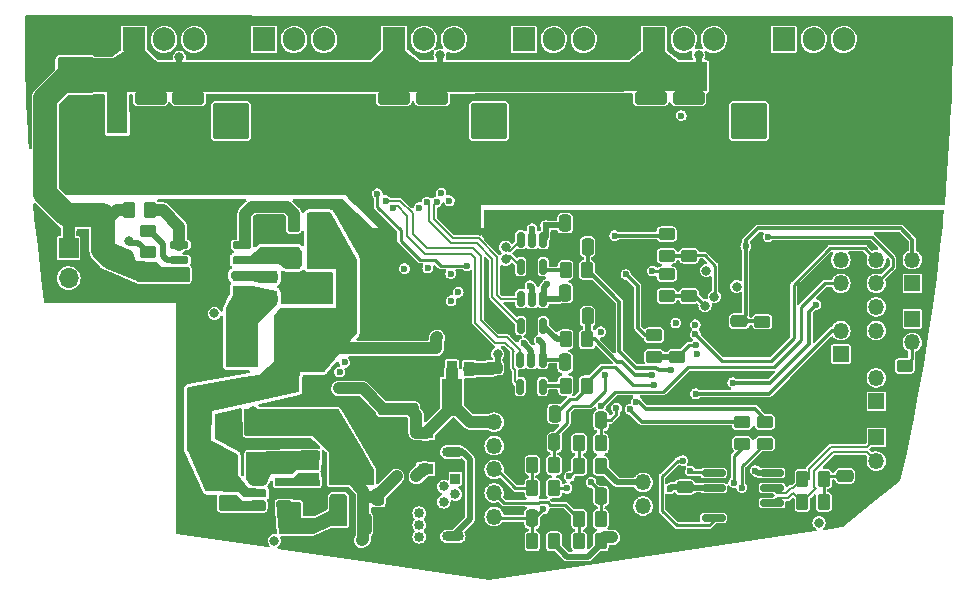
<source format=gbl>
G04 #@! TF.GenerationSoftware,KiCad,Pcbnew,(6.0.7-1)-1*
G04 #@! TF.CreationDate,2022-08-22T21:17:02+02:00*
G04 #@! TF.ProjectId,FROST-ESC,46524f53-542d-4455-9343-2e6b69636164,rev?*
G04 #@! TF.SameCoordinates,Original*
G04 #@! TF.FileFunction,Copper,L4,Bot*
G04 #@! TF.FilePolarity,Positive*
%FSLAX46Y46*%
G04 Gerber Fmt 4.6, Leading zero omitted, Abs format (unit mm)*
G04 Created by KiCad (PCBNEW (6.0.7-1)-1) date 2022-08-22 21:17:02*
%MOMM*%
%LPD*%
G01*
G04 APERTURE LIST*
G04 Aperture macros list*
%AMRoundRect*
0 Rectangle with rounded corners*
0 $1 Rounding radius*
0 $2 $3 $4 $5 $6 $7 $8 $9 X,Y pos of 4 corners*
0 Add a 4 corners polygon primitive as box body*
4,1,4,$2,$3,$4,$5,$6,$7,$8,$9,$2,$3,0*
0 Add four circle primitives for the rounded corners*
1,1,$1+$1,$2,$3*
1,1,$1+$1,$4,$5*
1,1,$1+$1,$6,$7*
1,1,$1+$1,$8,$9*
0 Add four rect primitives between the rounded corners*
20,1,$1+$1,$2,$3,$4,$5,0*
20,1,$1+$1,$4,$5,$6,$7,0*
20,1,$1+$1,$6,$7,$8,$9,0*
20,1,$1+$1,$8,$9,$2,$3,0*%
%AMFreePoly0*
4,1,9,3.862500,-0.866500,0.737500,-0.866500,0.737500,-0.450000,-0.737500,-0.450000,-0.737500,0.450000,0.737500,0.450000,0.737500,0.866500,3.862500,0.866500,3.862500,-0.866500,3.862500,-0.866500,$1*%
G04 Aperture macros list end*
G04 #@! TA.AperFunction,ComponentPad*
%ADD10R,0.850000X0.850000*%
G04 #@! TD*
G04 #@! TA.AperFunction,ComponentPad*
%ADD11O,0.850000X0.850000*%
G04 #@! TD*
G04 #@! TA.AperFunction,ComponentPad*
%ADD12R,1.700000X1.700000*%
G04 #@! TD*
G04 #@! TA.AperFunction,ComponentPad*
%ADD13O,1.700000X1.700000*%
G04 #@! TD*
G04 #@! TA.AperFunction,SMDPad,CuDef*
%ADD14R,1.300000X0.900000*%
G04 #@! TD*
G04 #@! TA.AperFunction,SMDPad,CuDef*
%ADD15FreePoly0,180.000000*%
G04 #@! TD*
G04 #@! TA.AperFunction,ComponentPad*
%ADD16R,1.350000X1.350000*%
G04 #@! TD*
G04 #@! TA.AperFunction,ComponentPad*
%ADD17O,1.350000X1.350000*%
G04 #@! TD*
G04 #@! TA.AperFunction,ComponentPad*
%ADD18R,1.905000X2.000000*%
G04 #@! TD*
G04 #@! TA.AperFunction,ComponentPad*
%ADD19O,1.905000X2.000000*%
G04 #@! TD*
G04 #@! TA.AperFunction,ComponentPad*
%ADD20RoundRect,0.249999X-1.300001X-1.300001X1.300001X-1.300001X1.300001X1.300001X-1.300001X1.300001X0*%
G04 #@! TD*
G04 #@! TA.AperFunction,ComponentPad*
%ADD21R,0.840000X0.840000*%
G04 #@! TD*
G04 #@! TA.AperFunction,ComponentPad*
%ADD22C,0.840000*%
G04 #@! TD*
G04 #@! TA.AperFunction,ComponentPad*
%ADD23O,1.850000X0.850000*%
G04 #@! TD*
G04 #@! TA.AperFunction,ComponentPad*
%ADD24R,1.800000X1.800000*%
G04 #@! TD*
G04 #@! TA.AperFunction,ComponentPad*
%ADD25C,1.800000*%
G04 #@! TD*
G04 #@! TA.AperFunction,SMDPad,CuDef*
%ADD26RoundRect,0.250000X-0.450000X0.262500X-0.450000X-0.262500X0.450000X-0.262500X0.450000X0.262500X0*%
G04 #@! TD*
G04 #@! TA.AperFunction,SMDPad,CuDef*
%ADD27RoundRect,0.150000X-0.825000X-0.150000X0.825000X-0.150000X0.825000X0.150000X-0.825000X0.150000X0*%
G04 #@! TD*
G04 #@! TA.AperFunction,SMDPad,CuDef*
%ADD28RoundRect,0.150000X0.150000X-0.512500X0.150000X0.512500X-0.150000X0.512500X-0.150000X-0.512500X0*%
G04 #@! TD*
G04 #@! TA.AperFunction,SMDPad,CuDef*
%ADD29RoundRect,0.250000X-0.262500X-0.450000X0.262500X-0.450000X0.262500X0.450000X-0.262500X0.450000X0*%
G04 #@! TD*
G04 #@! TA.AperFunction,SMDPad,CuDef*
%ADD30RoundRect,0.250000X0.475000X-0.250000X0.475000X0.250000X-0.475000X0.250000X-0.475000X-0.250000X0*%
G04 #@! TD*
G04 #@! TA.AperFunction,SMDPad,CuDef*
%ADD31RoundRect,0.250000X-1.100000X0.325000X-1.100000X-0.325000X1.100000X-0.325000X1.100000X0.325000X0*%
G04 #@! TD*
G04 #@! TA.AperFunction,SMDPad,CuDef*
%ADD32RoundRect,0.250000X-0.250000X-0.475000X0.250000X-0.475000X0.250000X0.475000X-0.250000X0.475000X0*%
G04 #@! TD*
G04 #@! TA.AperFunction,SMDPad,CuDef*
%ADD33R,0.900000X1.300000*%
G04 #@! TD*
G04 #@! TA.AperFunction,SMDPad,CuDef*
%ADD34FreePoly0,270.000000*%
G04 #@! TD*
G04 #@! TA.AperFunction,SMDPad,CuDef*
%ADD35RoundRect,0.250000X0.250000X0.475000X-0.250000X0.475000X-0.250000X-0.475000X0.250000X-0.475000X0*%
G04 #@! TD*
G04 #@! TA.AperFunction,SMDPad,CuDef*
%ADD36RoundRect,0.250000X0.262500X0.450000X-0.262500X0.450000X-0.262500X-0.450000X0.262500X-0.450000X0*%
G04 #@! TD*
G04 #@! TA.AperFunction,SMDPad,CuDef*
%ADD37RoundRect,0.250000X-0.475000X0.250000X-0.475000X-0.250000X0.475000X-0.250000X0.475000X0.250000X0*%
G04 #@! TD*
G04 #@! TA.AperFunction,SMDPad,CuDef*
%ADD38RoundRect,0.250000X0.450000X-0.262500X0.450000X0.262500X-0.450000X0.262500X-0.450000X-0.262500X0*%
G04 #@! TD*
G04 #@! TA.AperFunction,SMDPad,CuDef*
%ADD39RoundRect,0.250000X0.650000X-0.325000X0.650000X0.325000X-0.650000X0.325000X-0.650000X-0.325000X0*%
G04 #@! TD*
G04 #@! TA.AperFunction,SMDPad,CuDef*
%ADD40R,1.500000X4.000000*%
G04 #@! TD*
G04 #@! TA.AperFunction,SMDPad,CuDef*
%ADD41R,3.700000X1.200000*%
G04 #@! TD*
G04 #@! TA.AperFunction,SMDPad,CuDef*
%ADD42RoundRect,0.150000X0.512500X0.150000X-0.512500X0.150000X-0.512500X-0.150000X0.512500X-0.150000X0*%
G04 #@! TD*
G04 #@! TA.AperFunction,SMDPad,CuDef*
%ADD43RoundRect,0.150000X-0.650000X-0.150000X0.650000X-0.150000X0.650000X0.150000X-0.650000X0.150000X0*%
G04 #@! TD*
G04 #@! TA.AperFunction,SMDPad,CuDef*
%ADD44R,2.410000X3.100000*%
G04 #@! TD*
G04 #@! TA.AperFunction,SMDPad,CuDef*
%ADD45RoundRect,0.250000X-0.325000X-0.650000X0.325000X-0.650000X0.325000X0.650000X-0.325000X0.650000X0*%
G04 #@! TD*
G04 #@! TA.AperFunction,SMDPad,CuDef*
%ADD46R,0.900000X1.200000*%
G04 #@! TD*
G04 #@! TA.AperFunction,ViaPad*
%ADD47C,0.600000*%
G04 #@! TD*
G04 #@! TA.AperFunction,ViaPad*
%ADD48C,0.800000*%
G04 #@! TD*
G04 #@! TA.AperFunction,Conductor*
%ADD49C,1.000000*%
G04 #@! TD*
G04 #@! TA.AperFunction,Conductor*
%ADD50C,0.250000*%
G04 #@! TD*
G04 #@! TA.AperFunction,Conductor*
%ADD51C,0.500000*%
G04 #@! TD*
G04 #@! TA.AperFunction,Conductor*
%ADD52C,2.000000*%
G04 #@! TD*
G04 #@! TA.AperFunction,Conductor*
%ADD53C,0.200000*%
G04 #@! TD*
G04 #@! TA.AperFunction,Conductor*
%ADD54C,0.300000*%
G04 #@! TD*
G04 APERTURE END LIST*
D10*
X91600000Y-81610000D03*
D11*
X91600000Y-82610000D03*
X91600000Y-83610000D03*
X91600000Y-84610000D03*
D12*
X61920000Y-60170000D03*
D13*
X61920000Y-62710000D03*
D14*
X92150000Y-75850000D03*
D15*
X92062500Y-77350000D03*
D14*
X92150000Y-78850000D03*
D16*
X133350000Y-63150000D03*
D17*
X133350000Y-61150000D03*
D16*
X110550000Y-84000000D03*
D17*
X110550000Y-82000000D03*
X110550000Y-80000000D03*
D16*
X133350000Y-66150000D03*
D17*
X133350000Y-68150000D03*
D16*
X127300000Y-69150000D03*
D17*
X127300000Y-67150000D03*
X127300000Y-65150000D03*
X127300000Y-63150000D03*
X127300000Y-61150000D03*
D18*
X111460000Y-42500000D03*
D19*
X114000000Y-42500000D03*
X116540000Y-42500000D03*
D16*
X130300000Y-73150000D03*
D17*
X130300000Y-71150000D03*
X130300000Y-69150000D03*
X130300000Y-67150000D03*
X130300000Y-65150000D03*
X130300000Y-63150000D03*
X130300000Y-61150000D03*
D16*
X97950000Y-84900000D03*
D17*
X97950000Y-82900000D03*
X97950000Y-80900000D03*
X97950000Y-78900000D03*
X97950000Y-76900000D03*
X97950000Y-74900000D03*
D20*
X62900000Y-53200000D03*
D18*
X100460000Y-42500000D03*
D19*
X103000000Y-42500000D03*
X105540000Y-42500000D03*
D18*
X67460000Y-42500000D03*
D19*
X70000000Y-42500000D03*
X72540000Y-42500000D03*
D18*
X122460000Y-42500000D03*
D19*
X125000000Y-42500000D03*
X127540000Y-42500000D03*
D17*
X130300000Y-78200000D03*
D16*
X130300000Y-76200000D03*
D20*
X119500000Y-49400000D03*
D18*
X89460000Y-42500000D03*
D19*
X92000000Y-42500000D03*
X94540000Y-42500000D03*
D18*
X78460000Y-42500000D03*
D19*
X81000000Y-42500000D03*
X83540000Y-42500000D03*
D21*
X94670000Y-79700000D03*
D22*
X93670000Y-80350000D03*
X94670000Y-81000000D03*
X93670000Y-81650000D03*
X94670000Y-82300000D03*
D23*
X94450000Y-77425000D03*
X94450000Y-84575000D03*
D20*
X62500000Y-45500000D03*
D24*
X66050000Y-49600000D03*
D25*
X66050000Y-54600000D03*
D20*
X97500000Y-49400000D03*
X75650000Y-49400000D03*
D26*
X112550000Y-58987500D03*
X112550000Y-60812500D03*
D27*
X116525000Y-83005000D03*
X116525000Y-81735000D03*
X116525000Y-80465000D03*
X116525000Y-79195000D03*
X121475000Y-79195000D03*
X121475000Y-80465000D03*
X121475000Y-81735000D03*
X121475000Y-83005000D03*
D28*
X102100000Y-66737500D03*
X101150000Y-66737500D03*
X100200000Y-66737500D03*
X100200000Y-64462500D03*
X101150000Y-64462500D03*
X102100000Y-64462500D03*
D29*
X124037500Y-81650000D03*
X125862500Y-81650000D03*
D30*
X90800000Y-73800000D03*
X90800000Y-71900000D03*
D31*
X89450000Y-47425000D03*
X89450000Y-50375000D03*
D32*
X105100000Y-74750000D03*
X107000000Y-74750000D03*
D33*
X92850000Y-70400000D03*
D34*
X94350000Y-70487500D03*
D33*
X95850000Y-70400000D03*
D32*
X101150000Y-76600000D03*
X103050000Y-76600000D03*
D35*
X103100000Y-74200000D03*
X101200000Y-74200000D03*
D26*
X113450000Y-67537500D03*
X113450000Y-69362500D03*
D36*
X103012500Y-78550000D03*
X101187500Y-78550000D03*
D28*
X102050000Y-71887500D03*
X101100000Y-71887500D03*
X100150000Y-71887500D03*
X100150000Y-69612500D03*
X101100000Y-69612500D03*
X102050000Y-69612500D03*
D26*
X114450000Y-62387500D03*
X114450000Y-64212500D03*
D37*
X97900000Y-70300000D03*
X97900000Y-72200000D03*
D31*
X68850000Y-47425000D03*
X68850000Y-50375000D03*
X111200000Y-47425000D03*
X111200000Y-50375000D03*
D38*
X68600000Y-60512500D03*
X68600000Y-58687500D03*
D31*
X72050000Y-47425000D03*
X72050000Y-50375000D03*
D30*
X78900000Y-61000000D03*
X78900000Y-59100000D03*
D39*
X75300000Y-75375000D03*
X75300000Y-78325000D03*
D31*
X114400000Y-47425000D03*
X114400000Y-50375000D03*
D29*
X105137500Y-78600000D03*
X106962500Y-78600000D03*
X103987500Y-71800000D03*
X105812500Y-71800000D03*
D26*
X84750000Y-79637500D03*
X84750000Y-81462500D03*
D40*
X77000000Y-68050000D03*
X80600000Y-68050000D03*
D36*
X106962500Y-83100000D03*
X105137500Y-83100000D03*
X82812500Y-58100000D03*
X80987500Y-58100000D03*
D29*
X103987500Y-62000000D03*
X105812500Y-62000000D03*
D32*
X88100000Y-81250000D03*
X90000000Y-81250000D03*
D39*
X82950000Y-66025000D03*
X82950000Y-63075000D03*
D26*
X118950000Y-74887500D03*
X118950000Y-76712500D03*
D37*
X127650000Y-79450000D03*
X127650000Y-81350000D03*
D26*
X120850000Y-74887500D03*
X120850000Y-76712500D03*
D29*
X66987500Y-56950000D03*
X68812500Y-56950000D03*
X101187500Y-85000000D03*
X103012500Y-85000000D03*
D37*
X118700000Y-66350000D03*
X118700000Y-68250000D03*
D36*
X76862500Y-58100000D03*
X75037500Y-58100000D03*
D41*
X78850000Y-78050000D03*
X78850000Y-75250000D03*
D30*
X82200000Y-79750000D03*
X82200000Y-77850000D03*
D35*
X105850000Y-65950000D03*
X103950000Y-65950000D03*
D26*
X114450000Y-58987500D03*
X114450000Y-60812500D03*
D42*
X80187500Y-79950000D03*
X80187500Y-80900000D03*
X80187500Y-81850000D03*
X77912500Y-81850000D03*
X77912500Y-80900000D03*
X77912500Y-79950000D03*
D28*
X102100000Y-61737500D03*
X101150000Y-61737500D03*
X100200000Y-61737500D03*
X100200000Y-59462500D03*
X101150000Y-59462500D03*
X102100000Y-59462500D03*
D43*
X71300000Y-63705000D03*
X71300000Y-62435000D03*
X71300000Y-61165000D03*
X71300000Y-59895000D03*
X76600000Y-59895000D03*
X76600000Y-61165000D03*
X76600000Y-62435000D03*
X76600000Y-63705000D03*
D44*
X73950000Y-61800000D03*
D32*
X103950000Y-58050000D03*
X105850000Y-58050000D03*
D30*
X88800000Y-71900000D03*
X88800000Y-73800000D03*
D31*
X92700000Y-47425000D03*
X92700000Y-50375000D03*
D37*
X114100000Y-80400000D03*
X114100000Y-82300000D03*
D26*
X120650000Y-66387500D03*
X120650000Y-68212500D03*
X111500000Y-67537500D03*
X111500000Y-69362500D03*
X75400000Y-80037500D03*
X75400000Y-81862500D03*
D29*
X103987500Y-67900000D03*
X105812500Y-67900000D03*
D36*
X125862500Y-79700000D03*
X124037500Y-79700000D03*
D31*
X65950000Y-60925000D03*
X65950000Y-63875000D03*
D45*
X86975000Y-83550000D03*
X89925000Y-83550000D03*
D46*
X80900000Y-60950000D03*
X84200000Y-60950000D03*
D37*
X68600000Y-62050000D03*
X68600000Y-63950000D03*
D32*
X105100000Y-81150000D03*
X107000000Y-81150000D03*
D35*
X105850000Y-60050000D03*
X103950000Y-60050000D03*
D37*
X78900000Y-62600000D03*
X78900000Y-64500000D03*
D26*
X84750000Y-83087500D03*
X84750000Y-84912500D03*
D35*
X103050000Y-83050000D03*
X101150000Y-83050000D03*
D32*
X103950000Y-63950000D03*
X105850000Y-63950000D03*
D29*
X105137500Y-85000000D03*
X106962500Y-85000000D03*
D32*
X103950000Y-69850000D03*
X105850000Y-69850000D03*
D36*
X106962500Y-76700000D03*
X105137500Y-76700000D03*
D26*
X132700000Y-70137500D03*
X132700000Y-71962500D03*
X112550000Y-62387500D03*
X112550000Y-64212500D03*
D29*
X101187500Y-80500000D03*
X103012500Y-80500000D03*
D47*
X87650000Y-66840000D03*
X88880000Y-59110000D03*
X84010000Y-56510000D03*
X99670000Y-57540000D03*
X98190000Y-57570000D03*
X98190000Y-58940000D03*
X86640000Y-58660000D03*
X85850000Y-57950000D03*
X85100000Y-57090000D03*
X88890000Y-84350000D03*
X99650000Y-75200000D03*
X104770000Y-66040000D03*
X98940000Y-66760000D03*
X99890000Y-63060000D03*
X103334291Y-60944291D03*
X89950000Y-75930000D03*
X86850000Y-70010000D03*
X87700000Y-70000000D03*
X103940000Y-83480000D03*
X99660000Y-77300000D03*
X92390000Y-81550000D03*
X94090000Y-83170000D03*
X99180000Y-84460000D03*
X126560000Y-65990000D03*
X129560000Y-68190000D03*
X109160000Y-84340000D03*
X113300000Y-84380000D03*
X101230000Y-57530000D03*
X114170000Y-66540000D03*
X118270000Y-69060000D03*
X112700000Y-77970000D03*
X95790000Y-67080000D03*
X73090000Y-83450000D03*
X71840000Y-79490000D03*
X71840000Y-83400000D03*
X59480000Y-58310000D03*
X59770000Y-60190000D03*
X60080000Y-62230000D03*
X62075000Y-64450000D03*
X60470000Y-64440000D03*
X63750000Y-64450000D03*
D48*
X84810000Y-72050000D03*
X85805000Y-72050000D03*
X89681497Y-79500000D03*
D47*
X81680000Y-81000000D03*
D48*
X76240000Y-76370000D03*
X67050000Y-59600000D03*
X98912145Y-61125000D03*
X98912145Y-60075000D03*
X118475000Y-63425000D03*
D47*
X88757870Y-56149479D03*
X89358912Y-56750521D03*
D48*
X82650000Y-68050000D03*
X93125000Y-67725000D03*
X65600000Y-57400000D03*
X64300000Y-57400000D03*
X63000000Y-57400000D03*
D47*
X129000000Y-80550000D03*
X127750000Y-75900000D03*
X128450000Y-73500000D03*
D48*
X91350000Y-79500000D03*
D47*
X106950000Y-67250000D03*
X94274639Y-62325361D03*
X92325139Y-61850000D03*
D48*
X93350000Y-43850000D03*
X71300000Y-44000000D03*
X115250000Y-43850000D03*
D47*
X130550000Y-50530000D03*
D48*
X73400000Y-60900000D03*
D47*
X86800000Y-49550000D03*
X85975000Y-53200000D03*
X105300000Y-53310000D03*
X104475000Y-52610000D03*
X107200000Y-53310000D03*
D48*
X99580000Y-51570000D03*
D47*
X103650000Y-51870000D03*
X108850000Y-52610000D03*
X103650000Y-51130000D03*
X86800000Y-51770000D03*
X125350000Y-49790000D03*
D48*
X74600000Y-60900000D03*
D47*
X127000000Y-52760000D03*
X130550000Y-53450000D03*
D48*
X78200000Y-58100000D03*
D47*
X104350000Y-75650000D03*
D48*
X74600000Y-62750000D03*
D47*
X81600000Y-51770000D03*
X130550000Y-52010000D03*
X103650000Y-50390000D03*
X125350000Y-50530000D03*
D48*
X97100000Y-68599500D03*
D47*
X86800000Y-53200000D03*
X108850000Y-50390000D03*
X128900000Y-52760000D03*
X107200000Y-52610000D03*
X130550000Y-52760000D03*
D48*
X73400000Y-61800000D03*
X122200000Y-65250000D03*
X117612701Y-65212701D03*
D47*
X82425000Y-52500000D03*
X85150000Y-53200000D03*
D48*
X121450000Y-62200000D03*
D47*
X81600000Y-52500000D03*
D48*
X80250000Y-63700500D03*
D47*
X125350000Y-53450000D03*
X86800000Y-52500000D03*
X103650000Y-52610000D03*
D48*
X74600000Y-61800000D03*
D47*
X103650000Y-49650000D03*
D48*
X121550000Y-51600000D03*
D47*
X103650000Y-53310000D03*
X130550000Y-51270000D03*
X104475000Y-53310000D03*
X130550000Y-49790000D03*
X108025000Y-52610000D03*
X129725000Y-52760000D03*
X125350000Y-52010000D03*
X86800000Y-50290000D03*
X127000000Y-53450000D03*
X108850000Y-51130000D03*
X81600000Y-49550000D03*
X126175000Y-52760000D03*
X81600000Y-51030000D03*
X108850000Y-53310000D03*
X128900000Y-53450000D03*
X108850000Y-49650000D03*
X83250000Y-53200000D03*
D48*
X77850000Y-51525500D03*
D47*
X126175000Y-53450000D03*
X81600000Y-53200000D03*
X127950000Y-53450000D03*
X83250000Y-52500000D03*
X86800000Y-51030000D03*
X82425000Y-53200000D03*
X129725000Y-53450000D03*
X85150000Y-52500000D03*
X114950000Y-78150000D03*
X108850000Y-51870000D03*
X105300000Y-52610000D03*
X84200000Y-53200000D03*
X108025000Y-53310000D03*
X85975000Y-52500000D03*
X81600000Y-50290000D03*
X125350000Y-52760000D03*
D48*
X73400000Y-62750000D03*
D47*
X125350000Y-51270000D03*
X106250000Y-53310000D03*
D48*
X122200000Y-67250000D03*
D47*
X102450000Y-63200000D03*
X102300000Y-58250000D03*
X120050000Y-79000000D03*
X101750000Y-67950000D03*
D48*
X79330000Y-84930000D03*
D47*
X107950000Y-84650000D03*
D48*
X125450000Y-83424500D03*
D47*
X104119137Y-80508895D03*
D48*
X86800000Y-72050000D03*
X115900000Y-62074000D03*
D47*
X112800000Y-80550000D03*
D48*
X77550000Y-73950000D03*
X86750000Y-84900000D03*
D47*
X118231112Y-80018138D03*
X118924521Y-80436005D03*
X109100000Y-62400000D03*
X90350000Y-61900000D03*
X108156754Y-59106754D03*
X111350000Y-62100000D03*
X95684667Y-61665333D03*
X88041589Y-55558411D03*
X94900000Y-63900000D03*
X91600000Y-56750000D03*
X113790000Y-48940000D03*
X94150000Y-56150000D03*
X94300000Y-64625500D03*
X93450000Y-55500000D03*
D48*
X93049139Y-68650000D03*
X82100000Y-67300000D03*
D47*
X111450000Y-71725500D03*
X111347751Y-70932562D03*
X112950000Y-70525500D03*
X92250000Y-56250000D03*
X93068754Y-56250000D03*
X114976559Y-67451367D03*
X121150000Y-59200000D03*
X109983911Y-73176000D03*
X109450000Y-73825500D03*
X106990914Y-73525500D03*
X115000000Y-72500000D03*
X114998929Y-68356914D03*
D48*
X115800000Y-65050000D03*
X116591712Y-64283423D03*
D47*
X114550000Y-79050000D03*
X113924500Y-78150000D03*
X101150000Y-58524500D03*
D48*
X98250000Y-69126940D03*
D47*
X100450000Y-68200000D03*
X101000000Y-63350000D03*
X102118655Y-82262717D03*
X106150000Y-80000000D03*
X107299500Y-70876264D03*
X108300000Y-73700000D03*
X104300000Y-79500000D03*
X118150000Y-71550500D03*
X125200000Y-64950000D03*
X85300000Y-69850000D03*
X84850000Y-70650000D03*
X113324219Y-66496272D03*
X119250000Y-60000000D03*
X114975500Y-66650000D03*
D48*
X74250000Y-65700000D03*
D47*
X115100000Y-69150000D03*
D49*
X85805000Y-72050000D02*
X84810000Y-72050000D01*
X86800000Y-72050000D02*
X85805000Y-72050000D01*
D50*
X97950000Y-80900000D02*
X98800000Y-81750000D01*
X98800000Y-81750000D02*
X101716116Y-81750000D01*
X101716116Y-81750000D02*
X101778399Y-81687717D01*
X101778399Y-81687717D02*
X102466828Y-81687717D01*
X102466828Y-81687717D02*
X102689111Y-81910000D01*
X102689111Y-81910000D02*
X103947500Y-81910000D01*
X103947500Y-81910000D02*
X105137500Y-83100000D01*
X114976559Y-67451367D02*
X117225192Y-69700000D01*
X117225192Y-69700000D02*
X121400000Y-69700000D01*
X121400000Y-69700000D02*
X123300000Y-67800000D01*
X123300000Y-63250000D02*
X126400000Y-60150000D01*
X123300000Y-67800000D02*
X123300000Y-63250000D01*
X126400000Y-60150000D02*
X129300000Y-60150000D01*
X129300000Y-60150000D02*
X130300000Y-61150000D01*
D49*
X66987500Y-56950000D02*
X66050000Y-56950000D01*
X66050000Y-56950000D02*
X65600000Y-57400000D01*
D51*
X68600000Y-60512500D02*
X67817500Y-59730000D01*
X67817500Y-59730000D02*
X67180000Y-59730000D01*
X67180000Y-59730000D02*
X67050000Y-59600000D01*
D49*
X88100000Y-81250000D02*
X87240000Y-81250000D01*
X87240000Y-81250000D02*
X86875000Y-80885000D01*
X86875000Y-80885000D02*
X86875000Y-80700000D01*
D52*
X65950000Y-60925000D02*
X65395000Y-60925000D01*
X61800000Y-57400000D02*
X64830000Y-57400000D01*
X65395000Y-60925000D02*
X64830000Y-60360000D01*
X64830000Y-60360000D02*
X64830000Y-57400000D01*
D49*
X61920000Y-60170000D02*
X61920000Y-57520000D01*
X61920000Y-57520000D02*
X61800000Y-57400000D01*
D51*
X115250000Y-43850000D02*
X115250000Y-44860000D01*
D53*
X99212144Y-60374999D02*
X98912145Y-60075000D01*
X99287501Y-60825001D02*
X99212144Y-60825001D01*
X99212144Y-60825001D02*
X98912145Y-61125000D01*
X99287501Y-60374999D02*
X99212144Y-60374999D01*
X100200000Y-61737500D02*
X99287501Y-60825001D01*
X100200000Y-59462500D02*
X99287501Y-60374999D01*
D50*
X95684667Y-61665333D02*
X93415333Y-61665333D01*
X93415333Y-61665333D02*
X92900000Y-61150000D01*
X92900000Y-61150000D02*
X91650000Y-61150000D01*
X91650000Y-61150000D02*
X90025056Y-59525056D01*
X90025056Y-59525056D02*
X90025056Y-58675056D01*
X90025056Y-58675056D02*
X88041589Y-56691589D01*
X88041589Y-56691589D02*
X88041589Y-55558411D01*
D49*
X93049139Y-68650000D02*
X93049139Y-67800861D01*
X93049139Y-67800861D02*
X93125000Y-67725000D01*
D53*
X130300000Y-78200000D02*
X129525001Y-77425001D01*
X124600019Y-78835795D02*
X124600019Y-79700000D01*
X129525001Y-77425001D02*
X126647182Y-77425001D01*
X125179841Y-80507659D02*
X124037500Y-81650000D01*
X129525001Y-76974999D02*
X126460815Y-76974999D01*
X125050000Y-79022183D02*
X125050000Y-80377817D01*
X126647182Y-77425001D02*
X125050000Y-79022183D01*
X124600019Y-79700000D02*
X124037500Y-79700000D01*
X125050000Y-80377817D02*
X125179841Y-80507659D01*
X130300000Y-76200000D02*
X129525001Y-76974999D01*
X126460815Y-76974999D02*
X124600019Y-78835795D01*
X123063260Y-80449999D02*
X123287501Y-80449999D01*
X123249658Y-80900001D02*
X123287501Y-80900001D01*
X123287501Y-80900001D02*
X124037500Y-81650000D01*
X122638260Y-80874999D02*
X123063260Y-80449999D01*
X122824658Y-81325001D02*
X123249658Y-80900001D01*
X123287501Y-80449999D02*
X124037500Y-79700000D01*
X121475000Y-81735000D02*
X121884999Y-81325001D01*
X121884999Y-81325001D02*
X122824658Y-81325001D01*
X121475000Y-80465000D02*
X121884999Y-80874999D01*
X121884999Y-80874999D02*
X122638260Y-80874999D01*
X99700000Y-70461396D02*
X99550000Y-70311396D01*
X90603782Y-59171982D02*
X90603782Y-57421982D01*
X100150000Y-71887500D02*
X99700000Y-71437500D01*
X96808493Y-60802350D02*
X96181143Y-60175000D01*
X99550000Y-68913604D02*
X99583497Y-68880106D01*
X99583497Y-68880106D02*
X98878391Y-68175000D01*
X92056800Y-60625000D02*
X90603782Y-59171982D01*
X96358493Y-66476693D02*
X96358493Y-60988750D01*
X98056800Y-68175000D02*
X96358493Y-66476693D01*
X98878391Y-68175000D02*
X98056800Y-68175000D01*
X99700000Y-71437500D02*
X99700000Y-70461396D01*
X99550000Y-70311396D02*
X99550000Y-68913604D01*
X89781280Y-56599480D02*
X89509953Y-56599480D01*
X89509953Y-56599480D02*
X89358912Y-56750521D01*
X100150000Y-68810209D02*
X99064791Y-67725000D01*
X98243200Y-67725000D02*
X96808493Y-66290293D01*
X96358493Y-60988750D02*
X95994743Y-60625000D01*
X95994743Y-60625000D02*
X92056800Y-60625000D01*
X96808493Y-66290293D02*
X96808493Y-60802350D01*
X90603782Y-57421982D02*
X89781280Y-56599480D01*
X100150000Y-69612500D02*
X100150000Y-68810209D01*
X96181143Y-60175000D02*
X92243200Y-60175000D01*
X99064791Y-67725000D02*
X98243200Y-67725000D01*
X92243200Y-60175000D02*
X91053782Y-58985582D01*
X91053782Y-58985582D02*
X91053782Y-57235582D01*
X91053782Y-57235582D02*
X89967679Y-56149479D01*
X89967679Y-56149479D02*
X88757870Y-56149479D01*
D49*
X82650000Y-68050000D02*
X80600000Y-68050000D01*
D51*
X94450000Y-84575000D02*
X95900000Y-83125000D01*
X95900000Y-83125000D02*
X95900000Y-78050000D01*
X95900000Y-78050000D02*
X95275000Y-77425000D01*
X95275000Y-77425000D02*
X94450000Y-77425000D01*
X101750000Y-67950000D02*
X102050000Y-68250000D01*
X102050000Y-68250000D02*
X102050000Y-69612500D01*
D54*
X128200000Y-81350000D02*
X129000000Y-80550000D01*
X127650000Y-81350000D02*
X128200000Y-81350000D01*
D49*
X94350000Y-70487500D02*
X94350000Y-73350000D01*
X94350000Y-73350000D02*
X95900000Y-74900000D01*
X95900000Y-74900000D02*
X97950000Y-74900000D01*
D53*
X92469254Y-57902098D02*
X94317156Y-59750000D01*
X92469254Y-56469254D02*
X92469254Y-57902098D01*
X92250000Y-56250000D02*
X92469254Y-56469254D01*
X96467156Y-59750000D02*
X97800000Y-61082844D01*
X94317156Y-59750000D02*
X96467156Y-59750000D01*
X97800000Y-61082844D02*
X97800000Y-64337500D01*
X97800000Y-64337500D02*
X100200000Y-66737500D01*
X98200000Y-64171814D02*
X98490686Y-64462500D01*
X98490686Y-64462500D02*
X100200000Y-64462500D01*
X94482844Y-59350000D02*
X96632844Y-59350000D01*
X92869254Y-57736410D02*
X94482844Y-59350000D01*
X92869254Y-56449500D02*
X92869254Y-57736410D01*
X93068754Y-56250000D02*
X92869254Y-56449500D01*
X96632844Y-59350000D02*
X98200000Y-60917156D01*
X98200000Y-60917156D02*
X98200000Y-64171814D01*
D54*
X112950000Y-70525500D02*
X111859928Y-70525500D01*
X111859928Y-70525500D02*
X111616990Y-70282562D01*
X111616990Y-70282562D02*
X109961420Y-70282562D01*
X109961420Y-70282562D02*
X108550000Y-68871142D01*
X108550000Y-68871142D02*
X108550000Y-64700000D01*
X108550000Y-64700000D02*
X105900000Y-62050000D01*
X105900000Y-62050000D02*
X105812500Y-62050000D01*
X105812500Y-62050000D02*
X105850000Y-62012500D01*
X105850000Y-62012500D02*
X105850000Y-60100000D01*
D51*
X71300000Y-44850000D02*
X71300000Y-44000000D01*
D52*
X62500000Y-45500000D02*
X61950000Y-45500000D01*
X61950000Y-45500000D02*
X59950000Y-47500000D01*
X59950000Y-47500000D02*
X59950000Y-55550000D01*
D51*
X93350000Y-43850000D02*
X93350000Y-45250000D01*
D52*
X59950000Y-55550000D02*
X61800000Y-57400000D01*
D50*
X105100000Y-74900000D02*
X104350000Y-75650000D01*
D49*
X88800000Y-73800000D02*
X88550000Y-73800000D01*
D51*
X105900000Y-86300000D02*
X106962500Y-85237500D01*
D49*
X91333500Y-74333500D02*
X90800000Y-73800000D01*
D54*
X103712500Y-69612500D02*
X103950000Y-69850000D01*
D49*
X88550000Y-73800000D02*
X86800000Y-72050000D01*
D51*
X106962500Y-85237500D02*
X106962500Y-85000000D01*
D49*
X91333500Y-75783500D02*
X92083500Y-75783500D01*
D51*
X120245000Y-79195000D02*
X121475000Y-79195000D01*
X102300000Y-58250000D02*
X102300000Y-59262500D01*
X102150000Y-59412500D02*
X102150000Y-59462500D01*
X103487500Y-64462500D02*
X103950000Y-64000000D01*
X110550000Y-80000000D02*
X108362500Y-80000000D01*
D50*
X103021395Y-80508895D02*
X103012500Y-80500000D01*
D51*
X103012500Y-85000000D02*
X103012500Y-85162500D01*
X108362500Y-80000000D02*
X106962500Y-78600000D01*
X102150000Y-63500000D02*
X102150000Y-64462500D01*
D49*
X92083500Y-75783500D02*
X92150000Y-75850000D01*
X107950000Y-84650000D02*
X107312500Y-84650000D01*
D51*
X103012500Y-85162500D02*
X104150000Y-86300000D01*
X104150000Y-86300000D02*
X105900000Y-86300000D01*
X103850000Y-58250000D02*
X103950000Y-58150000D01*
D49*
X94350000Y-73650000D02*
X94350000Y-70487500D01*
D51*
X102450000Y-63200000D02*
X102150000Y-63500000D01*
D50*
X104119137Y-80508895D02*
X103021395Y-80508895D01*
D49*
X88631497Y-73800000D02*
X88800000Y-73800000D01*
X91333500Y-75783500D02*
X91333500Y-74333500D01*
X107312500Y-84650000D02*
X106962500Y-85000000D01*
D51*
X102150000Y-64462500D02*
X103487500Y-64462500D01*
D54*
X102050000Y-69612500D02*
X103712500Y-69612500D01*
D49*
X90800000Y-73800000D02*
X88800000Y-73800000D01*
X92150000Y-75850000D02*
X94350000Y-73650000D01*
D51*
X120050000Y-79000000D02*
X120245000Y-79195000D01*
X102300000Y-58250000D02*
X103850000Y-58250000D01*
X102300000Y-59262500D02*
X102150000Y-59412500D01*
D49*
X86875000Y-84775000D02*
X86750000Y-84900000D01*
X89681497Y-79500000D02*
X88100000Y-81081497D01*
D51*
X114100000Y-80400000D02*
X114150000Y-80450000D01*
X114100000Y-80400000D02*
X112950000Y-80400000D01*
X116510000Y-80450000D02*
X116525000Y-80465000D01*
D49*
X85812500Y-79637500D02*
X86875000Y-80700000D01*
D51*
X114150000Y-80450000D02*
X116510000Y-80450000D01*
D49*
X84750000Y-79637500D02*
X85812500Y-79637500D01*
D51*
X112950000Y-80400000D02*
X112800000Y-80550000D01*
D49*
X86875000Y-80700000D02*
X86875000Y-84775000D01*
X92150000Y-78850000D02*
X92000000Y-78850000D01*
X92000000Y-78850000D02*
X91350000Y-79500000D01*
X88100000Y-81081497D02*
X88100000Y-81250000D01*
D51*
X77550000Y-73950000D02*
X78850000Y-75250000D01*
D50*
X118950000Y-77050000D02*
X118950000Y-76712500D01*
X118231112Y-77768888D02*
X118950000Y-77050000D01*
X118231112Y-80018138D02*
X118231112Y-77768888D01*
X118924521Y-80436005D02*
X118924521Y-78637979D01*
X118924521Y-78637979D02*
X120850000Y-76712500D01*
D54*
X110737500Y-67537500D02*
X111500000Y-67537500D01*
X110100000Y-63400000D02*
X110100000Y-66900000D01*
X109100000Y-62400000D02*
X110100000Y-63400000D01*
X110100000Y-66900000D02*
X110737500Y-67537500D01*
X108156754Y-59106754D02*
X112980746Y-59106754D01*
D50*
X112262500Y-62100000D02*
X112550000Y-62387500D01*
X111350000Y-62100000D02*
X112262500Y-62100000D01*
D49*
X84000000Y-68650000D02*
X83400000Y-68050000D01*
X93049139Y-68650000D02*
X84000000Y-68650000D01*
X83400000Y-68050000D02*
X82650000Y-68050000D01*
D50*
X109675500Y-71725500D02*
X108201264Y-70251264D01*
X107040616Y-70251264D02*
X105812500Y-71479380D01*
X105812500Y-71800000D02*
X105812500Y-72037500D01*
X108201264Y-70251264D02*
X107040616Y-70251264D01*
X105812500Y-71479380D02*
X105812500Y-71800000D01*
X104900000Y-72950000D02*
X104350000Y-72950000D01*
X105812500Y-72037500D02*
X104900000Y-72950000D01*
X111450000Y-71725500D02*
X109675500Y-71725500D01*
X104350000Y-72950000D02*
X103100000Y-74200000D01*
D51*
X105850000Y-65950000D02*
X105900000Y-66000000D01*
D54*
X108376264Y-69776264D02*
X106500000Y-67900000D01*
X108748016Y-69776264D02*
X108376264Y-69776264D01*
D51*
X105900000Y-67812500D02*
X105812500Y-67900000D01*
D54*
X109904314Y-70932562D02*
X108748016Y-69776264D01*
X106500000Y-67900000D02*
X105812500Y-67900000D01*
X111347751Y-70932562D02*
X109904314Y-70932562D01*
D51*
X105900000Y-66000000D02*
X105900000Y-67812500D01*
D54*
X102050000Y-71887500D02*
X102137500Y-71800000D01*
X102137500Y-71800000D02*
X103987500Y-71800000D01*
D51*
X103262500Y-67900000D02*
X103987500Y-67900000D01*
X102100000Y-66737500D02*
X103262500Y-67900000D01*
D50*
X121150000Y-59200000D02*
X121175000Y-59225000D01*
X131700000Y-61750000D02*
X130300000Y-63150000D01*
X121175000Y-59225000D02*
X129925000Y-59225000D01*
X129925000Y-59225000D02*
X131700000Y-61000000D01*
X131700000Y-61000000D02*
X131700000Y-61750000D01*
D54*
X110800000Y-73750000D02*
X120000000Y-73750000D01*
X110226000Y-73176000D02*
X110800000Y-73750000D01*
X109983911Y-73176000D02*
X110226000Y-73176000D01*
X120850000Y-74600000D02*
X120850000Y-74887500D01*
X120000000Y-73750000D02*
X120850000Y-74600000D01*
X109450000Y-73825500D02*
X109450000Y-73850000D01*
X118912500Y-74850000D02*
X118950000Y-74887500D01*
X109450000Y-73850000D02*
X110450000Y-74850000D01*
X110450000Y-74850000D02*
X118912500Y-74850000D01*
X102412500Y-62050000D02*
X103987500Y-62050000D01*
X102100000Y-61737500D02*
X102412500Y-62050000D01*
D50*
X114335161Y-70264839D02*
X112250000Y-72350000D01*
X108166414Y-72350000D02*
X106990914Y-73525500D01*
X125950000Y-63150000D02*
X123950000Y-65150000D01*
X127300000Y-63150000D02*
X125950000Y-63150000D01*
X123950000Y-67950000D02*
X121635161Y-70264839D01*
X123950000Y-65150000D02*
X123950000Y-67950000D01*
X112250000Y-72350000D02*
X108166414Y-72350000D01*
X121635161Y-70264839D02*
X114335161Y-70264839D01*
D54*
X115000000Y-72500000D02*
X121207106Y-72500000D01*
X121207106Y-72500000D02*
X126557106Y-67150000D01*
X126557106Y-67150000D02*
X127300000Y-67150000D01*
D50*
X114998929Y-68356914D02*
X114455586Y-68356914D01*
D51*
X111500000Y-69362500D02*
X113450000Y-69362500D01*
D50*
X114455586Y-68356914D02*
X113450000Y-69362500D01*
D54*
X115800000Y-65050000D02*
X114962500Y-64212500D01*
X114962500Y-64212500D02*
X114450000Y-64212500D01*
X112550000Y-64212500D02*
X114450000Y-64212500D01*
D50*
X116591712Y-64283423D02*
X116650000Y-64225135D01*
D54*
X112550000Y-60812500D02*
X114450000Y-60812500D01*
D50*
X116650000Y-61650000D02*
X115762500Y-60762500D01*
X115762500Y-60762500D02*
X115050000Y-60762500D01*
X116650000Y-64225135D02*
X116650000Y-61650000D01*
X126112500Y-79450000D02*
X125862500Y-79700000D01*
X127650000Y-79450000D02*
X126112500Y-79450000D01*
X125862500Y-81650000D02*
X125862500Y-79700000D01*
X114550000Y-79050000D02*
X114650000Y-79150000D01*
X114650000Y-79150000D02*
X116480000Y-79150000D01*
X116480000Y-79150000D02*
X116525000Y-79195000D01*
X113400000Y-83650000D02*
X116150000Y-83650000D01*
X116525000Y-83275000D02*
X116525000Y-83005000D01*
X112150000Y-79500000D02*
X112150000Y-82400000D01*
X116150000Y-83650000D02*
X116525000Y-83275000D01*
X113500000Y-78150000D02*
X112150000Y-79500000D01*
X113924500Y-78150000D02*
X113500000Y-78150000D01*
X112150000Y-82400000D02*
X113400000Y-83650000D01*
D51*
X70265000Y-61165000D02*
X71300000Y-61165000D01*
X69900000Y-59800000D02*
X69900000Y-60800000D01*
X68787500Y-58687500D02*
X69900000Y-59800000D01*
X68600000Y-58687500D02*
X68787500Y-58687500D01*
X69900000Y-60800000D02*
X70265000Y-61165000D01*
D49*
X71300000Y-58350000D02*
X71300000Y-59895000D01*
X68812500Y-56950000D02*
X69900000Y-56950000D01*
X69900000Y-56950000D02*
X71300000Y-58350000D01*
X80987500Y-58100000D02*
X80987500Y-57237500D01*
X80400000Y-56650000D02*
X77450000Y-56650000D01*
X77450000Y-56650000D02*
X76862500Y-57237500D01*
X76862500Y-57237500D02*
X76862500Y-58100000D01*
X76862500Y-58100000D02*
X76862500Y-59632500D01*
X80987500Y-57237500D02*
X80400000Y-56650000D01*
X95850000Y-70400000D02*
X97800000Y-70400000D01*
D51*
X100450000Y-68200000D02*
X101100000Y-68850000D01*
X101150000Y-59462500D02*
X101150000Y-58524500D01*
X98250000Y-69126940D02*
X98250000Y-69950000D01*
X101100000Y-68850000D02*
X101100000Y-69612500D01*
X101150000Y-63500000D02*
X101150000Y-64462500D01*
D49*
X97800000Y-70400000D02*
X97900000Y-70300000D01*
D51*
X101000000Y-63350000D02*
X101150000Y-63500000D01*
X98250000Y-69950000D02*
X97900000Y-70300000D01*
D50*
X98100000Y-83050000D02*
X101150000Y-83050000D01*
X101331372Y-83050000D02*
X101150000Y-83050000D01*
X97950000Y-82900000D02*
X98100000Y-83050000D01*
X102118655Y-82262717D02*
X101331372Y-83050000D01*
X101187500Y-83087500D02*
X101150000Y-83050000D01*
X101187500Y-85000000D02*
X101187500Y-83087500D01*
X107000000Y-80850000D02*
X106150000Y-80000000D01*
X107000000Y-83062500D02*
X106962500Y-83100000D01*
X107000000Y-81150000D02*
X107000000Y-80850000D01*
X107000000Y-81150000D02*
X107000000Y-83062500D01*
X104150000Y-74000000D02*
X104150000Y-74966116D01*
X104150000Y-74966116D02*
X103050000Y-76066116D01*
X104650000Y-73500000D02*
X104150000Y-74000000D01*
X106100000Y-73500000D02*
X104650000Y-73500000D01*
X107299500Y-72300500D02*
X106100000Y-73500000D01*
X103050000Y-76066116D02*
X103050000Y-76600000D01*
X103050000Y-76600000D02*
X103000000Y-76650000D01*
X103000000Y-78537500D02*
X103012500Y-78550000D01*
X107299500Y-70876264D02*
X107299500Y-72300500D01*
X103000000Y-76650000D02*
X103000000Y-78537500D01*
X106962500Y-76700000D02*
X106962500Y-74787500D01*
X108300000Y-74250000D02*
X107800000Y-74750000D01*
X107800000Y-74750000D02*
X107000000Y-74750000D01*
X108300000Y-73700000D02*
X108300000Y-74250000D01*
X106962500Y-74787500D02*
X107000000Y-74750000D01*
X105137500Y-78600000D02*
X105137500Y-76700000D01*
X105137500Y-78662500D02*
X104300000Y-79500000D01*
X105137500Y-78600000D02*
X105137500Y-78662500D01*
X101137500Y-78600000D02*
X101137500Y-80450000D01*
X99750000Y-80500000D02*
X98150000Y-78900000D01*
X101187500Y-80500000D02*
X99750000Y-80500000D01*
X101187500Y-78550000D02*
X101137500Y-78600000D01*
X98150000Y-78900000D02*
X97950000Y-78900000D01*
X101137500Y-80450000D02*
X101187500Y-80500000D01*
X105137500Y-83100000D02*
X105137500Y-85000000D01*
D54*
X124600000Y-68250000D02*
X121299500Y-71550500D01*
X125200000Y-64950000D02*
X124600000Y-65550000D01*
X121299500Y-71550500D02*
X118150000Y-71550500D01*
X124600000Y-65550000D02*
X124600000Y-68250000D01*
X133350000Y-59450000D02*
X133350000Y-61150000D01*
X118700000Y-66350000D02*
X120637500Y-66350000D01*
X120250000Y-58500000D02*
X132400000Y-58500000D01*
X119250000Y-65800000D02*
X119250000Y-60000000D01*
X119250000Y-60000000D02*
X119250000Y-59500000D01*
X119250000Y-59500000D02*
X120250000Y-58500000D01*
X118700000Y-66350000D02*
X119250000Y-65800000D01*
X132400000Y-58500000D02*
X133350000Y-59450000D01*
D50*
X133350000Y-68700000D02*
X133300000Y-68750000D01*
X133300000Y-68750000D02*
X133300000Y-69537500D01*
X133300000Y-69537500D02*
X132700000Y-70137500D01*
G04 #@! TA.AperFunction,Conductor*
G36*
X96799136Y-40496017D02*
G01*
X108699806Y-40503455D01*
X136671576Y-40520937D01*
X136739684Y-40540982D01*
X136786143Y-40594666D01*
X136797496Y-40647328D01*
X136794884Y-41489485D01*
X136792061Y-42399915D01*
X136791693Y-42518415D01*
X136791674Y-42520222D01*
X136756843Y-44496309D01*
X136747321Y-45036492D01*
X136747277Y-45038290D01*
X136676554Y-47237405D01*
X136666381Y-47553724D01*
X136666311Y-47555510D01*
X136580560Y-49391478D01*
X136548891Y-50069521D01*
X136548796Y-50071281D01*
X136394879Y-52583275D01*
X136394754Y-52585101D01*
X136204371Y-55094605D01*
X136204219Y-55096428D01*
X136189889Y-55254788D01*
X136083134Y-56434539D01*
X136057076Y-56500578D01*
X135999448Y-56542046D01*
X135957558Y-56549182D01*
X103070940Y-56525629D01*
X96850336Y-56521174D01*
X96850334Y-56914361D01*
X96850329Y-58377597D01*
X96850325Y-59213221D01*
X96836202Y-59199098D01*
X96820532Y-59180005D01*
X96820339Y-59179716D01*
X96820337Y-59179714D01*
X96813445Y-59169399D01*
X96754304Y-59129883D01*
X96730585Y-59114034D01*
X96632844Y-59094592D01*
X96620673Y-59097013D01*
X96620672Y-59097013D01*
X96620340Y-59097079D01*
X96595759Y-59099500D01*
X94638794Y-59099500D01*
X94570673Y-59079498D01*
X94549699Y-59062595D01*
X93156659Y-57669555D01*
X93122633Y-57607243D01*
X93119754Y-57580460D01*
X93119754Y-56799322D01*
X93139756Y-56731201D01*
X93193412Y-56684708D01*
X93212613Y-56677759D01*
X93216762Y-56676628D01*
X93249509Y-56667700D01*
X93257159Y-56663003D01*
X93257161Y-56663002D01*
X93351826Y-56604878D01*
X93351829Y-56604875D01*
X93359478Y-56600179D01*
X93370064Y-56588484D01*
X93440054Y-56511161D01*
X93440057Y-56511157D01*
X93446076Y-56504507D01*
X93502342Y-56388375D01*
X93504447Y-56375862D01*
X93506059Y-56372545D01*
X93506561Y-56370971D01*
X93506788Y-56371044D01*
X93535475Y-56312004D01*
X93596101Y-56275058D01*
X93667077Y-56276754D01*
X93725869Y-56316554D01*
X93744030Y-56346022D01*
X93756971Y-56375432D01*
X93763605Y-56390510D01*
X93769382Y-56397383D01*
X93769383Y-56397384D01*
X93840859Y-56482415D01*
X93846639Y-56489291D01*
X93954060Y-56560796D01*
X94007440Y-56577473D01*
X94066997Y-56596080D01*
X94077233Y-56599278D01*
X94086203Y-56599442D01*
X94086207Y-56599443D01*
X94144942Y-56600519D01*
X94206255Y-56601643D01*
X94268505Y-56584672D01*
X94322092Y-56570062D01*
X94322093Y-56570062D01*
X94330755Y-56567700D01*
X94338405Y-56563003D01*
X94338407Y-56563002D01*
X94433072Y-56504878D01*
X94433075Y-56504875D01*
X94440724Y-56500179D01*
X94446750Y-56493522D01*
X94521300Y-56411161D01*
X94521303Y-56411157D01*
X94527322Y-56404507D01*
X94583588Y-56288375D01*
X94585829Y-56275058D01*
X94604190Y-56165917D01*
X94604997Y-56161120D01*
X94605133Y-56150000D01*
X94592821Y-56064028D01*
X94588112Y-56031145D01*
X94588111Y-56031142D01*
X94586839Y-56022259D01*
X94580468Y-56008247D01*
X94537145Y-55912962D01*
X94537143Y-55912959D01*
X94533428Y-55904788D01*
X94486374Y-55850179D01*
X94455051Y-55813826D01*
X94455049Y-55813824D01*
X94449193Y-55807028D01*
X94340906Y-55736841D01*
X94332311Y-55734271D01*
X94332310Y-55734270D01*
X94225874Y-55702438D01*
X94225872Y-55702438D01*
X94217273Y-55699866D01*
X94208298Y-55699811D01*
X94208297Y-55699811D01*
X94153641Y-55699477D01*
X94088231Y-55699078D01*
X94054533Y-55708709D01*
X93983538Y-55708197D01*
X93924091Y-55669383D01*
X93895064Y-55604591D01*
X93895654Y-55566656D01*
X93904190Y-55515917D01*
X93904997Y-55511120D01*
X93905133Y-55500000D01*
X93886839Y-55372259D01*
X93880724Y-55358809D01*
X93837145Y-55262962D01*
X93837143Y-55262959D01*
X93833428Y-55254788D01*
X93749193Y-55157028D01*
X93640906Y-55086841D01*
X93632311Y-55084271D01*
X93632310Y-55084270D01*
X93525874Y-55052438D01*
X93525872Y-55052438D01*
X93517273Y-55049866D01*
X93508298Y-55049811D01*
X93508297Y-55049811D01*
X93453641Y-55049477D01*
X93388231Y-55049078D01*
X93376475Y-55052438D01*
X93272786Y-55082072D01*
X93272784Y-55082073D01*
X93264155Y-55084539D01*
X93256565Y-55089328D01*
X93163990Y-55147739D01*
X93155019Y-55153399D01*
X93069596Y-55250122D01*
X93065782Y-55258245D01*
X93065781Y-55258247D01*
X93045331Y-55301805D01*
X93014754Y-55366932D01*
X93013374Y-55375798D01*
X92996282Y-55485567D01*
X92996282Y-55485571D01*
X92994901Y-55494440D01*
X92996065Y-55503342D01*
X92996065Y-55503345D01*
X93010468Y-55613489D01*
X93010469Y-55613493D01*
X93011633Y-55622394D01*
X93015250Y-55630614D01*
X93022001Y-55645957D01*
X93031129Y-55716364D01*
X93000742Y-55780529D01*
X92941296Y-55817852D01*
X92882909Y-55834539D01*
X92875319Y-55839328D01*
X92782354Y-55897985D01*
X92773773Y-55903399D01*
X92761143Y-55917700D01*
X92754126Y-55925645D01*
X92694039Y-55963462D01*
X92623046Y-55962790D01*
X92564232Y-55924482D01*
X92555050Y-55913825D01*
X92555049Y-55913824D01*
X92549193Y-55907028D01*
X92440906Y-55836841D01*
X92432311Y-55834271D01*
X92432310Y-55834270D01*
X92325874Y-55802438D01*
X92325872Y-55802438D01*
X92317273Y-55799866D01*
X92308298Y-55799811D01*
X92308297Y-55799811D01*
X92253641Y-55799477D01*
X92188231Y-55799078D01*
X92139806Y-55812918D01*
X92072786Y-55832072D01*
X92072784Y-55832073D01*
X92064155Y-55834539D01*
X92056565Y-55839328D01*
X91963600Y-55897985D01*
X91955019Y-55903399D01*
X91949076Y-55910128D01*
X91949075Y-55910129D01*
X91901973Y-55963462D01*
X91869596Y-56000122D01*
X91865782Y-56008245D01*
X91865781Y-56008247D01*
X91855031Y-56031145D01*
X91814754Y-56116932D01*
X91813374Y-56125796D01*
X91813373Y-56125799D01*
X91802636Y-56194761D01*
X91772392Y-56258994D01*
X91712222Y-56296679D01*
X91667275Y-56299504D01*
X91667273Y-56299866D01*
X91658299Y-56299811D01*
X91658298Y-56299811D01*
X91602752Y-56299472D01*
X91538231Y-56299078D01*
X91482769Y-56314929D01*
X91422786Y-56332072D01*
X91422784Y-56332073D01*
X91414155Y-56334539D01*
X91406565Y-56339328D01*
X91338475Y-56382290D01*
X91305019Y-56403399D01*
X91299076Y-56410128D01*
X91299075Y-56410129D01*
X91244400Y-56472037D01*
X91219596Y-56500122D01*
X91215782Y-56508245D01*
X91215781Y-56508247D01*
X91204601Y-56532060D01*
X91164754Y-56616932D01*
X91163374Y-56625796D01*
X91163373Y-56625799D01*
X91152352Y-56696585D01*
X91122108Y-56760818D01*
X91061938Y-56798503D01*
X90990947Y-56797675D01*
X90938759Y-56766298D01*
X90171032Y-55998572D01*
X90155367Y-55979484D01*
X90155174Y-55979195D01*
X90155172Y-55979193D01*
X90148280Y-55968878D01*
X90095215Y-55933422D01*
X90083577Y-55925645D01*
X90075739Y-55920408D01*
X90075738Y-55920408D01*
X90065420Y-55913513D01*
X89967679Y-55894071D01*
X89955508Y-55896492D01*
X89955507Y-55896492D01*
X89955175Y-55896558D01*
X89930594Y-55898979D01*
X89194496Y-55898979D01*
X89126375Y-55878977D01*
X89099043Y-55855227D01*
X89062921Y-55813305D01*
X89062919Y-55813303D01*
X89057063Y-55806507D01*
X88948776Y-55736320D01*
X88940181Y-55733750D01*
X88940180Y-55733749D01*
X88833744Y-55701917D01*
X88833742Y-55701917D01*
X88825143Y-55699345D01*
X88816168Y-55699290D01*
X88816167Y-55699290D01*
X88761511Y-55698956D01*
X88696101Y-55698557D01*
X88687473Y-55701023D01*
X88687472Y-55701023D01*
X88680710Y-55702956D01*
X88655594Y-55710134D01*
X88584601Y-55709622D01*
X88525153Y-55670809D01*
X88496126Y-55606017D01*
X88495474Y-55577727D01*
X88495779Y-55574330D01*
X88496586Y-55569531D01*
X88496722Y-55558411D01*
X88478428Y-55430670D01*
X88472313Y-55417220D01*
X88428734Y-55321373D01*
X88428732Y-55321370D01*
X88425017Y-55313199D01*
X88370667Y-55250122D01*
X88346640Y-55222237D01*
X88346638Y-55222235D01*
X88340782Y-55215439D01*
X88232495Y-55145252D01*
X88223900Y-55142682D01*
X88223899Y-55142681D01*
X88117463Y-55110849D01*
X88117461Y-55110849D01*
X88108862Y-55108277D01*
X88099887Y-55108222D01*
X88099886Y-55108222D01*
X88045230Y-55107888D01*
X87979820Y-55107489D01*
X87968064Y-55110849D01*
X87864375Y-55140483D01*
X87864373Y-55140484D01*
X87855744Y-55142950D01*
X87746608Y-55211810D01*
X87661185Y-55308533D01*
X87657371Y-55316656D01*
X87657370Y-55316658D01*
X87635101Y-55364090D01*
X87606343Y-55425343D01*
X87604963Y-55434209D01*
X87587871Y-55543978D01*
X87587871Y-55543982D01*
X87586490Y-55552851D01*
X87587654Y-55561753D01*
X87587654Y-55561756D01*
X87602057Y-55671900D01*
X87602058Y-55671904D01*
X87603222Y-55680805D01*
X87655194Y-55798921D01*
X87660971Y-55805794D01*
X87660972Y-55805795D01*
X87736540Y-55895694D01*
X87765061Y-55960709D01*
X87766089Y-55976769D01*
X87766089Y-56652046D01*
X87763668Y-56676628D01*
X87760692Y-56691589D01*
X87766089Y-56718721D01*
X87766089Y-56718722D01*
X87782074Y-56799084D01*
X87842965Y-56890213D01*
X87853281Y-56897106D01*
X87853282Y-56897107D01*
X87855653Y-56898691D01*
X87874745Y-56914361D01*
X89712651Y-58752267D01*
X89746677Y-58814579D01*
X89749556Y-58841362D01*
X89749556Y-59485513D01*
X89747135Y-59510095D01*
X89744159Y-59525056D01*
X89749556Y-59552188D01*
X89749556Y-59552189D01*
X89765541Y-59632551D01*
X89772436Y-59642870D01*
X89780920Y-59655567D01*
X89798836Y-59682379D01*
X89805686Y-59692631D01*
X89826432Y-59723680D01*
X89836748Y-59730573D01*
X89836749Y-59730574D01*
X89839120Y-59732158D01*
X89858212Y-59747828D01*
X91427229Y-61316845D01*
X91442896Y-61335934D01*
X91451376Y-61348624D01*
X91461689Y-61355515D01*
X91474377Y-61363993D01*
X91472788Y-61366370D01*
X91472790Y-61366371D01*
X91474378Y-61363994D01*
X91498941Y-61380406D01*
X91498943Y-61380409D01*
X91498944Y-61380408D01*
X91542505Y-61409515D01*
X91554674Y-61411936D01*
X91554675Y-61411936D01*
X91622867Y-61425500D01*
X91637828Y-61428476D01*
X91637829Y-61428476D01*
X91650000Y-61430897D01*
X91664961Y-61427921D01*
X91689543Y-61425500D01*
X91828367Y-61425500D01*
X91896488Y-61445502D01*
X91942981Y-61499158D01*
X91953085Y-61569432D01*
X91942422Y-61605048D01*
X91889893Y-61716932D01*
X91882122Y-61766845D01*
X91871421Y-61835567D01*
X91871421Y-61835571D01*
X91870040Y-61844440D01*
X91871204Y-61853342D01*
X91871204Y-61853345D01*
X91885607Y-61963489D01*
X91885608Y-61963493D01*
X91886772Y-61972394D01*
X91903143Y-62009601D01*
X91922638Y-62053905D01*
X91938744Y-62090510D01*
X91944521Y-62097383D01*
X91944522Y-62097384D01*
X92015998Y-62182415D01*
X92021778Y-62189291D01*
X92029255Y-62194268D01*
X92103249Y-62243522D01*
X92129199Y-62260796D01*
X92252372Y-62299278D01*
X92261342Y-62299442D01*
X92261346Y-62299443D01*
X92320081Y-62300519D01*
X92381394Y-62301643D01*
X92443644Y-62284671D01*
X92497231Y-62270062D01*
X92497232Y-62270062D01*
X92505894Y-62267700D01*
X92513544Y-62263003D01*
X92513546Y-62263002D01*
X92608211Y-62204878D01*
X92608214Y-62204875D01*
X92615863Y-62200179D01*
X92623001Y-62192293D01*
X92696439Y-62111161D01*
X92696442Y-62111157D01*
X92702461Y-62104507D01*
X92758727Y-61988375D01*
X92765818Y-61946230D01*
X92779329Y-61865917D01*
X92780136Y-61861120D01*
X92780272Y-61850000D01*
X92761997Y-61722392D01*
X92772139Y-61652124D01*
X92818662Y-61598494D01*
X92886794Y-61578530D01*
X92954904Y-61598570D01*
X92975819Y-61615435D01*
X93192561Y-61832177D01*
X93208231Y-61851269D01*
X93216709Y-61863957D01*
X93227022Y-61870848D01*
X93239710Y-61879326D01*
X93238740Y-61880777D01*
X93238742Y-61880778D01*
X93239711Y-61879327D01*
X93242513Y-61881199D01*
X93307838Y-61924848D01*
X93388200Y-61940833D01*
X93403161Y-61943809D01*
X93403162Y-61943809D01*
X93415333Y-61946230D01*
X93430294Y-61943254D01*
X93454876Y-61940833D01*
X93759100Y-61940833D01*
X93827221Y-61960835D01*
X93873714Y-62014491D01*
X93883818Y-62084765D01*
X93873155Y-62120382D01*
X93839393Y-62192293D01*
X93830380Y-62250179D01*
X93820921Y-62310928D01*
X93820921Y-62310932D01*
X93819540Y-62319801D01*
X93820704Y-62328703D01*
X93820704Y-62328706D01*
X93835107Y-62438850D01*
X93835108Y-62438854D01*
X93836272Y-62447755D01*
X93859691Y-62500978D01*
X93883400Y-62554861D01*
X93888244Y-62565871D01*
X93894021Y-62572744D01*
X93894022Y-62572745D01*
X93965498Y-62657776D01*
X93971278Y-62664652D01*
X94078699Y-62736157D01*
X94201872Y-62774639D01*
X94210842Y-62774803D01*
X94210846Y-62774804D01*
X94269581Y-62775880D01*
X94330894Y-62777004D01*
X94430434Y-62749866D01*
X94446731Y-62745423D01*
X94446732Y-62745423D01*
X94455394Y-62743061D01*
X94463044Y-62738364D01*
X94463046Y-62738363D01*
X94557711Y-62680239D01*
X94557714Y-62680236D01*
X94565363Y-62675540D01*
X94574812Y-62665101D01*
X94645939Y-62586522D01*
X94645942Y-62586518D01*
X94651961Y-62579868D01*
X94708227Y-62463736D01*
X94714357Y-62427303D01*
X94728829Y-62341278D01*
X94729636Y-62336481D01*
X94729772Y-62325361D01*
X94720909Y-62263473D01*
X94712751Y-62206506D01*
X94712750Y-62206503D01*
X94711478Y-62197620D01*
X94707764Y-62189452D01*
X94707763Y-62189448D01*
X94675725Y-62118985D01*
X94665737Y-62048694D01*
X94695338Y-61984162D01*
X94755128Y-61945878D01*
X94790425Y-61940833D01*
X95268996Y-61940833D01*
X95337117Y-61960835D01*
X95365445Y-61985755D01*
X95381306Y-62004624D01*
X95488727Y-62076129D01*
X95547337Y-62094440D01*
X95595016Y-62109336D01*
X95611900Y-62114611D01*
X95620870Y-62114775D01*
X95620874Y-62114776D01*
X95679609Y-62115852D01*
X95740922Y-62116976D01*
X95827096Y-62093482D01*
X95856759Y-62085395D01*
X95856760Y-62085395D01*
X95865422Y-62083033D01*
X95916066Y-62051937D01*
X95984582Y-62033340D01*
X96052277Y-62054737D01*
X96097658Y-62109336D01*
X96107993Y-62159313D01*
X96107993Y-65480282D01*
X88700300Y-65571174D01*
X88679028Y-64619940D01*
X93844901Y-64619940D01*
X93846065Y-64628842D01*
X93846065Y-64628845D01*
X93860468Y-64738989D01*
X93860469Y-64738993D01*
X93861633Y-64747894D01*
X93865250Y-64756114D01*
X93895328Y-64824471D01*
X93913605Y-64866010D01*
X93919382Y-64872883D01*
X93919383Y-64872884D01*
X93990859Y-64957915D01*
X93996639Y-64964791D01*
X94104060Y-65036296D01*
X94227233Y-65074778D01*
X94236203Y-65074942D01*
X94236207Y-65074943D01*
X94294942Y-65076019D01*
X94356255Y-65077143D01*
X94418505Y-65060171D01*
X94472092Y-65045562D01*
X94472093Y-65045562D01*
X94480755Y-65043200D01*
X94488405Y-65038503D01*
X94488407Y-65038502D01*
X94583072Y-64980378D01*
X94583075Y-64980375D01*
X94590724Y-64975679D01*
X94596750Y-64969022D01*
X94671300Y-64886661D01*
X94671303Y-64886657D01*
X94677322Y-64880007D01*
X94733588Y-64763875D01*
X94748365Y-64676044D01*
X94754190Y-64641417D01*
X94754997Y-64636620D01*
X94755133Y-64625500D01*
X94736839Y-64497759D01*
X94739480Y-64497381D01*
X94739540Y-64440281D01*
X94777987Y-64380596D01*
X94842599Y-64351171D01*
X94862705Y-64349928D01*
X94956255Y-64351643D01*
X95018505Y-64334671D01*
X95072092Y-64320062D01*
X95072093Y-64320062D01*
X95080755Y-64317700D01*
X95088405Y-64313003D01*
X95088407Y-64313002D01*
X95183072Y-64254878D01*
X95183075Y-64254875D01*
X95190724Y-64250179D01*
X95196750Y-64243522D01*
X95271300Y-64161161D01*
X95271303Y-64161157D01*
X95277322Y-64154507D01*
X95333588Y-64038375D01*
X95354997Y-63911120D01*
X95355133Y-63900000D01*
X95344349Y-63824696D01*
X95338112Y-63781145D01*
X95338111Y-63781142D01*
X95336839Y-63772259D01*
X95315559Y-63725456D01*
X95287145Y-63662962D01*
X95287143Y-63662959D01*
X95283428Y-63654788D01*
X95209258Y-63568709D01*
X95205051Y-63563826D01*
X95205049Y-63563824D01*
X95199193Y-63557028D01*
X95090906Y-63486841D01*
X95082311Y-63484271D01*
X95082310Y-63484270D01*
X94975874Y-63452438D01*
X94975872Y-63452438D01*
X94967273Y-63449866D01*
X94958298Y-63449811D01*
X94958297Y-63449811D01*
X94903641Y-63449477D01*
X94838231Y-63449078D01*
X94776193Y-63466809D01*
X94722786Y-63482072D01*
X94722784Y-63482073D01*
X94714155Y-63484539D01*
X94706565Y-63489328D01*
X94633332Y-63535535D01*
X94605019Y-63553399D01*
X94599076Y-63560128D01*
X94599075Y-63560129D01*
X94548230Y-63617700D01*
X94519596Y-63650122D01*
X94515782Y-63658245D01*
X94515781Y-63658247D01*
X94497089Y-63698061D01*
X94464754Y-63766932D01*
X94456862Y-63817621D01*
X94446282Y-63885567D01*
X94446282Y-63885571D01*
X94444901Y-63894440D01*
X94446065Y-63903342D01*
X94446065Y-63903345D01*
X94460469Y-64013496D01*
X94460952Y-64017186D01*
X94461633Y-64022394D01*
X94460881Y-64022492D01*
X94460029Y-64086304D01*
X94420851Y-64145512D01*
X94355882Y-64174140D01*
X94338849Y-64175192D01*
X94275782Y-64174807D01*
X94238231Y-64174578D01*
X94176193Y-64192309D01*
X94122786Y-64207572D01*
X94122784Y-64207573D01*
X94114155Y-64210039D01*
X94005019Y-64278899D01*
X93999076Y-64285628D01*
X93999075Y-64285629D01*
X93974900Y-64313002D01*
X93919596Y-64375622D01*
X93864754Y-64492432D01*
X93858198Y-64534539D01*
X93846282Y-64611067D01*
X93846282Y-64611071D01*
X93844901Y-64619940D01*
X88679028Y-64619940D01*
X88618080Y-61894440D01*
X89894901Y-61894440D01*
X89896065Y-61903342D01*
X89896065Y-61903345D01*
X89910468Y-62013489D01*
X89910469Y-62013493D01*
X89911633Y-62022394D01*
X89925498Y-62053905D01*
X89954749Y-62120382D01*
X89963605Y-62140510D01*
X89969382Y-62147383D01*
X89969383Y-62147384D01*
X90035467Y-62226000D01*
X90046639Y-62239291D01*
X90054116Y-62244268D01*
X90140310Y-62301643D01*
X90154060Y-62310796D01*
X90242938Y-62338564D01*
X90251627Y-62341278D01*
X90277233Y-62349278D01*
X90286203Y-62349442D01*
X90286207Y-62349443D01*
X90344942Y-62350519D01*
X90406255Y-62351643D01*
X90490386Y-62328706D01*
X90522092Y-62320062D01*
X90522093Y-62320062D01*
X90530755Y-62317700D01*
X90538405Y-62313003D01*
X90538407Y-62313002D01*
X90633072Y-62254878D01*
X90633075Y-62254875D01*
X90640724Y-62250179D01*
X90646750Y-62243522D01*
X90721300Y-62161161D01*
X90721303Y-62161157D01*
X90727322Y-62154507D01*
X90783588Y-62038375D01*
X90787242Y-62016660D01*
X90804190Y-61915917D01*
X90804997Y-61911120D01*
X90805133Y-61900000D01*
X90796612Y-61840500D01*
X90788112Y-61781145D01*
X90788111Y-61781142D01*
X90786839Y-61772259D01*
X90783125Y-61764090D01*
X90737145Y-61662962D01*
X90737143Y-61662959D01*
X90733428Y-61654788D01*
X90707625Y-61624842D01*
X90655051Y-61563826D01*
X90655049Y-61563824D01*
X90649193Y-61557028D01*
X90540906Y-61486841D01*
X90532311Y-61484271D01*
X90532310Y-61484270D01*
X90425874Y-61452438D01*
X90425872Y-61452438D01*
X90417273Y-61449866D01*
X90408298Y-61449811D01*
X90408297Y-61449811D01*
X90353641Y-61449477D01*
X90288231Y-61449078D01*
X90226193Y-61466808D01*
X90172786Y-61482072D01*
X90172784Y-61482073D01*
X90164155Y-61484539D01*
X90055019Y-61553399D01*
X90049076Y-61560128D01*
X90049075Y-61560129D01*
X89982171Y-61635884D01*
X89969596Y-61650122D01*
X89965782Y-61658245D01*
X89965781Y-61658247D01*
X89944619Y-61703321D01*
X89914754Y-61766932D01*
X89910170Y-61796375D01*
X89896282Y-61885567D01*
X89896282Y-61885571D01*
X89894901Y-61894440D01*
X88618080Y-61894440D01*
X88550000Y-58850000D01*
X88166465Y-58472458D01*
X86184209Y-56521174D01*
X85567219Y-55913825D01*
X85362911Y-55712709D01*
X85362910Y-55712709D01*
X85350000Y-55700000D01*
X61779244Y-55700000D01*
X61711123Y-55679998D01*
X61690149Y-55663096D01*
X61137405Y-55110353D01*
X61103380Y-55048040D01*
X61100500Y-55021257D01*
X61100500Y-50731520D01*
X73949500Y-50731520D01*
X73964354Y-50825305D01*
X74021950Y-50938343D01*
X74111657Y-51028050D01*
X74224695Y-51085646D01*
X74234484Y-51087196D01*
X74234486Y-51087197D01*
X74261848Y-51091530D01*
X74318480Y-51100500D01*
X76981520Y-51100500D01*
X77038152Y-51091530D01*
X77065514Y-51087197D01*
X77065516Y-51087196D01*
X77075305Y-51085646D01*
X77188343Y-51028050D01*
X77278050Y-50938343D01*
X77335646Y-50825305D01*
X77350500Y-50731520D01*
X95799500Y-50731520D01*
X95814354Y-50825305D01*
X95871950Y-50938343D01*
X95961657Y-51028050D01*
X96074695Y-51085646D01*
X96084484Y-51087196D01*
X96084486Y-51087197D01*
X96111848Y-51091530D01*
X96168480Y-51100500D01*
X98831520Y-51100500D01*
X98888152Y-51091530D01*
X98915514Y-51087197D01*
X98915516Y-51087196D01*
X98925305Y-51085646D01*
X99038343Y-51028050D01*
X99128050Y-50938343D01*
X99185646Y-50825305D01*
X99200500Y-50731520D01*
X117799500Y-50731520D01*
X117814354Y-50825305D01*
X117871950Y-50938343D01*
X117961657Y-51028050D01*
X118074695Y-51085646D01*
X118084484Y-51087196D01*
X118084486Y-51087197D01*
X118111848Y-51091530D01*
X118168480Y-51100500D01*
X120831520Y-51100500D01*
X120888152Y-51091530D01*
X120915514Y-51087197D01*
X120915516Y-51087196D01*
X120925305Y-51085646D01*
X121038343Y-51028050D01*
X121128050Y-50938343D01*
X121185646Y-50825305D01*
X121200500Y-50731520D01*
X121200500Y-48068480D01*
X121188918Y-47995353D01*
X121187197Y-47984486D01*
X121187196Y-47984484D01*
X121185646Y-47974695D01*
X121128050Y-47861657D01*
X121038343Y-47771950D01*
X120925305Y-47714354D01*
X120915516Y-47712804D01*
X120915514Y-47712803D01*
X120888152Y-47708470D01*
X120831520Y-47699500D01*
X118168480Y-47699500D01*
X118111848Y-47708470D01*
X118084486Y-47712803D01*
X118084484Y-47712804D01*
X118074695Y-47714354D01*
X117961657Y-47771950D01*
X117871950Y-47861657D01*
X117814354Y-47974695D01*
X117812804Y-47984484D01*
X117812803Y-47984486D01*
X117811082Y-47995353D01*
X117799500Y-48068480D01*
X117799500Y-50731520D01*
X99200500Y-50731520D01*
X99200500Y-48934440D01*
X113334901Y-48934440D01*
X113336065Y-48943342D01*
X113336065Y-48943345D01*
X113350468Y-49053489D01*
X113350469Y-49053493D01*
X113351633Y-49062394D01*
X113403605Y-49180510D01*
X113486639Y-49279291D01*
X113594060Y-49350796D01*
X113717233Y-49389278D01*
X113726203Y-49389442D01*
X113726207Y-49389443D01*
X113784942Y-49390519D01*
X113846255Y-49391643D01*
X113908505Y-49374672D01*
X113962092Y-49360062D01*
X113962093Y-49360062D01*
X113970755Y-49357700D01*
X113978405Y-49353003D01*
X113978407Y-49353002D01*
X114073072Y-49294878D01*
X114073075Y-49294875D01*
X114080724Y-49290179D01*
X114086750Y-49283522D01*
X114161300Y-49201161D01*
X114161303Y-49201157D01*
X114167322Y-49194507D01*
X114223588Y-49078375D01*
X114244997Y-48951120D01*
X114245133Y-48940000D01*
X114226839Y-48812259D01*
X114173428Y-48694788D01*
X114127321Y-48641278D01*
X114095051Y-48603826D01*
X114095049Y-48603824D01*
X114089193Y-48597028D01*
X113980906Y-48526841D01*
X113972311Y-48524271D01*
X113972310Y-48524270D01*
X113865874Y-48492438D01*
X113865872Y-48492438D01*
X113857273Y-48489866D01*
X113848298Y-48489811D01*
X113848297Y-48489811D01*
X113793641Y-48489477D01*
X113728231Y-48489078D01*
X113716475Y-48492438D01*
X113612786Y-48522072D01*
X113612784Y-48522073D01*
X113604155Y-48524539D01*
X113596565Y-48529328D01*
X113565736Y-48548780D01*
X113495019Y-48593399D01*
X113489076Y-48600128D01*
X113489075Y-48600129D01*
X113441773Y-48653688D01*
X113409596Y-48690122D01*
X113405782Y-48698245D01*
X113405781Y-48698247D01*
X113379794Y-48753598D01*
X113354754Y-48806932D01*
X113353374Y-48815798D01*
X113336282Y-48925567D01*
X113336282Y-48925571D01*
X113334901Y-48934440D01*
X99200500Y-48934440D01*
X99200500Y-48068480D01*
X99188918Y-47995353D01*
X99187197Y-47984486D01*
X99187196Y-47984484D01*
X99185646Y-47974695D01*
X99128050Y-47861657D01*
X99038343Y-47771950D01*
X98925305Y-47714354D01*
X98915516Y-47712804D01*
X98915514Y-47712803D01*
X98888152Y-47708470D01*
X98831520Y-47699500D01*
X96168480Y-47699500D01*
X96111848Y-47708470D01*
X96084486Y-47712803D01*
X96084484Y-47712804D01*
X96074695Y-47714354D01*
X95961657Y-47771950D01*
X95871950Y-47861657D01*
X95814354Y-47974695D01*
X95812804Y-47984484D01*
X95812803Y-47984486D01*
X95811082Y-47995353D01*
X95799500Y-48068480D01*
X95799500Y-50731520D01*
X77350500Y-50731520D01*
X77350500Y-48068480D01*
X77338918Y-47995353D01*
X77337197Y-47984486D01*
X77337196Y-47984484D01*
X77335646Y-47974695D01*
X77278050Y-47861657D01*
X77188343Y-47771950D01*
X77075305Y-47714354D01*
X77065516Y-47712804D01*
X77065514Y-47712803D01*
X77038152Y-47708470D01*
X76981520Y-47699500D01*
X74318480Y-47699500D01*
X74261848Y-47708470D01*
X74234486Y-47712803D01*
X74234484Y-47712804D01*
X74224695Y-47714354D01*
X74111657Y-47771950D01*
X74021950Y-47861657D01*
X73964354Y-47974695D01*
X73962804Y-47984484D01*
X73962803Y-47984486D01*
X73961082Y-47995353D01*
X73949500Y-48068480D01*
X73949500Y-50731520D01*
X61100500Y-50731520D01*
X61100500Y-48028743D01*
X61120502Y-47960622D01*
X61137405Y-47939648D01*
X61839648Y-47237405D01*
X61901960Y-47203379D01*
X61928743Y-47200500D01*
X63831520Y-47200500D01*
X63888152Y-47191530D01*
X63915514Y-47187197D01*
X63915516Y-47187196D01*
X63925305Y-47185646D01*
X64023820Y-47135450D01*
X64029506Y-47132553D01*
X64029507Y-47132552D01*
X64038343Y-47128050D01*
X64038609Y-47127784D01*
X64100485Y-47105706D01*
X64107681Y-47105500D01*
X64868500Y-47105500D01*
X64936621Y-47125502D01*
X64983114Y-47179158D01*
X64994500Y-47231500D01*
X64994500Y-48624000D01*
X64994860Y-48627346D01*
X64994860Y-48627352D01*
X64997691Y-48653688D01*
X64998053Y-48657053D01*
X64998518Y-48659189D01*
X64999329Y-48685180D01*
X64999500Y-48685180D01*
X64999500Y-50514820D01*
X65008233Y-50558722D01*
X65015127Y-50569040D01*
X65015128Y-50569042D01*
X65034601Y-50598185D01*
X65041496Y-50608504D01*
X65051815Y-50615399D01*
X65080958Y-50634872D01*
X65080960Y-50634873D01*
X65091278Y-50641767D01*
X65135180Y-50650500D01*
X66964820Y-50650500D01*
X67008722Y-50641767D01*
X67019040Y-50634873D01*
X67019042Y-50634872D01*
X67048185Y-50615399D01*
X67058504Y-50608504D01*
X67065399Y-50598185D01*
X67084872Y-50569042D01*
X67084873Y-50569040D01*
X67091767Y-50558722D01*
X67100500Y-50514820D01*
X67100500Y-48685180D01*
X67091767Y-48641278D01*
X67076734Y-48618780D01*
X67055500Y-48548780D01*
X67055500Y-47231214D01*
X67075502Y-47163093D01*
X67129158Y-47116600D01*
X67181371Y-47105214D01*
X67183085Y-47105212D01*
X67223372Y-47105171D01*
X67291512Y-47125103D01*
X67338060Y-47178711D01*
X67349500Y-47231171D01*
X67349501Y-47522216D01*
X67349501Y-47781518D01*
X67350276Y-47786409D01*
X67350276Y-47786412D01*
X67362193Y-47861657D01*
X67364354Y-47875304D01*
X67421950Y-47988342D01*
X67511658Y-48078050D01*
X67624696Y-48135646D01*
X67634485Y-48137196D01*
X67634487Y-48137197D01*
X67661849Y-48141530D01*
X67718481Y-48150500D01*
X68849771Y-48150500D01*
X69981518Y-48150499D01*
X69986412Y-48149724D01*
X70065506Y-48137198D01*
X70065508Y-48137197D01*
X70075304Y-48135646D01*
X70188342Y-48078050D01*
X70278050Y-47988342D01*
X70335646Y-47875304D01*
X70337588Y-47876294D01*
X70370241Y-47828542D01*
X70435638Y-47800905D01*
X70505595Y-47813012D01*
X70557900Y-47861019D01*
X70564317Y-47875068D01*
X70564354Y-47875304D01*
X70621950Y-47988342D01*
X70711658Y-48078050D01*
X70824696Y-48135646D01*
X70834485Y-48137196D01*
X70834487Y-48137197D01*
X70861849Y-48141530D01*
X70918481Y-48150500D01*
X72049771Y-48150500D01*
X73181518Y-48150499D01*
X73186412Y-48149724D01*
X73265506Y-48137198D01*
X73265508Y-48137197D01*
X73275304Y-48135646D01*
X73388342Y-48078050D01*
X73478050Y-47988342D01*
X73535646Y-47875304D01*
X73537808Y-47861657D01*
X73545512Y-47813012D01*
X73550500Y-47781519D01*
X73550499Y-47224599D01*
X73570501Y-47156479D01*
X73624157Y-47109986D01*
X73676371Y-47098600D01*
X77777104Y-47094424D01*
X87823374Y-47084193D01*
X87891513Y-47104126D01*
X87938060Y-47157734D01*
X87949500Y-47210193D01*
X87949501Y-47522216D01*
X87949501Y-47781518D01*
X87950276Y-47786409D01*
X87950276Y-47786412D01*
X87962193Y-47861657D01*
X87964354Y-47875304D01*
X88021950Y-47988342D01*
X88111658Y-48078050D01*
X88224696Y-48135646D01*
X88234485Y-48137196D01*
X88234487Y-48137197D01*
X88261849Y-48141530D01*
X88318481Y-48150500D01*
X89449771Y-48150500D01*
X90581518Y-48150499D01*
X90586412Y-48149724D01*
X90665506Y-48137198D01*
X90665508Y-48137197D01*
X90675304Y-48135646D01*
X90788342Y-48078050D01*
X90878050Y-47988342D01*
X90935646Y-47875304D01*
X90937808Y-47861657D01*
X90950500Y-47781519D01*
X90952733Y-47781873D01*
X90974717Y-47724290D01*
X91031879Y-47682183D01*
X91102732Y-47677663D01*
X91164780Y-47712167D01*
X91198324Y-47774740D01*
X91199299Y-47781550D01*
X91199501Y-47781518D01*
X91212193Y-47861657D01*
X91214354Y-47875304D01*
X91271950Y-47988342D01*
X91361658Y-48078050D01*
X91474696Y-48135646D01*
X91484485Y-48137196D01*
X91484487Y-48137197D01*
X91511849Y-48141530D01*
X91568481Y-48150500D01*
X92699771Y-48150500D01*
X93831518Y-48150499D01*
X93836412Y-48149724D01*
X93915506Y-48137198D01*
X93915508Y-48137197D01*
X93925304Y-48135646D01*
X94038342Y-48078050D01*
X94128050Y-47988342D01*
X94185646Y-47875304D01*
X94187808Y-47861657D01*
X94195512Y-47813012D01*
X94200500Y-47781519D01*
X94200499Y-47203570D01*
X94220501Y-47135450D01*
X94274157Y-47088957D01*
X94326371Y-47077571D01*
X98342225Y-47073481D01*
X109573374Y-47062044D01*
X109641513Y-47081977D01*
X109688060Y-47135585D01*
X109699500Y-47188044D01*
X109699501Y-47522216D01*
X109699501Y-47781518D01*
X109700276Y-47786409D01*
X109700276Y-47786412D01*
X109712193Y-47861657D01*
X109714354Y-47875304D01*
X109771950Y-47988342D01*
X109861658Y-48078050D01*
X109974696Y-48135646D01*
X109984485Y-48137196D01*
X109984487Y-48137197D01*
X110011849Y-48141530D01*
X110068481Y-48150500D01*
X111199771Y-48150500D01*
X112331518Y-48150499D01*
X112336412Y-48149724D01*
X112415506Y-48137198D01*
X112415508Y-48137197D01*
X112425304Y-48135646D01*
X112538342Y-48078050D01*
X112628050Y-47988342D01*
X112685646Y-47875304D01*
X112687588Y-47876294D01*
X112720241Y-47828542D01*
X112785638Y-47800905D01*
X112855595Y-47813012D01*
X112907900Y-47861019D01*
X112914317Y-47875068D01*
X112914354Y-47875304D01*
X112971950Y-47988342D01*
X113061658Y-48078050D01*
X113174696Y-48135646D01*
X113184485Y-48137196D01*
X113184487Y-48137197D01*
X113211849Y-48141530D01*
X113268481Y-48150500D01*
X114399771Y-48150500D01*
X115531518Y-48150499D01*
X115536412Y-48149724D01*
X115615506Y-48137198D01*
X115615508Y-48137197D01*
X115625304Y-48135646D01*
X115738342Y-48078050D01*
X115828050Y-47988342D01*
X115885646Y-47875304D01*
X115887808Y-47861657D01*
X115895512Y-47813012D01*
X115900500Y-47781519D01*
X115900499Y-47148021D01*
X115920501Y-47079900D01*
X115970071Y-47035363D01*
X115980689Y-47030045D01*
X115990749Y-47025006D01*
X116021132Y-47009788D01*
X116021134Y-47009787D01*
X116028173Y-47006261D01*
X116081829Y-46959768D01*
X116129199Y-46886058D01*
X116149201Y-46817937D01*
X116155500Y-46774128D01*
X116155500Y-44526000D01*
X116151947Y-44492947D01*
X116140561Y-44440605D01*
X116106133Y-44371827D01*
X116100973Y-44365872D01*
X116100971Y-44365869D01*
X116065543Y-44324983D01*
X116065541Y-44324982D01*
X116059640Y-44318171D01*
X115985930Y-44270801D01*
X115977281Y-44268261D01*
X115977280Y-44268261D01*
X115961489Y-44263624D01*
X115917809Y-44250799D01*
X115913350Y-44250158D01*
X115913346Y-44250157D01*
X115895905Y-44247650D01*
X115874000Y-44244500D01*
X115869493Y-44244500D01*
X115865008Y-44244179D01*
X115865109Y-44242764D01*
X115802901Y-44224498D01*
X115756408Y-44170842D01*
X115746304Y-44100568D01*
X115754613Y-44070283D01*
X115783168Y-44001343D01*
X115786330Y-43993709D01*
X115805250Y-43850000D01*
X115786330Y-43706291D01*
X115753980Y-43628190D01*
X115746391Y-43557601D01*
X115778170Y-43494114D01*
X115839228Y-43457887D01*
X115910180Y-43460421D01*
X115933484Y-43470909D01*
X116042490Y-43533970D01*
X116078754Y-43554949D01*
X116084423Y-43556918D01*
X116084426Y-43556919D01*
X116248598Y-43613929D01*
X116277579Y-43623993D01*
X116283517Y-43624854D01*
X116479934Y-43653333D01*
X116479937Y-43653333D01*
X116485874Y-43654194D01*
X116696121Y-43644463D01*
X116900735Y-43595151D01*
X116906185Y-43592673D01*
X116906188Y-43592672D01*
X117029728Y-43536501D01*
X117077412Y-43514820D01*
X121357000Y-43514820D01*
X121365733Y-43558722D01*
X121372627Y-43569040D01*
X121372628Y-43569042D01*
X121388417Y-43592672D01*
X121398996Y-43608504D01*
X121409315Y-43615399D01*
X121438458Y-43634872D01*
X121438460Y-43634873D01*
X121448778Y-43641767D01*
X121492680Y-43650500D01*
X123427320Y-43650500D01*
X123471222Y-43641767D01*
X123481540Y-43634873D01*
X123481542Y-43634872D01*
X123510685Y-43615399D01*
X123521004Y-43608504D01*
X123531583Y-43592672D01*
X123547372Y-43569042D01*
X123547373Y-43569040D01*
X123554267Y-43558722D01*
X123563000Y-43514820D01*
X123563000Y-42600085D01*
X123897000Y-42600085D01*
X123911973Y-42757021D01*
X123971222Y-42958982D01*
X123973968Y-42964314D01*
X123973969Y-42964316D01*
X124024510Y-43062446D01*
X124067592Y-43146095D01*
X124197605Y-43311610D01*
X124202135Y-43315541D01*
X124202136Y-43315542D01*
X124263901Y-43369139D01*
X124356571Y-43449554D01*
X124538754Y-43554949D01*
X124544423Y-43556918D01*
X124544426Y-43556919D01*
X124708598Y-43613929D01*
X124737579Y-43623993D01*
X124743517Y-43624854D01*
X124939934Y-43653333D01*
X124939937Y-43653333D01*
X124945874Y-43654194D01*
X125156121Y-43644463D01*
X125360735Y-43595151D01*
X125366185Y-43592673D01*
X125366188Y-43592672D01*
X125489728Y-43536501D01*
X125552333Y-43508036D01*
X125703508Y-43400800D01*
X125719115Y-43389729D01*
X125719116Y-43389728D01*
X125724001Y-43386263D01*
X125869546Y-43234226D01*
X125913748Y-43165769D01*
X125980463Y-43062446D01*
X125980464Y-43062443D01*
X125983715Y-43057409D01*
X126062389Y-42862194D01*
X126102729Y-42655624D01*
X126103000Y-42650083D01*
X126103000Y-42600085D01*
X126437000Y-42600085D01*
X126451973Y-42757021D01*
X126511222Y-42958982D01*
X126513968Y-42964314D01*
X126513969Y-42964316D01*
X126564510Y-43062446D01*
X126607592Y-43146095D01*
X126737605Y-43311610D01*
X126742135Y-43315541D01*
X126742136Y-43315542D01*
X126803901Y-43369139D01*
X126896571Y-43449554D01*
X127078754Y-43554949D01*
X127084423Y-43556918D01*
X127084426Y-43556919D01*
X127248598Y-43613929D01*
X127277579Y-43623993D01*
X127283517Y-43624854D01*
X127479934Y-43653333D01*
X127479937Y-43653333D01*
X127485874Y-43654194D01*
X127696121Y-43644463D01*
X127900735Y-43595151D01*
X127906185Y-43592673D01*
X127906188Y-43592672D01*
X128029728Y-43536501D01*
X128092333Y-43508036D01*
X128243508Y-43400800D01*
X128259115Y-43389729D01*
X128259116Y-43389728D01*
X128264001Y-43386263D01*
X128409546Y-43234226D01*
X128453748Y-43165769D01*
X128520463Y-43062446D01*
X128520464Y-43062443D01*
X128523715Y-43057409D01*
X128602389Y-42862194D01*
X128642729Y-42655624D01*
X128643000Y-42650083D01*
X128643000Y-42399915D01*
X128628027Y-42242979D01*
X128568778Y-42041018D01*
X128518085Y-41942591D01*
X128475154Y-41859236D01*
X128475152Y-41859233D01*
X128472408Y-41853905D01*
X128342395Y-41688390D01*
X128183429Y-41550446D01*
X128001246Y-41445051D01*
X127995577Y-41443082D01*
X127995574Y-41443081D01*
X127808091Y-41377976D01*
X127802421Y-41376007D01*
X127796483Y-41375146D01*
X127600066Y-41346667D01*
X127600063Y-41346667D01*
X127594126Y-41345806D01*
X127383879Y-41355537D01*
X127179265Y-41404849D01*
X127173815Y-41407327D01*
X127173812Y-41407328D01*
X127099144Y-41441278D01*
X126987667Y-41491964D01*
X126815999Y-41613737D01*
X126670454Y-41765774D01*
X126667201Y-41770812D01*
X126610107Y-41859236D01*
X126556285Y-41942591D01*
X126477611Y-42137806D01*
X126437271Y-42344376D01*
X126437000Y-42349917D01*
X126437000Y-42600085D01*
X126103000Y-42600085D01*
X126103000Y-42399915D01*
X126088027Y-42242979D01*
X126028778Y-42041018D01*
X125978085Y-41942591D01*
X125935154Y-41859236D01*
X125935152Y-41859233D01*
X125932408Y-41853905D01*
X125802395Y-41688390D01*
X125643429Y-41550446D01*
X125461246Y-41445051D01*
X125455577Y-41443082D01*
X125455574Y-41443081D01*
X125268091Y-41377976D01*
X125262421Y-41376007D01*
X125256483Y-41375146D01*
X125060066Y-41346667D01*
X125060063Y-41346667D01*
X125054126Y-41345806D01*
X124843879Y-41355537D01*
X124639265Y-41404849D01*
X124633815Y-41407327D01*
X124633812Y-41407328D01*
X124559144Y-41441278D01*
X124447667Y-41491964D01*
X124275999Y-41613737D01*
X124130454Y-41765774D01*
X124127201Y-41770812D01*
X124070107Y-41859236D01*
X124016285Y-41942591D01*
X123937611Y-42137806D01*
X123897271Y-42344376D01*
X123897000Y-42349917D01*
X123897000Y-42600085D01*
X123563000Y-42600085D01*
X123563000Y-41485180D01*
X123554267Y-41441278D01*
X123547373Y-41430960D01*
X123547372Y-41430958D01*
X123527899Y-41401815D01*
X123521004Y-41391496D01*
X123497823Y-41376007D01*
X123481542Y-41365128D01*
X123481540Y-41365127D01*
X123471222Y-41358233D01*
X123427320Y-41349500D01*
X121492680Y-41349500D01*
X121448778Y-41358233D01*
X121438460Y-41365127D01*
X121438458Y-41365128D01*
X121422177Y-41376007D01*
X121398996Y-41391496D01*
X121392101Y-41401815D01*
X121372628Y-41430958D01*
X121372627Y-41430960D01*
X121365733Y-41441278D01*
X121357000Y-41485180D01*
X121357000Y-43514820D01*
X117077412Y-43514820D01*
X117092333Y-43508036D01*
X117243508Y-43400800D01*
X117259115Y-43389729D01*
X117259116Y-43389728D01*
X117264001Y-43386263D01*
X117409546Y-43234226D01*
X117453748Y-43165769D01*
X117520463Y-43062446D01*
X117520464Y-43062443D01*
X117523715Y-43057409D01*
X117602389Y-42862194D01*
X117642729Y-42655624D01*
X117643000Y-42650083D01*
X117643000Y-42399915D01*
X117628027Y-42242979D01*
X117568778Y-42041018D01*
X117518085Y-41942591D01*
X117475154Y-41859236D01*
X117475152Y-41859233D01*
X117472408Y-41853905D01*
X117342395Y-41688390D01*
X117183429Y-41550446D01*
X117001246Y-41445051D01*
X116995577Y-41443082D01*
X116995574Y-41443081D01*
X116808091Y-41377976D01*
X116802421Y-41376007D01*
X116796483Y-41375146D01*
X116600066Y-41346667D01*
X116600063Y-41346667D01*
X116594126Y-41345806D01*
X116383879Y-41355537D01*
X116179265Y-41404849D01*
X116173815Y-41407327D01*
X116173812Y-41407328D01*
X116099144Y-41441278D01*
X115987667Y-41491964D01*
X115815999Y-41613737D01*
X115670454Y-41765774D01*
X115667201Y-41770812D01*
X115610107Y-41859236D01*
X115556285Y-41942591D01*
X115477611Y-42137806D01*
X115437271Y-42344376D01*
X115437000Y-42349917D01*
X115437000Y-42600085D01*
X115451973Y-42757021D01*
X115511222Y-42958982D01*
X115513968Y-42964314D01*
X115513969Y-42964316D01*
X115564510Y-43062446D01*
X115607592Y-43146095D01*
X115611295Y-43150809D01*
X115614537Y-43155859D01*
X115612534Y-43157145D01*
X115635004Y-43213396D01*
X115621516Y-43283099D01*
X115572483Y-43334445D01*
X115503475Y-43351131D01*
X115461350Y-43341688D01*
X115393709Y-43313670D01*
X115250000Y-43294750D01*
X115106291Y-43313670D01*
X115098659Y-43316831D01*
X115098660Y-43316831D01*
X115086258Y-43321968D01*
X115015669Y-43329557D01*
X114952182Y-43297778D01*
X114915954Y-43236720D01*
X114918488Y-43165769D01*
X114932188Y-43137212D01*
X114980460Y-43062451D01*
X114980463Y-43062446D01*
X114983715Y-43057409D01*
X115062389Y-42862194D01*
X115102729Y-42655624D01*
X115103000Y-42650083D01*
X115103000Y-42399915D01*
X115088027Y-42242979D01*
X115028778Y-42041018D01*
X114978085Y-41942591D01*
X114935154Y-41859236D01*
X114935152Y-41859233D01*
X114932408Y-41853905D01*
X114802395Y-41688390D01*
X114643429Y-41550446D01*
X114461246Y-41445051D01*
X114455577Y-41443082D01*
X114455574Y-41443081D01*
X114268091Y-41377976D01*
X114262421Y-41376007D01*
X114256483Y-41375146D01*
X114060066Y-41346667D01*
X114060063Y-41346667D01*
X114054126Y-41345806D01*
X113843879Y-41355537D01*
X113639265Y-41404849D01*
X113633815Y-41407327D01*
X113633812Y-41407328D01*
X113559144Y-41441278D01*
X113447667Y-41491964D01*
X113275999Y-41613737D01*
X113130454Y-41765774D01*
X113127201Y-41770812D01*
X113070107Y-41859236D01*
X113016285Y-41942591D01*
X112937611Y-42137806D01*
X112897271Y-42344376D01*
X112897000Y-42349917D01*
X112897000Y-42600085D01*
X112911973Y-42757021D01*
X112971222Y-42958982D01*
X112973968Y-42964314D01*
X112973969Y-42964316D01*
X113024510Y-43062446D01*
X113067592Y-43146095D01*
X113197605Y-43311610D01*
X113202135Y-43315541D01*
X113202136Y-43315542D01*
X113263901Y-43369139D01*
X113356571Y-43449554D01*
X113538754Y-43554949D01*
X113544423Y-43556918D01*
X113544426Y-43556919D01*
X113708598Y-43613929D01*
X113737579Y-43623993D01*
X113743517Y-43624854D01*
X113939934Y-43653333D01*
X113939937Y-43653333D01*
X113945874Y-43654194D01*
X114156121Y-43644463D01*
X114360735Y-43595151D01*
X114366185Y-43592673D01*
X114366188Y-43592672D01*
X114546882Y-43510515D01*
X114546887Y-43510512D01*
X114552333Y-43508036D01*
X114553072Y-43507512D01*
X114620430Y-43491295D01*
X114687481Y-43514633D01*
X114731271Y-43570517D01*
X114737896Y-43641204D01*
X114730624Y-43665359D01*
X114713670Y-43706291D01*
X114694750Y-43850000D01*
X114713670Y-43993709D01*
X114716832Y-44001343D01*
X114745387Y-44070283D01*
X114752976Y-44140872D01*
X114721196Y-44204359D01*
X114660138Y-44240586D01*
X114628978Y-44244500D01*
X113647058Y-44244500D01*
X113578937Y-44224498D01*
X113569403Y-44217726D01*
X112611345Y-43467941D01*
X112570027Y-43410205D01*
X112563000Y-43368715D01*
X112563000Y-41485180D01*
X112554267Y-41441278D01*
X112547373Y-41430960D01*
X112547372Y-41430958D01*
X112527899Y-41401815D01*
X112521004Y-41391496D01*
X112497823Y-41376007D01*
X112481542Y-41365128D01*
X112481540Y-41365127D01*
X112471222Y-41358233D01*
X112427320Y-41349500D01*
X110492680Y-41349500D01*
X110448778Y-41358233D01*
X110438460Y-41365127D01*
X110438458Y-41365128D01*
X110422177Y-41376007D01*
X110398996Y-41391496D01*
X110392101Y-41401815D01*
X110372628Y-41430958D01*
X110372627Y-41430960D01*
X110365733Y-41441278D01*
X110357000Y-41485180D01*
X110357000Y-43353063D01*
X110336998Y-43421184D01*
X110308655Y-43452289D01*
X109330597Y-44217726D01*
X109264624Y-44243957D01*
X109252942Y-44244500D01*
X93971022Y-44244500D01*
X93902901Y-44224498D01*
X93856408Y-44170842D01*
X93846304Y-44100568D01*
X93854613Y-44070283D01*
X93883168Y-44001343D01*
X93886330Y-43993709D01*
X93905250Y-43850000D01*
X93886330Y-43706291D01*
X93883169Y-43698660D01*
X93881032Y-43690684D01*
X93883951Y-43689902D01*
X93877904Y-43633689D01*
X93909680Y-43570201D01*
X93970736Y-43533970D01*
X94041688Y-43536501D01*
X94064998Y-43546991D01*
X94078754Y-43554949D01*
X94084423Y-43556918D01*
X94084426Y-43556919D01*
X94248598Y-43613929D01*
X94277579Y-43623993D01*
X94283517Y-43624854D01*
X94479934Y-43653333D01*
X94479937Y-43653333D01*
X94485874Y-43654194D01*
X94696121Y-43644463D01*
X94900735Y-43595151D01*
X94906185Y-43592673D01*
X94906188Y-43592672D01*
X95029728Y-43536501D01*
X95077412Y-43514820D01*
X99357000Y-43514820D01*
X99365733Y-43558722D01*
X99372627Y-43569040D01*
X99372628Y-43569042D01*
X99388417Y-43592672D01*
X99398996Y-43608504D01*
X99409315Y-43615399D01*
X99438458Y-43634872D01*
X99438460Y-43634873D01*
X99448778Y-43641767D01*
X99492680Y-43650500D01*
X101427320Y-43650500D01*
X101471222Y-43641767D01*
X101481540Y-43634873D01*
X101481542Y-43634872D01*
X101510685Y-43615399D01*
X101521004Y-43608504D01*
X101531583Y-43592672D01*
X101547372Y-43569042D01*
X101547373Y-43569040D01*
X101554267Y-43558722D01*
X101563000Y-43514820D01*
X101563000Y-42600085D01*
X101897000Y-42600085D01*
X101911973Y-42757021D01*
X101971222Y-42958982D01*
X101973968Y-42964314D01*
X101973969Y-42964316D01*
X102024510Y-43062446D01*
X102067592Y-43146095D01*
X102197605Y-43311610D01*
X102202135Y-43315541D01*
X102202136Y-43315542D01*
X102263901Y-43369139D01*
X102356571Y-43449554D01*
X102538754Y-43554949D01*
X102544423Y-43556918D01*
X102544426Y-43556919D01*
X102708598Y-43613929D01*
X102737579Y-43623993D01*
X102743517Y-43624854D01*
X102939934Y-43653333D01*
X102939937Y-43653333D01*
X102945874Y-43654194D01*
X103156121Y-43644463D01*
X103360735Y-43595151D01*
X103366185Y-43592673D01*
X103366188Y-43592672D01*
X103489728Y-43536501D01*
X103552333Y-43508036D01*
X103703508Y-43400800D01*
X103719115Y-43389729D01*
X103719116Y-43389728D01*
X103724001Y-43386263D01*
X103869546Y-43234226D01*
X103913748Y-43165769D01*
X103980463Y-43062446D01*
X103980464Y-43062443D01*
X103983715Y-43057409D01*
X104062389Y-42862194D01*
X104102729Y-42655624D01*
X104103000Y-42650083D01*
X104103000Y-42600085D01*
X104437000Y-42600085D01*
X104451973Y-42757021D01*
X104511222Y-42958982D01*
X104513968Y-42964314D01*
X104513969Y-42964316D01*
X104564510Y-43062446D01*
X104607592Y-43146095D01*
X104737605Y-43311610D01*
X104742135Y-43315541D01*
X104742136Y-43315542D01*
X104803901Y-43369139D01*
X104896571Y-43449554D01*
X105078754Y-43554949D01*
X105084423Y-43556918D01*
X105084426Y-43556919D01*
X105248598Y-43613929D01*
X105277579Y-43623993D01*
X105283517Y-43624854D01*
X105479934Y-43653333D01*
X105479937Y-43653333D01*
X105485874Y-43654194D01*
X105696121Y-43644463D01*
X105900735Y-43595151D01*
X105906185Y-43592673D01*
X105906188Y-43592672D01*
X106029728Y-43536501D01*
X106092333Y-43508036D01*
X106243508Y-43400800D01*
X106259115Y-43389729D01*
X106259116Y-43389728D01*
X106264001Y-43386263D01*
X106409546Y-43234226D01*
X106453748Y-43165769D01*
X106520463Y-43062446D01*
X106520464Y-43062443D01*
X106523715Y-43057409D01*
X106602389Y-42862194D01*
X106642729Y-42655624D01*
X106643000Y-42650083D01*
X106643000Y-42399915D01*
X106628027Y-42242979D01*
X106568778Y-42041018D01*
X106518085Y-41942591D01*
X106475154Y-41859236D01*
X106475152Y-41859233D01*
X106472408Y-41853905D01*
X106342395Y-41688390D01*
X106183429Y-41550446D01*
X106001246Y-41445051D01*
X105995577Y-41443082D01*
X105995574Y-41443081D01*
X105808091Y-41377976D01*
X105802421Y-41376007D01*
X105796483Y-41375146D01*
X105600066Y-41346667D01*
X105600063Y-41346667D01*
X105594126Y-41345806D01*
X105383879Y-41355537D01*
X105179265Y-41404849D01*
X105173815Y-41407327D01*
X105173812Y-41407328D01*
X105099144Y-41441278D01*
X104987667Y-41491964D01*
X104815999Y-41613737D01*
X104670454Y-41765774D01*
X104667201Y-41770812D01*
X104610107Y-41859236D01*
X104556285Y-41942591D01*
X104477611Y-42137806D01*
X104437271Y-42344376D01*
X104437000Y-42349917D01*
X104437000Y-42600085D01*
X104103000Y-42600085D01*
X104103000Y-42399915D01*
X104088027Y-42242979D01*
X104028778Y-42041018D01*
X103978085Y-41942591D01*
X103935154Y-41859236D01*
X103935152Y-41859233D01*
X103932408Y-41853905D01*
X103802395Y-41688390D01*
X103643429Y-41550446D01*
X103461246Y-41445051D01*
X103455577Y-41443082D01*
X103455574Y-41443081D01*
X103268091Y-41377976D01*
X103262421Y-41376007D01*
X103256483Y-41375146D01*
X103060066Y-41346667D01*
X103060063Y-41346667D01*
X103054126Y-41345806D01*
X102843879Y-41355537D01*
X102639265Y-41404849D01*
X102633815Y-41407327D01*
X102633812Y-41407328D01*
X102559144Y-41441278D01*
X102447667Y-41491964D01*
X102275999Y-41613737D01*
X102130454Y-41765774D01*
X102127201Y-41770812D01*
X102070107Y-41859236D01*
X102016285Y-41942591D01*
X101937611Y-42137806D01*
X101897271Y-42344376D01*
X101897000Y-42349917D01*
X101897000Y-42600085D01*
X101563000Y-42600085D01*
X101563000Y-41485180D01*
X101554267Y-41441278D01*
X101547373Y-41430960D01*
X101547372Y-41430958D01*
X101527899Y-41401815D01*
X101521004Y-41391496D01*
X101497823Y-41376007D01*
X101481542Y-41365128D01*
X101481540Y-41365127D01*
X101471222Y-41358233D01*
X101427320Y-41349500D01*
X99492680Y-41349500D01*
X99448778Y-41358233D01*
X99438460Y-41365127D01*
X99438458Y-41365128D01*
X99422177Y-41376007D01*
X99398996Y-41391496D01*
X99392101Y-41401815D01*
X99372628Y-41430958D01*
X99372627Y-41430960D01*
X99365733Y-41441278D01*
X99357000Y-41485180D01*
X99357000Y-43514820D01*
X95077412Y-43514820D01*
X95092333Y-43508036D01*
X95243508Y-43400800D01*
X95259115Y-43389729D01*
X95259116Y-43389728D01*
X95264001Y-43386263D01*
X95409546Y-43234226D01*
X95453748Y-43165769D01*
X95520463Y-43062446D01*
X95520464Y-43062443D01*
X95523715Y-43057409D01*
X95602389Y-42862194D01*
X95642729Y-42655624D01*
X95643000Y-42650083D01*
X95643000Y-42399915D01*
X95628027Y-42242979D01*
X95568778Y-42041018D01*
X95518085Y-41942591D01*
X95475154Y-41859236D01*
X95475152Y-41859233D01*
X95472408Y-41853905D01*
X95342395Y-41688390D01*
X95183429Y-41550446D01*
X95001246Y-41445051D01*
X94995577Y-41443082D01*
X94995574Y-41443081D01*
X94808091Y-41377976D01*
X94802421Y-41376007D01*
X94796483Y-41375146D01*
X94600066Y-41346667D01*
X94600063Y-41346667D01*
X94594126Y-41345806D01*
X94383879Y-41355537D01*
X94179265Y-41404849D01*
X94173815Y-41407327D01*
X94173812Y-41407328D01*
X94099144Y-41441278D01*
X93987667Y-41491964D01*
X93815999Y-41613737D01*
X93670454Y-41765774D01*
X93667201Y-41770812D01*
X93610107Y-41859236D01*
X93556285Y-41942591D01*
X93477611Y-42137806D01*
X93437271Y-42344376D01*
X93437000Y-42349917D01*
X93437000Y-42600085D01*
X93451973Y-42757021D01*
X93511222Y-42958982D01*
X93513968Y-42964314D01*
X93513969Y-42964316D01*
X93598222Y-43127903D01*
X93611631Y-43197622D01*
X93585218Y-43263522D01*
X93527369Y-43304681D01*
X93469760Y-43310517D01*
X93350000Y-43294750D01*
X93206291Y-43313670D01*
X93072375Y-43369139D01*
X93065820Y-43374169D01*
X93060731Y-43377107D01*
X92991736Y-43393845D01*
X92924644Y-43370625D01*
X92880756Y-43314819D01*
X92874007Y-43244144D01*
X92891878Y-43199641D01*
X92980460Y-43062451D01*
X92980463Y-43062446D01*
X92983715Y-43057409D01*
X93062389Y-42862194D01*
X93102729Y-42655624D01*
X93103000Y-42650083D01*
X93103000Y-42399915D01*
X93088027Y-42242979D01*
X93028778Y-42041018D01*
X92978085Y-41942591D01*
X92935154Y-41859236D01*
X92935152Y-41859233D01*
X92932408Y-41853905D01*
X92802395Y-41688390D01*
X92643429Y-41550446D01*
X92461246Y-41445051D01*
X92455577Y-41443082D01*
X92455574Y-41443081D01*
X92268091Y-41377976D01*
X92262421Y-41376007D01*
X92256483Y-41375146D01*
X92060066Y-41346667D01*
X92060063Y-41346667D01*
X92054126Y-41345806D01*
X91843879Y-41355537D01*
X91639265Y-41404849D01*
X91633815Y-41407327D01*
X91633812Y-41407328D01*
X91559144Y-41441278D01*
X91447667Y-41491964D01*
X91275999Y-41613737D01*
X91130454Y-41765774D01*
X91127201Y-41770812D01*
X91070107Y-41859236D01*
X91016285Y-41942591D01*
X90937611Y-42137806D01*
X90897271Y-42344376D01*
X90897000Y-42349917D01*
X90897000Y-42600085D01*
X90911973Y-42757021D01*
X90971222Y-42958982D01*
X90973968Y-42964314D01*
X90973969Y-42964316D01*
X91024510Y-43062446D01*
X91067592Y-43146095D01*
X91197605Y-43311610D01*
X91202135Y-43315541D01*
X91202136Y-43315542D01*
X91263901Y-43369139D01*
X91356571Y-43449554D01*
X91538754Y-43554949D01*
X91544423Y-43556918D01*
X91544426Y-43556919D01*
X91708598Y-43613929D01*
X91737579Y-43623993D01*
X91743517Y-43624854D01*
X91939934Y-43653333D01*
X91939937Y-43653333D01*
X91945874Y-43654194D01*
X92156121Y-43644463D01*
X92360735Y-43595151D01*
X92366185Y-43592673D01*
X92366188Y-43592672D01*
X92489728Y-43536501D01*
X92552333Y-43508036D01*
X92683538Y-43414966D01*
X92750671Y-43391868D01*
X92819636Y-43408732D01*
X92868535Y-43460204D01*
X92881844Y-43529942D01*
X92868343Y-43572045D01*
X92869139Y-43572375D01*
X92813670Y-43706291D01*
X92794750Y-43850000D01*
X92813670Y-43993709D01*
X92816832Y-44001343D01*
X92845387Y-44070283D01*
X92852976Y-44140872D01*
X92821196Y-44204359D01*
X92760138Y-44240586D01*
X92728978Y-44244500D01*
X91743833Y-44244500D01*
X91675712Y-44224498D01*
X91668233Y-44219300D01*
X90613400Y-43428175D01*
X90570905Y-43371301D01*
X90563000Y-43327375D01*
X90563000Y-41485180D01*
X90554267Y-41441278D01*
X90547373Y-41430960D01*
X90547372Y-41430958D01*
X90527899Y-41401815D01*
X90521004Y-41391496D01*
X90497823Y-41376007D01*
X90481542Y-41365128D01*
X90481540Y-41365127D01*
X90471222Y-41358233D01*
X90427320Y-41349500D01*
X88492680Y-41349500D01*
X88448778Y-41358233D01*
X88438460Y-41365127D01*
X88438458Y-41365128D01*
X88422177Y-41376007D01*
X88398996Y-41391496D01*
X88392101Y-41401815D01*
X88372628Y-41430958D01*
X88372627Y-41430960D01*
X88365733Y-41441278D01*
X88357000Y-41485180D01*
X88357000Y-43323559D01*
X88336998Y-43391680D01*
X88309798Y-43420896D01*
X88310149Y-43421301D01*
X88306742Y-43424253D01*
X88303140Y-43426950D01*
X87522495Y-44207595D01*
X87460183Y-44241621D01*
X87433400Y-44244500D01*
X71966736Y-44244500D01*
X71898615Y-44224498D01*
X71852122Y-44170842D01*
X71841814Y-44102053D01*
X71854172Y-44008188D01*
X71855250Y-44000000D01*
X71836330Y-43856291D01*
X71780861Y-43722375D01*
X71692621Y-43607379D01*
X71577625Y-43519139D01*
X71443709Y-43463670D01*
X71300000Y-43444750D01*
X71156291Y-43463670D01*
X71022375Y-43519139D01*
X70907379Y-43607379D01*
X70819139Y-43722375D01*
X70763670Y-43856291D01*
X70744750Y-44000000D01*
X70745828Y-44008188D01*
X70758186Y-44102053D01*
X70747247Y-44172202D01*
X70700119Y-44225301D01*
X70633264Y-44244500D01*
X69558022Y-44244500D01*
X69489901Y-44224498D01*
X69473732Y-44212155D01*
X69351397Y-44102053D01*
X69247102Y-44008188D01*
X68604710Y-43430035D01*
X68567457Y-43369597D01*
X68563000Y-43336380D01*
X68563000Y-42600085D01*
X68897000Y-42600085D01*
X68911973Y-42757021D01*
X68971222Y-42958982D01*
X68973968Y-42964314D01*
X68973969Y-42964316D01*
X69024510Y-43062446D01*
X69067592Y-43146095D01*
X69197605Y-43311610D01*
X69202135Y-43315541D01*
X69202136Y-43315542D01*
X69263901Y-43369139D01*
X69356571Y-43449554D01*
X69538754Y-43554949D01*
X69544423Y-43556918D01*
X69544426Y-43556919D01*
X69708598Y-43613929D01*
X69737579Y-43623993D01*
X69743517Y-43624854D01*
X69939934Y-43653333D01*
X69939937Y-43653333D01*
X69945874Y-43654194D01*
X70156121Y-43644463D01*
X70360735Y-43595151D01*
X70366185Y-43592673D01*
X70366188Y-43592672D01*
X70489728Y-43536501D01*
X70552333Y-43508036D01*
X70703508Y-43400800D01*
X70719115Y-43389729D01*
X70719116Y-43389728D01*
X70724001Y-43386263D01*
X70869546Y-43234226D01*
X70913748Y-43165769D01*
X70980463Y-43062446D01*
X70980464Y-43062443D01*
X70983715Y-43057409D01*
X71062389Y-42862194D01*
X71102729Y-42655624D01*
X71103000Y-42650083D01*
X71103000Y-42600085D01*
X71437000Y-42600085D01*
X71451973Y-42757021D01*
X71511222Y-42958982D01*
X71513968Y-42964314D01*
X71513969Y-42964316D01*
X71564510Y-43062446D01*
X71607592Y-43146095D01*
X71737605Y-43311610D01*
X71742135Y-43315541D01*
X71742136Y-43315542D01*
X71803901Y-43369139D01*
X71896571Y-43449554D01*
X72078754Y-43554949D01*
X72084423Y-43556918D01*
X72084426Y-43556919D01*
X72248598Y-43613929D01*
X72277579Y-43623993D01*
X72283517Y-43624854D01*
X72479934Y-43653333D01*
X72479937Y-43653333D01*
X72485874Y-43654194D01*
X72696121Y-43644463D01*
X72900735Y-43595151D01*
X72906185Y-43592673D01*
X72906188Y-43592672D01*
X73029728Y-43536501D01*
X73077412Y-43514820D01*
X77357000Y-43514820D01*
X77365733Y-43558722D01*
X77372627Y-43569040D01*
X77372628Y-43569042D01*
X77388417Y-43592672D01*
X77398996Y-43608504D01*
X77409315Y-43615399D01*
X77438458Y-43634872D01*
X77438460Y-43634873D01*
X77448778Y-43641767D01*
X77492680Y-43650500D01*
X79427320Y-43650500D01*
X79471222Y-43641767D01*
X79481540Y-43634873D01*
X79481542Y-43634872D01*
X79510685Y-43615399D01*
X79521004Y-43608504D01*
X79531583Y-43592672D01*
X79547372Y-43569042D01*
X79547373Y-43569040D01*
X79554267Y-43558722D01*
X79563000Y-43514820D01*
X79563000Y-42600085D01*
X79897000Y-42600085D01*
X79911973Y-42757021D01*
X79971222Y-42958982D01*
X79973968Y-42964314D01*
X79973969Y-42964316D01*
X80024510Y-43062446D01*
X80067592Y-43146095D01*
X80197605Y-43311610D01*
X80202135Y-43315541D01*
X80202136Y-43315542D01*
X80263901Y-43369139D01*
X80356571Y-43449554D01*
X80538754Y-43554949D01*
X80544423Y-43556918D01*
X80544426Y-43556919D01*
X80708598Y-43613929D01*
X80737579Y-43623993D01*
X80743517Y-43624854D01*
X80939934Y-43653333D01*
X80939937Y-43653333D01*
X80945874Y-43654194D01*
X81156121Y-43644463D01*
X81360735Y-43595151D01*
X81366185Y-43592673D01*
X81366188Y-43592672D01*
X81489728Y-43536501D01*
X81552333Y-43508036D01*
X81703508Y-43400800D01*
X81719115Y-43389729D01*
X81719116Y-43389728D01*
X81724001Y-43386263D01*
X81869546Y-43234226D01*
X81913748Y-43165769D01*
X81980463Y-43062446D01*
X81980464Y-43062443D01*
X81983715Y-43057409D01*
X82062389Y-42862194D01*
X82102729Y-42655624D01*
X82103000Y-42650083D01*
X82103000Y-42600085D01*
X82437000Y-42600085D01*
X82451973Y-42757021D01*
X82511222Y-42958982D01*
X82513968Y-42964314D01*
X82513969Y-42964316D01*
X82564510Y-43062446D01*
X82607592Y-43146095D01*
X82737605Y-43311610D01*
X82742135Y-43315541D01*
X82742136Y-43315542D01*
X82803901Y-43369139D01*
X82896571Y-43449554D01*
X83078754Y-43554949D01*
X83084423Y-43556918D01*
X83084426Y-43556919D01*
X83248598Y-43613929D01*
X83277579Y-43623993D01*
X83283517Y-43624854D01*
X83479934Y-43653333D01*
X83479937Y-43653333D01*
X83485874Y-43654194D01*
X83696121Y-43644463D01*
X83900735Y-43595151D01*
X83906185Y-43592673D01*
X83906188Y-43592672D01*
X84029728Y-43536501D01*
X84092333Y-43508036D01*
X84243508Y-43400800D01*
X84259115Y-43389729D01*
X84259116Y-43389728D01*
X84264001Y-43386263D01*
X84409546Y-43234226D01*
X84453748Y-43165769D01*
X84520463Y-43062446D01*
X84520464Y-43062443D01*
X84523715Y-43057409D01*
X84602389Y-42862194D01*
X84642729Y-42655624D01*
X84643000Y-42650083D01*
X84643000Y-42399915D01*
X84628027Y-42242979D01*
X84568778Y-42041018D01*
X84518085Y-41942591D01*
X84475154Y-41859236D01*
X84475152Y-41859233D01*
X84472408Y-41853905D01*
X84342395Y-41688390D01*
X84183429Y-41550446D01*
X84001246Y-41445051D01*
X83995577Y-41443082D01*
X83995574Y-41443081D01*
X83808091Y-41377976D01*
X83802421Y-41376007D01*
X83796483Y-41375146D01*
X83600066Y-41346667D01*
X83600063Y-41346667D01*
X83594126Y-41345806D01*
X83383879Y-41355537D01*
X83179265Y-41404849D01*
X83173815Y-41407327D01*
X83173812Y-41407328D01*
X83099144Y-41441278D01*
X82987667Y-41491964D01*
X82815999Y-41613737D01*
X82670454Y-41765774D01*
X82667201Y-41770812D01*
X82610107Y-41859236D01*
X82556285Y-41942591D01*
X82477611Y-42137806D01*
X82437271Y-42344376D01*
X82437000Y-42349917D01*
X82437000Y-42600085D01*
X82103000Y-42600085D01*
X82103000Y-42399915D01*
X82088027Y-42242979D01*
X82028778Y-42041018D01*
X81978085Y-41942591D01*
X81935154Y-41859236D01*
X81935152Y-41859233D01*
X81932408Y-41853905D01*
X81802395Y-41688390D01*
X81643429Y-41550446D01*
X81461246Y-41445051D01*
X81455577Y-41443082D01*
X81455574Y-41443081D01*
X81268091Y-41377976D01*
X81262421Y-41376007D01*
X81256483Y-41375146D01*
X81060066Y-41346667D01*
X81060063Y-41346667D01*
X81054126Y-41345806D01*
X80843879Y-41355537D01*
X80639265Y-41404849D01*
X80633815Y-41407327D01*
X80633812Y-41407328D01*
X80559144Y-41441278D01*
X80447667Y-41491964D01*
X80275999Y-41613737D01*
X80130454Y-41765774D01*
X80127201Y-41770812D01*
X80070107Y-41859236D01*
X80016285Y-41942591D01*
X79937611Y-42137806D01*
X79897271Y-42344376D01*
X79897000Y-42349917D01*
X79897000Y-42600085D01*
X79563000Y-42600085D01*
X79563000Y-41485180D01*
X79554267Y-41441278D01*
X79547373Y-41430960D01*
X79547372Y-41430958D01*
X79527899Y-41401815D01*
X79521004Y-41391496D01*
X79497823Y-41376007D01*
X79481542Y-41365128D01*
X79481540Y-41365127D01*
X79471222Y-41358233D01*
X79427320Y-41349500D01*
X77492680Y-41349500D01*
X77448778Y-41358233D01*
X77438460Y-41365127D01*
X77438458Y-41365128D01*
X77422177Y-41376007D01*
X77398996Y-41391496D01*
X77392101Y-41401815D01*
X77372628Y-41430958D01*
X77372627Y-41430960D01*
X77365733Y-41441278D01*
X77357000Y-41485180D01*
X77357000Y-43514820D01*
X73077412Y-43514820D01*
X73092333Y-43508036D01*
X73243508Y-43400800D01*
X73259115Y-43389729D01*
X73259116Y-43389728D01*
X73264001Y-43386263D01*
X73409546Y-43234226D01*
X73453748Y-43165769D01*
X73520463Y-43062446D01*
X73520464Y-43062443D01*
X73523715Y-43057409D01*
X73602389Y-42862194D01*
X73642729Y-42655624D01*
X73643000Y-42650083D01*
X73643000Y-42399915D01*
X73628027Y-42242979D01*
X73568778Y-42041018D01*
X73518085Y-41942591D01*
X73475154Y-41859236D01*
X73475152Y-41859233D01*
X73472408Y-41853905D01*
X73342395Y-41688390D01*
X73183429Y-41550446D01*
X73001246Y-41445051D01*
X72995577Y-41443082D01*
X72995574Y-41443081D01*
X72808091Y-41377976D01*
X72802421Y-41376007D01*
X72796483Y-41375146D01*
X72600066Y-41346667D01*
X72600063Y-41346667D01*
X72594126Y-41345806D01*
X72383879Y-41355537D01*
X72179265Y-41404849D01*
X72173815Y-41407327D01*
X72173812Y-41407328D01*
X72099144Y-41441278D01*
X71987667Y-41491964D01*
X71815999Y-41613737D01*
X71670454Y-41765774D01*
X71667201Y-41770812D01*
X71610107Y-41859236D01*
X71556285Y-41942591D01*
X71477611Y-42137806D01*
X71437271Y-42344376D01*
X71437000Y-42349917D01*
X71437000Y-42600085D01*
X71103000Y-42600085D01*
X71103000Y-42399915D01*
X71088027Y-42242979D01*
X71028778Y-42041018D01*
X70978085Y-41942591D01*
X70935154Y-41859236D01*
X70935152Y-41859233D01*
X70932408Y-41853905D01*
X70802395Y-41688390D01*
X70643429Y-41550446D01*
X70461246Y-41445051D01*
X70455577Y-41443082D01*
X70455574Y-41443081D01*
X70268091Y-41377976D01*
X70262421Y-41376007D01*
X70256483Y-41375146D01*
X70060066Y-41346667D01*
X70060063Y-41346667D01*
X70054126Y-41345806D01*
X69843879Y-41355537D01*
X69639265Y-41404849D01*
X69633815Y-41407327D01*
X69633812Y-41407328D01*
X69559144Y-41441278D01*
X69447667Y-41491964D01*
X69275999Y-41613737D01*
X69130454Y-41765774D01*
X69127201Y-41770812D01*
X69070107Y-41859236D01*
X69016285Y-41942591D01*
X68937611Y-42137806D01*
X68897271Y-42344376D01*
X68897000Y-42349917D01*
X68897000Y-42600085D01*
X68563000Y-42600085D01*
X68563000Y-41485180D01*
X68554267Y-41441278D01*
X68547373Y-41430960D01*
X68547372Y-41430958D01*
X68527899Y-41401815D01*
X68521004Y-41391496D01*
X68497823Y-41376007D01*
X68481542Y-41365128D01*
X68481540Y-41365127D01*
X68471222Y-41358233D01*
X68427320Y-41349500D01*
X66492680Y-41349500D01*
X66448778Y-41358233D01*
X66438460Y-41365127D01*
X66438458Y-41365128D01*
X66422177Y-41376007D01*
X66398996Y-41391496D01*
X66392101Y-41401815D01*
X66372628Y-41430958D01*
X66372627Y-41430960D01*
X66365733Y-41441278D01*
X66357000Y-41485180D01*
X66357000Y-43380609D01*
X66336998Y-43448730D01*
X66303662Y-43483547D01*
X65683317Y-43921438D01*
X65610655Y-43944500D01*
X64163083Y-43944500D01*
X64094962Y-43924498D01*
X64073988Y-43907595D01*
X64038343Y-43871950D01*
X63925305Y-43814354D01*
X63915516Y-43812804D01*
X63915514Y-43812803D01*
X63888152Y-43808470D01*
X63831520Y-43799500D01*
X61168480Y-43799500D01*
X61111848Y-43808470D01*
X61084486Y-43812803D01*
X61084484Y-43812804D01*
X61074695Y-43814354D01*
X60961657Y-43871950D01*
X60871950Y-43961657D01*
X60814354Y-44074695D01*
X60799500Y-44168480D01*
X60799500Y-44971257D01*
X60779498Y-45039378D01*
X60762595Y-45060352D01*
X59166921Y-46656027D01*
X59160903Y-46661664D01*
X59111881Y-46704655D01*
X59056720Y-46774627D01*
X59054702Y-46777118D01*
X59001479Y-46841110D01*
X59001472Y-46841120D01*
X58997781Y-46845558D01*
X58994958Y-46850599D01*
X58993156Y-46853221D01*
X58986271Y-46863525D01*
X58984552Y-46866171D01*
X58980976Y-46870708D01*
X58978287Y-46875819D01*
X58978285Y-46875822D01*
X58939535Y-46949473D01*
X58937962Y-46952371D01*
X58933820Y-46959768D01*
X58894463Y-47030045D01*
X58892606Y-47035517D01*
X58891319Y-47038407D01*
X58886412Y-47049829D01*
X58885214Y-47052722D01*
X58882523Y-47057836D01*
X58867772Y-47105342D01*
X58856130Y-47142833D01*
X58855112Y-47145967D01*
X58835624Y-47203379D01*
X58826496Y-47230271D01*
X58825668Y-47235983D01*
X58824965Y-47238910D01*
X58822164Y-47251286D01*
X58821532Y-47254258D01*
X58819820Y-47259773D01*
X58819142Y-47265505D01*
X58809356Y-47348183D01*
X58808930Y-47351414D01*
X58796154Y-47439530D01*
X58796381Y-47445298D01*
X58799403Y-47522216D01*
X58799500Y-47527163D01*
X58799500Y-51638918D01*
X58779498Y-51707039D01*
X58725842Y-51753532D01*
X58655568Y-51763636D01*
X58590988Y-51734142D01*
X58552604Y-51674416D01*
X58547736Y-51646624D01*
X58513363Y-51085646D01*
X58451210Y-50071281D01*
X58451115Y-50069521D01*
X58419447Y-49391478D01*
X58333695Y-47555510D01*
X58333625Y-47553724D01*
X58323453Y-47237405D01*
X58252730Y-45038289D01*
X58252686Y-45036491D01*
X58243165Y-44496309D01*
X58208333Y-42520222D01*
X58208314Y-42518415D01*
X58207947Y-42399915D01*
X58202359Y-40598364D01*
X58222149Y-40530181D01*
X58275660Y-40483522D01*
X58328436Y-40471973D01*
X96799136Y-40496017D01*
G37*
G04 #@! TD.AperFunction*
G04 #@! TA.AperFunction,Conductor*
G36*
X85166864Y-56033208D02*
G01*
X85186580Y-56048821D01*
X86361720Y-57187802D01*
X88399858Y-59163228D01*
X88449858Y-65313228D01*
X96107993Y-65179923D01*
X96107993Y-66439608D01*
X96105572Y-66464189D01*
X96103085Y-66476693D01*
X96122527Y-66574434D01*
X96136042Y-66594660D01*
X96177892Y-66657294D01*
X96188207Y-66664186D01*
X96188209Y-66664188D01*
X96188498Y-66664381D01*
X96207591Y-66680051D01*
X97853445Y-68325906D01*
X97869115Y-68344999D01*
X97876199Y-68355601D01*
X97897116Y-68369577D01*
X97897117Y-68369578D01*
X97959060Y-68410966D01*
X97971227Y-68413386D01*
X97971772Y-68413612D01*
X98027052Y-68458161D01*
X98049472Y-68525524D01*
X98031913Y-68594315D01*
X97986552Y-68639139D01*
X97980008Y-68642917D01*
X97972375Y-68646079D01*
X97857379Y-68734319D01*
X97769139Y-68849315D01*
X97713670Y-68983231D01*
X97694750Y-69126940D01*
X97713670Y-69270649D01*
X97769139Y-69404565D01*
X97774166Y-69411116D01*
X97774167Y-69411118D01*
X97801545Y-69446797D01*
X97827146Y-69513017D01*
X97812882Y-69582566D01*
X97763280Y-69633362D01*
X97701583Y-69649501D01*
X97393482Y-69649501D01*
X97388589Y-69650276D01*
X97388588Y-69650276D01*
X97309494Y-69662802D01*
X97309492Y-69662803D01*
X97299696Y-69664354D01*
X97290859Y-69668857D01*
X97290858Y-69668857D01*
X97195491Y-69717449D01*
X97195489Y-69717450D01*
X97186658Y-69721950D01*
X97182437Y-69726171D01*
X97117633Y-69749294D01*
X97110438Y-69749500D01*
X96547453Y-69749500D01*
X96479332Y-69729498D01*
X96445374Y-69688868D01*
X96441767Y-69691278D01*
X96415399Y-69651815D01*
X96408504Y-69641496D01*
X96390771Y-69629647D01*
X96369042Y-69615128D01*
X96369040Y-69615127D01*
X96358722Y-69608233D01*
X96314820Y-69599500D01*
X95385180Y-69599500D01*
X95341278Y-69608233D01*
X95330960Y-69615127D01*
X95330958Y-69615128D01*
X95309229Y-69629647D01*
X95291496Y-69641496D01*
X95284601Y-69651815D01*
X95265128Y-69680958D01*
X95265127Y-69680960D01*
X95258233Y-69691278D01*
X95249500Y-69735180D01*
X95249500Y-70120177D01*
X95237508Y-70173825D01*
X95230120Y-70189526D01*
X95226421Y-70197387D01*
X95224937Y-70205168D01*
X95224936Y-70205170D01*
X95212856Y-70268496D01*
X95180443Y-70331662D01*
X95119026Y-70367277D01*
X95048104Y-70364033D01*
X94990193Y-70322961D01*
X94971939Y-70291273D01*
X94962294Y-70266914D01*
X94953448Y-70220536D01*
X94953448Y-69750000D01*
X94941767Y-69691278D01*
X94934873Y-69680960D01*
X94934872Y-69680958D01*
X94915399Y-69651815D01*
X94908504Y-69641496D01*
X94890771Y-69629647D01*
X94869042Y-69615128D01*
X94869040Y-69615127D01*
X94858722Y-69608233D01*
X94800000Y-69596552D01*
X93900000Y-69596552D01*
X93841278Y-69608233D01*
X93830960Y-69615127D01*
X93830958Y-69615128D01*
X93809229Y-69629647D01*
X93791496Y-69641496D01*
X93784601Y-69651815D01*
X93765128Y-69680958D01*
X93765127Y-69680960D01*
X93758233Y-69691278D01*
X93746552Y-69750000D01*
X93746552Y-70209188D01*
X93739544Y-70245919D01*
X93740373Y-70246132D01*
X93702563Y-70393394D01*
X93699500Y-70405323D01*
X93699500Y-70945552D01*
X93679498Y-71013673D01*
X93625842Y-71060166D01*
X93573500Y-71071552D01*
X93483500Y-71071552D01*
X93424778Y-71083233D01*
X93414460Y-71090127D01*
X93414458Y-71090128D01*
X93385457Y-71109506D01*
X93374996Y-71116496D01*
X93368101Y-71126815D01*
X93348628Y-71155958D01*
X93348627Y-71155960D01*
X93341733Y-71166278D01*
X93330052Y-71225000D01*
X93330052Y-73697812D01*
X93310050Y-73765933D01*
X93293147Y-73786907D01*
X92199095Y-74880959D01*
X92136783Y-74914985D01*
X92065968Y-74909920D01*
X92009132Y-74867373D01*
X91984321Y-74800853D01*
X91984000Y-74791864D01*
X91984000Y-74414500D01*
X91984549Y-74402860D01*
X91986260Y-74395204D01*
X91984062Y-74325269D01*
X91984000Y-74321312D01*
X91984000Y-74292575D01*
X91983461Y-74288304D01*
X91982528Y-74276466D01*
X91982489Y-74275201D01*
X91981097Y-74230931D01*
X91978885Y-74223317D01*
X91978884Y-74223312D01*
X91975222Y-74210708D01*
X91971211Y-74191343D01*
X91970867Y-74188620D01*
X91968571Y-74170442D01*
X91964234Y-74159487D01*
X91956859Y-74140863D01*
X91951797Y-74128077D01*
X91947959Y-74116869D01*
X91935244Y-74073102D01*
X91924518Y-74054964D01*
X91915823Y-74037216D01*
X91910987Y-74025001D01*
X91910986Y-74025000D01*
X91908068Y-74017629D01*
X91881282Y-73980762D01*
X91874775Y-73970854D01*
X91855617Y-73938458D01*
X91855613Y-73938453D01*
X91851581Y-73931635D01*
X91836688Y-73916742D01*
X91823847Y-73901708D01*
X91816123Y-73891077D01*
X91811463Y-73884663D01*
X91776356Y-73855620D01*
X91767577Y-73847631D01*
X91712404Y-73792458D01*
X91678378Y-73730146D01*
X91675499Y-73703363D01*
X91675499Y-73518482D01*
X91671242Y-73491599D01*
X91662198Y-73434494D01*
X91662197Y-73434492D01*
X91660646Y-73424696D01*
X91603050Y-73311658D01*
X91513342Y-73221950D01*
X91400304Y-73164354D01*
X91390515Y-73162804D01*
X91390513Y-73162803D01*
X91363151Y-73158470D01*
X91306519Y-73149500D01*
X90861116Y-73149500D01*
X90841404Y-73147949D01*
X90840098Y-73147742D01*
X90820595Y-73144653D01*
X90812704Y-73145399D01*
X90775235Y-73148941D01*
X90763377Y-73149500D01*
X88871636Y-73149500D01*
X88803515Y-73129498D01*
X88782541Y-73112595D01*
X87317248Y-71647302D01*
X87309407Y-71638685D01*
X87305202Y-71632060D01*
X87254183Y-71584150D01*
X87251342Y-71581396D01*
X87231035Y-71561089D01*
X87227904Y-71558660D01*
X87227898Y-71558655D01*
X87227623Y-71558442D01*
X87218610Y-71550745D01*
X87185393Y-71519552D01*
X87176071Y-71514427D01*
X87166934Y-71509404D01*
X87150410Y-71498550D01*
X87140027Y-71490496D01*
X87140026Y-71490495D01*
X87133764Y-71485638D01*
X87091952Y-71467545D01*
X87081307Y-71462330D01*
X87041368Y-71440373D01*
X87033689Y-71438402D01*
X87033688Y-71438401D01*
X87020959Y-71435133D01*
X87002250Y-71428727D01*
X86990200Y-71423512D01*
X86990195Y-71423510D01*
X86982926Y-71420365D01*
X86937930Y-71413238D01*
X86926310Y-71410831D01*
X86889860Y-71401472D01*
X86889855Y-71401471D01*
X86882177Y-71399500D01*
X86861116Y-71399500D01*
X86841404Y-71397949D01*
X86840098Y-71397742D01*
X86820595Y-71394653D01*
X86812704Y-71395399D01*
X86775235Y-71398941D01*
X86763377Y-71399500D01*
X84769075Y-71399500D01*
X84711310Y-71406797D01*
X84654807Y-71413935D01*
X84654804Y-71413936D01*
X84646942Y-71414929D01*
X84639575Y-71417846D01*
X84639574Y-71417846D01*
X84620677Y-71425328D01*
X84494129Y-71475432D01*
X84487718Y-71480090D01*
X84487716Y-71480091D01*
X84410672Y-71536067D01*
X84361163Y-71572037D01*
X84256400Y-71698674D01*
X84186421Y-71847387D01*
X84184936Y-71855170D01*
X84184935Y-71855174D01*
X84157109Y-72001044D01*
X84155624Y-72008830D01*
X84159756Y-72074500D01*
X84165391Y-72164064D01*
X84165944Y-72172860D01*
X84216732Y-72329171D01*
X84304798Y-72467940D01*
X84310577Y-72473367D01*
X84310578Y-72473368D01*
X84379737Y-72538312D01*
X84424607Y-72580448D01*
X84431551Y-72584265D01*
X84431553Y-72584267D01*
X84499149Y-72621428D01*
X84568632Y-72659627D01*
X84576304Y-72661597D01*
X84576307Y-72661598D01*
X84720145Y-72698529D01*
X84720148Y-72698529D01*
X84727823Y-72700500D01*
X86478364Y-72700500D01*
X86546485Y-72720502D01*
X86567459Y-72737405D01*
X87897984Y-74067929D01*
X87932009Y-74130241D01*
X87933338Y-74137316D01*
X87935914Y-74153580D01*
X87939354Y-74175304D01*
X87943857Y-74184141D01*
X87943857Y-74184142D01*
X87946139Y-74188620D01*
X87996950Y-74288342D01*
X88086658Y-74378050D01*
X88199696Y-74435646D01*
X88209485Y-74437196D01*
X88209487Y-74437197D01*
X88236849Y-74441530D01*
X88293481Y-74450500D01*
X88488884Y-74450500D01*
X88508596Y-74452051D01*
X88529405Y-74455347D01*
X88537296Y-74454601D01*
X88574765Y-74451059D01*
X88586623Y-74450500D01*
X90478364Y-74450500D01*
X90546485Y-74470502D01*
X90567459Y-74487405D01*
X90646095Y-74566041D01*
X90680121Y-74628353D01*
X90683000Y-74655136D01*
X90683000Y-75710102D01*
X90680768Y-75733711D01*
X90679124Y-75742330D01*
X90679622Y-75750241D01*
X90682751Y-75799979D01*
X90683000Y-75807891D01*
X90683000Y-75824425D01*
X90685074Y-75840840D01*
X90685816Y-75848695D01*
X90689444Y-75906360D01*
X90692156Y-75914708D01*
X90697329Y-75937848D01*
X90698429Y-75946558D01*
X90701347Y-75953928D01*
X90701348Y-75953932D01*
X90719699Y-76000280D01*
X90722371Y-76007699D01*
X90740232Y-76062671D01*
X90744479Y-76069363D01*
X90744481Y-76069368D01*
X90744940Y-76070091D01*
X90755699Y-76091207D01*
X90756014Y-76092003D01*
X90756016Y-76092007D01*
X90758932Y-76099371D01*
X90763588Y-76105779D01*
X90763591Y-76105785D01*
X90792890Y-76146112D01*
X90797338Y-76152655D01*
X90828298Y-76201440D01*
X90834074Y-76206864D01*
X90834692Y-76207444D01*
X90850378Y-76225237D01*
X90850875Y-76225921D01*
X90850877Y-76225924D01*
X90855537Y-76232337D01*
X90861645Y-76237390D01*
X90900055Y-76269165D01*
X90905990Y-76274398D01*
X90948107Y-76313948D01*
X90955047Y-76317763D01*
X90955052Y-76317767D01*
X90955797Y-76318176D01*
X90975419Y-76331511D01*
X90982174Y-76337100D01*
X91034437Y-76361693D01*
X91041489Y-76365286D01*
X91052716Y-76371458D01*
X91092132Y-76393127D01*
X91100635Y-76395310D01*
X91122951Y-76403345D01*
X91130887Y-76407079D01*
X91138670Y-76408564D01*
X91138674Y-76408565D01*
X91174500Y-76415399D01*
X91187632Y-76417904D01*
X91195334Y-76419625D01*
X91251323Y-76434000D01*
X91260102Y-76434000D01*
X91283711Y-76436232D01*
X91292330Y-76437876D01*
X91349980Y-76434249D01*
X91357891Y-76434000D01*
X91403790Y-76434000D01*
X91440618Y-76441326D01*
X91441278Y-76441767D01*
X91453445Y-76444187D01*
X91453447Y-76444188D01*
X91471219Y-76447723D01*
X91485180Y-76450500D01*
X91865448Y-76450500D01*
X91912921Y-76461897D01*
X91913379Y-76460624D01*
X91920838Y-76463310D01*
X91927900Y-76466908D01*
X91935632Y-76468636D01*
X91935639Y-76468639D01*
X91936473Y-76468825D01*
X91959018Y-76476150D01*
X91959796Y-76476487D01*
X91959802Y-76476489D01*
X91967073Y-76479635D01*
X91974896Y-76480874D01*
X91974899Y-76480875D01*
X92024128Y-76488672D01*
X92031900Y-76490155D01*
X92080559Y-76501031D01*
X92080562Y-76501031D01*
X92088296Y-76502760D01*
X92097069Y-76502484D01*
X92120742Y-76503974D01*
X92121575Y-76504106D01*
X92121576Y-76504106D01*
X92129405Y-76505346D01*
X92137297Y-76504600D01*
X92137298Y-76504600D01*
X92186925Y-76499909D01*
X92194824Y-76499412D01*
X92244649Y-76497846D01*
X92244650Y-76497846D01*
X92252569Y-76497597D01*
X92260175Y-76495387D01*
X92260177Y-76495387D01*
X92260999Y-76495148D01*
X92284292Y-76490705D01*
X92284480Y-76490687D01*
X92293029Y-76489879D01*
X92347383Y-76470311D01*
X92354910Y-76467865D01*
X92397460Y-76455503D01*
X92432613Y-76450500D01*
X92814820Y-76450500D01*
X92858722Y-76441767D01*
X92869040Y-76434873D01*
X92869042Y-76434872D01*
X92898185Y-76415399D01*
X92908504Y-76408504D01*
X92917462Y-76395098D01*
X92934872Y-76369042D01*
X92934873Y-76369040D01*
X92941767Y-76358722D01*
X92950500Y-76314820D01*
X92950500Y-76021636D01*
X92970502Y-75953515D01*
X92987405Y-75932541D01*
X94379593Y-74540353D01*
X94441905Y-74506327D01*
X94468688Y-74503448D01*
X94531312Y-74503448D01*
X94599433Y-74523450D01*
X94620407Y-74540353D01*
X95382752Y-75302698D01*
X95390593Y-75311315D01*
X95394798Y-75317940D01*
X95400577Y-75323367D01*
X95400578Y-75323368D01*
X95445816Y-75365849D01*
X95448658Y-75368604D01*
X95468965Y-75388911D01*
X95472096Y-75391340D01*
X95472102Y-75391345D01*
X95472377Y-75391558D01*
X95481390Y-75399255D01*
X95514607Y-75430448D01*
X95521554Y-75434267D01*
X95533066Y-75440596D01*
X95549590Y-75451450D01*
X95566236Y-75464362D01*
X95608045Y-75482454D01*
X95618693Y-75487670D01*
X95658632Y-75509627D01*
X95666311Y-75511598D01*
X95666312Y-75511599D01*
X95679041Y-75514867D01*
X95697750Y-75521273D01*
X95709800Y-75526488D01*
X95709805Y-75526490D01*
X95717074Y-75529635D01*
X95762070Y-75536762D01*
X95773690Y-75539169D01*
X95810140Y-75548528D01*
X95810145Y-75548529D01*
X95817823Y-75550500D01*
X95838884Y-75550500D01*
X95858596Y-75552051D01*
X95879405Y-75555347D01*
X95887296Y-75554601D01*
X95924765Y-75551059D01*
X95936623Y-75550500D01*
X97399972Y-75550500D01*
X97468093Y-75570502D01*
X97474033Y-75574564D01*
X97534976Y-75618842D01*
X97541004Y-75621526D01*
X97541006Y-75621527D01*
X97618629Y-75656087D01*
X97693501Y-75689422D01*
X97778368Y-75707461D01*
X97856779Y-75724128D01*
X97856783Y-75724128D01*
X97863236Y-75725500D01*
X98036764Y-75725500D01*
X98043217Y-75724128D01*
X98043221Y-75724128D01*
X98121632Y-75707461D01*
X98206499Y-75689422D01*
X98281371Y-75656087D01*
X98358994Y-75621527D01*
X98358996Y-75621526D01*
X98365024Y-75618842D01*
X98505410Y-75516845D01*
X98510134Y-75511599D01*
X98617101Y-75392799D01*
X98621522Y-75387889D01*
X98708286Y-75237611D01*
X98736541Y-75150650D01*
X98759867Y-75078859D01*
X98759868Y-75078855D01*
X98761908Y-75072576D01*
X98780047Y-74900000D01*
X98761908Y-74727424D01*
X98756706Y-74711412D01*
X98735807Y-74647092D01*
X98708286Y-74562389D01*
X98621522Y-74412111D01*
X98524144Y-74303961D01*
X98509832Y-74288066D01*
X98509831Y-74288065D01*
X98505410Y-74283155D01*
X98383294Y-74194432D01*
X98370366Y-74185039D01*
X98370365Y-74185038D01*
X98365024Y-74181158D01*
X98358996Y-74178474D01*
X98358994Y-74178473D01*
X98212530Y-74113263D01*
X98212529Y-74113263D01*
X98206499Y-74110578D01*
X98097478Y-74087405D01*
X98043221Y-74075872D01*
X98043217Y-74075872D01*
X98036764Y-74074500D01*
X97863236Y-74074500D01*
X97856783Y-74075872D01*
X97856779Y-74075872D01*
X97802522Y-74087405D01*
X97693501Y-74110578D01*
X97687472Y-74113262D01*
X97687470Y-74113263D01*
X97541007Y-74178473D01*
X97541005Y-74178474D01*
X97534977Y-74181158D01*
X97529635Y-74185039D01*
X97529630Y-74185042D01*
X97474032Y-74225436D01*
X97399972Y-74249500D01*
X96221636Y-74249500D01*
X96153515Y-74229498D01*
X96132541Y-74212595D01*
X95406853Y-73486907D01*
X95372827Y-73424595D01*
X95369948Y-73397812D01*
X95369948Y-71326500D01*
X95389950Y-71258379D01*
X95443606Y-71211886D01*
X95495948Y-71200500D01*
X96314820Y-71200500D01*
X96358722Y-71191767D01*
X96369040Y-71184873D01*
X96369042Y-71184872D01*
X96398185Y-71165399D01*
X96408504Y-71158504D01*
X96422589Y-71137425D01*
X96441767Y-71108722D01*
X96445042Y-71110910D01*
X96475600Y-71072995D01*
X96547453Y-71050500D01*
X97719000Y-71050500D01*
X97730640Y-71051049D01*
X97738296Y-71052760D01*
X97746219Y-71052511D01*
X97808230Y-71050562D01*
X97812188Y-71050500D01*
X97840925Y-71050500D01*
X97845196Y-71049961D01*
X97857024Y-71049029D01*
X97902569Y-71047597D01*
X97910183Y-71045385D01*
X97910188Y-71045384D01*
X97922792Y-71041722D01*
X97942156Y-71037711D01*
X97963058Y-71035071D01*
X97970429Y-71032152D01*
X97970431Y-71032152D01*
X98005420Y-71018298D01*
X98016631Y-71014459D01*
X98060398Y-71001744D01*
X98078536Y-70991018D01*
X98096281Y-70982324D01*
X98115871Y-70974568D01*
X98122286Y-70969907D01*
X98129231Y-70966089D01*
X98131038Y-70969375D01*
X98189939Y-70950499D01*
X98406518Y-70950499D01*
X98412826Y-70949500D01*
X98490506Y-70937198D01*
X98490508Y-70937197D01*
X98500304Y-70935646D01*
X98509258Y-70931084D01*
X98550272Y-70910186D01*
X98613342Y-70878050D01*
X98703050Y-70788342D01*
X98760646Y-70675304D01*
X98775500Y-70581519D01*
X98775499Y-70018482D01*
X98769501Y-69980611D01*
X98762198Y-69934494D01*
X98762197Y-69934492D01*
X98760646Y-69924696D01*
X98751819Y-69907371D01*
X98721227Y-69847333D01*
X98703050Y-69811658D01*
X98687405Y-69796013D01*
X98653379Y-69733701D01*
X98650500Y-69706918D01*
X98650500Y-69552064D01*
X98670502Y-69483943D01*
X98676538Y-69475360D01*
X98700536Y-69444085D01*
X98730861Y-69404565D01*
X98786330Y-69270649D01*
X98805250Y-69126940D01*
X98786330Y-68983231D01*
X98730861Y-68849315D01*
X98642621Y-68734319D01*
X98534640Y-68651462D01*
X98492773Y-68594124D01*
X98488551Y-68523253D01*
X98523315Y-68461351D01*
X98586028Y-68428069D01*
X98611344Y-68425500D01*
X98722441Y-68425500D01*
X98790562Y-68445502D01*
X98811536Y-68462405D01*
X99262595Y-68913464D01*
X99296621Y-68975776D01*
X99299500Y-69002559D01*
X99299500Y-70274311D01*
X99297079Y-70298892D01*
X99294592Y-70311396D01*
X99297013Y-70323567D01*
X99310903Y-70393394D01*
X99314034Y-70409137D01*
X99320927Y-70419452D01*
X99320927Y-70419453D01*
X99328989Y-70431518D01*
X99331136Y-70434731D01*
X99369399Y-70491997D01*
X99379714Y-70498889D01*
X99379716Y-70498891D01*
X99380005Y-70499084D01*
X99399098Y-70514754D01*
X99412595Y-70528251D01*
X99446621Y-70590563D01*
X99449500Y-70617346D01*
X99449500Y-71400415D01*
X99447079Y-71424996D01*
X99444592Y-71437500D01*
X99464034Y-71535241D01*
X99474230Y-71550500D01*
X99519399Y-71618101D01*
X99529714Y-71624993D01*
X99529716Y-71624995D01*
X99530005Y-71625188D01*
X99549098Y-71640858D01*
X99662595Y-71754355D01*
X99696621Y-71816667D01*
X99699500Y-71843450D01*
X99699500Y-72444646D01*
X99702618Y-72470846D01*
X99706456Y-72479486D01*
X99706456Y-72479487D01*
X99742244Y-72560057D01*
X99748061Y-72573153D01*
X99756294Y-72581372D01*
X99756295Y-72581373D01*
X99783480Y-72608510D01*
X99827287Y-72652241D01*
X99837924Y-72656944D01*
X99837926Y-72656945D01*
X99871123Y-72671621D01*
X99929673Y-72697506D01*
X99955354Y-72700500D01*
X100344646Y-72700500D01*
X100348350Y-72700059D01*
X100348353Y-72700059D01*
X100358586Y-72698841D01*
X100370846Y-72697382D01*
X100386374Y-72690485D01*
X100462518Y-72656663D01*
X100473153Y-72651939D01*
X100487869Y-72637198D01*
X100517183Y-72607832D01*
X100552241Y-72572713D01*
X100557837Y-72560057D01*
X100589067Y-72489415D01*
X100597506Y-72470327D01*
X100600500Y-72444646D01*
X100600500Y-71330354D01*
X100600042Y-71326500D01*
X100598499Y-71313541D01*
X100597382Y-71304154D01*
X100586015Y-71278562D01*
X100556663Y-71212482D01*
X100551939Y-71201847D01*
X100541842Y-71191767D01*
X100505970Y-71155958D01*
X100472713Y-71122759D01*
X100462076Y-71118056D01*
X100462074Y-71118055D01*
X100383308Y-71083233D01*
X100370327Y-71077494D01*
X100344646Y-71074500D01*
X100076500Y-71074500D01*
X100008379Y-71054498D01*
X99961886Y-71000842D01*
X99950500Y-70948500D01*
X99950500Y-70551500D01*
X99970502Y-70483379D01*
X100024158Y-70436886D01*
X100076500Y-70425500D01*
X100344646Y-70425500D01*
X100348350Y-70425059D01*
X100348353Y-70425059D01*
X100355746Y-70424179D01*
X100370846Y-70422382D01*
X100402669Y-70408247D01*
X100462518Y-70381663D01*
X100473153Y-70376939D01*
X100535787Y-70314196D01*
X100598068Y-70280117D01*
X100668888Y-70285120D01*
X100713976Y-70314041D01*
X100777287Y-70377241D01*
X100787924Y-70381944D01*
X100787926Y-70381945D01*
X100828617Y-70399934D01*
X100879673Y-70422506D01*
X100905354Y-70425500D01*
X101294646Y-70425500D01*
X101298350Y-70425059D01*
X101298353Y-70425059D01*
X101305746Y-70424179D01*
X101320846Y-70422382D01*
X101352669Y-70408247D01*
X101412518Y-70381663D01*
X101423153Y-70376939D01*
X101485787Y-70314196D01*
X101548068Y-70280117D01*
X101618888Y-70285120D01*
X101663976Y-70314041D01*
X101727287Y-70377241D01*
X101737924Y-70381944D01*
X101737926Y-70381945D01*
X101778617Y-70399934D01*
X101829673Y-70422506D01*
X101855354Y-70425500D01*
X102244646Y-70425500D01*
X102248350Y-70425059D01*
X102248353Y-70425059D01*
X102255746Y-70424179D01*
X102270846Y-70422382D01*
X102302669Y-70408247D01*
X102362518Y-70381663D01*
X102373153Y-70376939D01*
X102391231Y-70358830D01*
X102425501Y-70324500D01*
X102452241Y-70297713D01*
X102457101Y-70286722D01*
X102493154Y-70205170D01*
X102497506Y-70195327D01*
X102500500Y-70169646D01*
X102500500Y-70039000D01*
X102520502Y-69970879D01*
X102574158Y-69924386D01*
X102626500Y-69913000D01*
X103173501Y-69913000D01*
X103241622Y-69933002D01*
X103288115Y-69986658D01*
X103299501Y-70039000D01*
X103299501Y-70356518D01*
X103300276Y-70361409D01*
X103300276Y-70361412D01*
X103312126Y-70436233D01*
X103314354Y-70450304D01*
X103318855Y-70459137D01*
X103318857Y-70459142D01*
X103328890Y-70478832D01*
X103371950Y-70563342D01*
X103461658Y-70653050D01*
X103574696Y-70710646D01*
X103584485Y-70712196D01*
X103584487Y-70712197D01*
X103602382Y-70715031D01*
X103666535Y-70745443D01*
X103704062Y-70805712D01*
X103703048Y-70876701D01*
X103663815Y-70935873D01*
X103617970Y-70956808D01*
X103618922Y-70959739D01*
X103609493Y-70962802D01*
X103599696Y-70964354D01*
X103590859Y-70968857D01*
X103590858Y-70968857D01*
X103579650Y-70974568D01*
X103486658Y-71021950D01*
X103396950Y-71111658D01*
X103339354Y-71224696D01*
X103337804Y-71234485D01*
X103337803Y-71234487D01*
X103337262Y-71237902D01*
X103324500Y-71318481D01*
X103324500Y-71373500D01*
X103304498Y-71441621D01*
X103250842Y-71488114D01*
X103198500Y-71499500D01*
X102626500Y-71499500D01*
X102558379Y-71479498D01*
X102511886Y-71425842D01*
X102500500Y-71373500D01*
X102500500Y-71330354D01*
X102500042Y-71326500D01*
X102498499Y-71313541D01*
X102497382Y-71304154D01*
X102486015Y-71278562D01*
X102456663Y-71212482D01*
X102451939Y-71201847D01*
X102441842Y-71191767D01*
X102405970Y-71155958D01*
X102372713Y-71122759D01*
X102362076Y-71118056D01*
X102362074Y-71118055D01*
X102283308Y-71083233D01*
X102270327Y-71077494D01*
X102244646Y-71074500D01*
X101855354Y-71074500D01*
X101851650Y-71074941D01*
X101851647Y-71074941D01*
X101844254Y-71075821D01*
X101829154Y-71077618D01*
X101820514Y-71081456D01*
X101820513Y-71081456D01*
X101757150Y-71109601D01*
X101726847Y-71123061D01*
X101718628Y-71131294D01*
X101718627Y-71131295D01*
X101715158Y-71134770D01*
X101647759Y-71202287D01*
X101643056Y-71212924D01*
X101643055Y-71212926D01*
X101627938Y-71247121D01*
X101602494Y-71304673D01*
X101599500Y-71330354D01*
X101599500Y-72444646D01*
X101602618Y-72470846D01*
X101606456Y-72479486D01*
X101606456Y-72479487D01*
X101642244Y-72560057D01*
X101648061Y-72573153D01*
X101656294Y-72581372D01*
X101656295Y-72581373D01*
X101683480Y-72608510D01*
X101727287Y-72652241D01*
X101737924Y-72656944D01*
X101737926Y-72656945D01*
X101771123Y-72671621D01*
X101829673Y-72697506D01*
X101855354Y-72700500D01*
X102244646Y-72700500D01*
X102248350Y-72700059D01*
X102248353Y-72700059D01*
X102258586Y-72698841D01*
X102270846Y-72697382D01*
X102286374Y-72690485D01*
X102362518Y-72656663D01*
X102373153Y-72651939D01*
X102387869Y-72637198D01*
X102417183Y-72607832D01*
X102452241Y-72572713D01*
X102457837Y-72560057D01*
X102489067Y-72489415D01*
X102497506Y-72470327D01*
X102500500Y-72444646D01*
X102500500Y-72226500D01*
X102520502Y-72158379D01*
X102574158Y-72111886D01*
X102626500Y-72100500D01*
X103198501Y-72100500D01*
X103266622Y-72120502D01*
X103313115Y-72174158D01*
X103324501Y-72226500D01*
X103324501Y-72281518D01*
X103325276Y-72286409D01*
X103325276Y-72286412D01*
X103336742Y-72358809D01*
X103339354Y-72375304D01*
X103396950Y-72488342D01*
X103486658Y-72578050D01*
X103599696Y-72635646D01*
X103609485Y-72637196D01*
X103609487Y-72637197D01*
X103636849Y-72641530D01*
X103693481Y-72650500D01*
X103955694Y-72650500D01*
X104023815Y-72670502D01*
X104070308Y-72724158D01*
X104080412Y-72794432D01*
X104050918Y-72859012D01*
X104044789Y-72865595D01*
X103600921Y-73309463D01*
X103538609Y-73343489D01*
X103477407Y-73340425D01*
X103475304Y-73339354D01*
X103465513Y-73337803D01*
X103465512Y-73337803D01*
X103451521Y-73335587D01*
X103381519Y-73324500D01*
X103100057Y-73324500D01*
X102818482Y-73324501D01*
X102813589Y-73325276D01*
X102813588Y-73325276D01*
X102734494Y-73337802D01*
X102734492Y-73337803D01*
X102724696Y-73339354D01*
X102715859Y-73343857D01*
X102715858Y-73343857D01*
X102693105Y-73355451D01*
X102611658Y-73396950D01*
X102521950Y-73486658D01*
X102464354Y-73599696D01*
X102449500Y-73693481D01*
X102449501Y-74706518D01*
X102464354Y-74800304D01*
X102521950Y-74913342D01*
X102611658Y-75003050D01*
X102724696Y-75060646D01*
X102734485Y-75062196D01*
X102734487Y-75062197D01*
X102755804Y-75065573D01*
X102818481Y-75075500D01*
X102888797Y-75075500D01*
X103346811Y-75075499D01*
X103414932Y-75095501D01*
X103461425Y-75149156D01*
X103471529Y-75219430D01*
X103442036Y-75284011D01*
X103435906Y-75290594D01*
X103038904Y-75687596D01*
X102976592Y-75721622D01*
X102949809Y-75724501D01*
X102768482Y-75724501D01*
X102763589Y-75725276D01*
X102763588Y-75725276D01*
X102684494Y-75737802D01*
X102684492Y-75737803D01*
X102674696Y-75739354D01*
X102561658Y-75796950D01*
X102471950Y-75886658D01*
X102414354Y-75999696D01*
X102412804Y-76009485D01*
X102412803Y-76009487D01*
X102412459Y-76011658D01*
X102399500Y-76093481D01*
X102399501Y-77106518D01*
X102400276Y-77111409D01*
X102400276Y-77111412D01*
X102410595Y-77176566D01*
X102414354Y-77200304D01*
X102418855Y-77209137D01*
X102418857Y-77209142D01*
X102427846Y-77226783D01*
X102471950Y-77313342D01*
X102561658Y-77403050D01*
X102570489Y-77407550D01*
X102570495Y-77407554D01*
X102655703Y-77450970D01*
X102707318Y-77499718D01*
X102724500Y-77563236D01*
X102724500Y-77592013D01*
X102704498Y-77660134D01*
X102650842Y-77706627D01*
X102637433Y-77711847D01*
X102634492Y-77712803D01*
X102624696Y-77714354D01*
X102511658Y-77771950D01*
X102421950Y-77861658D01*
X102364354Y-77974696D01*
X102349500Y-78068481D01*
X102349501Y-79031518D01*
X102350276Y-79036409D01*
X102350276Y-79036412D01*
X102361218Y-79105500D01*
X102364354Y-79125304D01*
X102368855Y-79134137D01*
X102368857Y-79134142D01*
X102376228Y-79148608D01*
X102421950Y-79238342D01*
X102511658Y-79328050D01*
X102624696Y-79385646D01*
X102634485Y-79387196D01*
X102634487Y-79387197D01*
X102718481Y-79400500D01*
X102718127Y-79402733D01*
X102775710Y-79424717D01*
X102817817Y-79481879D01*
X102822337Y-79552732D01*
X102787833Y-79614780D01*
X102725260Y-79648324D01*
X102718450Y-79649299D01*
X102718482Y-79649501D01*
X102634494Y-79662802D01*
X102634492Y-79662803D01*
X102624696Y-79664354D01*
X102615859Y-79668857D01*
X102615858Y-79668857D01*
X102603614Y-79675096D01*
X102511658Y-79721950D01*
X102421950Y-79811658D01*
X102364354Y-79924696D01*
X102362804Y-79934485D01*
X102362803Y-79934487D01*
X102360399Y-79949664D01*
X102349500Y-80018481D01*
X102349501Y-80981518D01*
X102350276Y-80986409D01*
X102350276Y-80986412D01*
X102360426Y-81050499D01*
X102364354Y-81075304D01*
X102368855Y-81084137D01*
X102368857Y-81084142D01*
X102369471Y-81085347D01*
X102421950Y-81188342D01*
X102430730Y-81197122D01*
X102432193Y-81199801D01*
X102434789Y-81203374D01*
X102434327Y-81203710D01*
X102464756Y-81259434D01*
X102459691Y-81330249D01*
X102417144Y-81387085D01*
X102350624Y-81411896D01*
X102341635Y-81412217D01*
X101858365Y-81412217D01*
X101790244Y-81392215D01*
X101743751Y-81338559D01*
X101733647Y-81268285D01*
X101763141Y-81203705D01*
X101769270Y-81197122D01*
X101778050Y-81188342D01*
X101835646Y-81075304D01*
X101839228Y-81052692D01*
X101842856Y-81029784D01*
X101850500Y-80981519D01*
X101850499Y-80018482D01*
X101846809Y-79995184D01*
X101837198Y-79934494D01*
X101837197Y-79934492D01*
X101835646Y-79924696D01*
X101825431Y-79904647D01*
X101815455Y-79885070D01*
X101778050Y-79811658D01*
X101688342Y-79721950D01*
X101575304Y-79664354D01*
X101565515Y-79662804D01*
X101565513Y-79662803D01*
X101519289Y-79655482D01*
X101455136Y-79625069D01*
X101417609Y-79564801D01*
X101413000Y-79531033D01*
X101413000Y-79518966D01*
X101433002Y-79450845D01*
X101486658Y-79404352D01*
X101519291Y-79394517D01*
X101565506Y-79387198D01*
X101565508Y-79387197D01*
X101575304Y-79385646D01*
X101596795Y-79374696D01*
X101628145Y-79358722D01*
X101688342Y-79328050D01*
X101778050Y-79238342D01*
X101835646Y-79125304D01*
X101837518Y-79113489D01*
X101841806Y-79086409D01*
X101850500Y-79031519D01*
X101850499Y-78068482D01*
X101842580Y-78018481D01*
X101837198Y-77984494D01*
X101837197Y-77984492D01*
X101835646Y-77974696D01*
X101778050Y-77861658D01*
X101688342Y-77771950D01*
X101575304Y-77714354D01*
X101565515Y-77712804D01*
X101565513Y-77712803D01*
X101538151Y-77708470D01*
X101481519Y-77699500D01*
X101187560Y-77699500D01*
X100893482Y-77699501D01*
X100888589Y-77700276D01*
X100888588Y-77700276D01*
X100809494Y-77712802D01*
X100809492Y-77712803D01*
X100799696Y-77714354D01*
X100790859Y-77718857D01*
X100790858Y-77718857D01*
X100777821Y-77725500D01*
X100686658Y-77771950D01*
X100596950Y-77861658D01*
X100539354Y-77974696D01*
X100524500Y-78068481D01*
X100524501Y-79031518D01*
X100525276Y-79036409D01*
X100525276Y-79036412D01*
X100536218Y-79105500D01*
X100539354Y-79125304D01*
X100543855Y-79134137D01*
X100543857Y-79134142D01*
X100551228Y-79148608D01*
X100596950Y-79238342D01*
X100686658Y-79328050D01*
X100695489Y-79332550D01*
X100695491Y-79332551D01*
X100793203Y-79382338D01*
X100844818Y-79431087D01*
X100862000Y-79494605D01*
X100862000Y-79555395D01*
X100841998Y-79623516D01*
X100793203Y-79667662D01*
X100695491Y-79717449D01*
X100695489Y-79717450D01*
X100686658Y-79721950D01*
X100596950Y-79811658D01*
X100539354Y-79924696D01*
X100537804Y-79934485D01*
X100537803Y-79934487D01*
X100535399Y-79949664D01*
X100524500Y-80018481D01*
X100524500Y-80098500D01*
X100504498Y-80166621D01*
X100450842Y-80213114D01*
X100398500Y-80224500D01*
X99916306Y-80224500D01*
X99848185Y-80204498D01*
X99827211Y-80187595D01*
X98799677Y-79160061D01*
X98765651Y-79097749D01*
X98763462Y-79057795D01*
X98779357Y-78906565D01*
X98780047Y-78900000D01*
X98761908Y-78727424D01*
X98749022Y-78687762D01*
X98726179Y-78617459D01*
X98708286Y-78562389D01*
X98621522Y-78412111D01*
X98548452Y-78330958D01*
X98509832Y-78288066D01*
X98509831Y-78288065D01*
X98505410Y-78283155D01*
X98390951Y-78199995D01*
X98370366Y-78185039D01*
X98370365Y-78185038D01*
X98365024Y-78181158D01*
X98358996Y-78178474D01*
X98358994Y-78178473D01*
X98212530Y-78113263D01*
X98212529Y-78113263D01*
X98206499Y-78110578D01*
X98121631Y-78092539D01*
X98043221Y-78075872D01*
X98043217Y-78075872D01*
X98036764Y-78074500D01*
X97863236Y-78074500D01*
X97856783Y-78075872D01*
X97856779Y-78075872D01*
X97778369Y-78092539D01*
X97693501Y-78110578D01*
X97687472Y-78113262D01*
X97687470Y-78113263D01*
X97541007Y-78178473D01*
X97541005Y-78178474D01*
X97534977Y-78181158D01*
X97529636Y-78185038D01*
X97529635Y-78185039D01*
X97415335Y-78268083D01*
X97394590Y-78283155D01*
X97390169Y-78288065D01*
X97390168Y-78288066D01*
X97351548Y-78330958D01*
X97278478Y-78412111D01*
X97191714Y-78562389D01*
X97173821Y-78617459D01*
X97150979Y-78687762D01*
X97138092Y-78727424D01*
X97119953Y-78900000D01*
X97120643Y-78906565D01*
X97121733Y-78916932D01*
X97138092Y-79072576D01*
X97140132Y-79078855D01*
X97140133Y-79078859D01*
X97158208Y-79134487D01*
X97191714Y-79237611D01*
X97278478Y-79387889D01*
X97282899Y-79392799D01*
X97385907Y-79507201D01*
X97394590Y-79516845D01*
X97462462Y-79566157D01*
X97493582Y-79588767D01*
X97534976Y-79618842D01*
X97541004Y-79621526D01*
X97541006Y-79621527D01*
X97684047Y-79685213D01*
X97693501Y-79689422D01*
X97778369Y-79707461D01*
X97856779Y-79724128D01*
X97856783Y-79724128D01*
X97863236Y-79725500D01*
X98036764Y-79725500D01*
X98043217Y-79724128D01*
X98043221Y-79724128D01*
X98121631Y-79707461D01*
X98206499Y-79689422D01*
X98221090Y-79682926D01*
X98364934Y-79618882D01*
X98435301Y-79609448D01*
X98499598Y-79639554D01*
X98505278Y-79644894D01*
X99527229Y-80666845D01*
X99542896Y-80685934D01*
X99551376Y-80698624D01*
X99561689Y-80705515D01*
X99574377Y-80713993D01*
X99573028Y-80716011D01*
X99573030Y-80716012D01*
X99574378Y-80713994D01*
X99587691Y-80722889D01*
X99642505Y-80759515D01*
X99721776Y-80775283D01*
X99722867Y-80775500D01*
X99737828Y-80778476D01*
X99737829Y-80778476D01*
X99750000Y-80780897D01*
X99762171Y-80778476D01*
X99762173Y-80778476D01*
X99764963Y-80777921D01*
X99789543Y-80775500D01*
X100398501Y-80775500D01*
X100466622Y-80795502D01*
X100513115Y-80849158D01*
X100524501Y-80901500D01*
X100524501Y-80981518D01*
X100525276Y-80986409D01*
X100525276Y-80986412D01*
X100535426Y-81050499D01*
X100539354Y-81075304D01*
X100543855Y-81084137D01*
X100543857Y-81084142D01*
X100544471Y-81085347D01*
X100596950Y-81188342D01*
X100668013Y-81259405D01*
X100702039Y-81321717D01*
X100696974Y-81392532D01*
X100654427Y-81449368D01*
X100587907Y-81474179D01*
X100578918Y-81474500D01*
X98966306Y-81474500D01*
X98898185Y-81454498D01*
X98877211Y-81437595D01*
X98755267Y-81315651D01*
X98721241Y-81253339D01*
X98724528Y-81187621D01*
X98761908Y-81072576D01*
X98780047Y-80900000D01*
X98761908Y-80727424D01*
X98759471Y-80719921D01*
X98725979Y-80616845D01*
X98708286Y-80562389D01*
X98621522Y-80412111D01*
X98584648Y-80371158D01*
X98509832Y-80288066D01*
X98509831Y-80288065D01*
X98505410Y-80283155D01*
X98393289Y-80201694D01*
X98370366Y-80185039D01*
X98370365Y-80185038D01*
X98365024Y-80181158D01*
X98358996Y-80178474D01*
X98358994Y-80178473D01*
X98212530Y-80113263D01*
X98212529Y-80113263D01*
X98206499Y-80110578D01*
X98114184Y-80090956D01*
X98043221Y-80075872D01*
X98043217Y-80075872D01*
X98036764Y-80074500D01*
X97863236Y-80074500D01*
X97856783Y-80075872D01*
X97856779Y-80075872D01*
X97785816Y-80090956D01*
X97693501Y-80110578D01*
X97687472Y-80113262D01*
X97687470Y-80113263D01*
X97541007Y-80178473D01*
X97541005Y-80178474D01*
X97534977Y-80181158D01*
X97529636Y-80185038D01*
X97529635Y-80185039D01*
X97401566Y-80278087D01*
X97394590Y-80283155D01*
X97390169Y-80288065D01*
X97390168Y-80288066D01*
X97315352Y-80371158D01*
X97278478Y-80412111D01*
X97191714Y-80562389D01*
X97174021Y-80616845D01*
X97140530Y-80719921D01*
X97138092Y-80727424D01*
X97119953Y-80900000D01*
X97138092Y-81072576D01*
X97140131Y-81078850D01*
X97140133Y-81078859D01*
X97162763Y-81148508D01*
X97191714Y-81237611D01*
X97278478Y-81387889D01*
X97282899Y-81392799D01*
X97385907Y-81507201D01*
X97394590Y-81516845D01*
X97534976Y-81618842D01*
X97541004Y-81621526D01*
X97541006Y-81621527D01*
X97673455Y-81680497D01*
X97693501Y-81689422D01*
X97773880Y-81706507D01*
X97856779Y-81724128D01*
X97856783Y-81724128D01*
X97863236Y-81725500D01*
X98036764Y-81725500D01*
X98043217Y-81724128D01*
X98043221Y-81724128D01*
X98200039Y-81690795D01*
X98200038Y-81690795D01*
X98206499Y-81689422D01*
X98212532Y-81686736D01*
X98212535Y-81686735D01*
X98218684Y-81683997D01*
X98226546Y-81680497D01*
X98296911Y-81671060D01*
X98361209Y-81701165D01*
X98366891Y-81706507D01*
X98577228Y-81916844D01*
X98592898Y-81935936D01*
X98601376Y-81948624D01*
X98624377Y-81963993D01*
X98624378Y-81963994D01*
X98692506Y-82009516D01*
X98800000Y-82030897D01*
X98814962Y-82027921D01*
X98839542Y-82025500D01*
X100581309Y-82025500D01*
X100649430Y-82045502D01*
X100695923Y-82099158D01*
X100706027Y-82169432D01*
X100676533Y-82234012D01*
X100663409Y-82246058D01*
X100661658Y-82246950D01*
X100571950Y-82336658D01*
X100514354Y-82449696D01*
X100512804Y-82459485D01*
X100512803Y-82459487D01*
X100509373Y-82481143D01*
X100499500Y-82543481D01*
X100499500Y-82648500D01*
X100479498Y-82716621D01*
X100425842Y-82763114D01*
X100373500Y-82774500D01*
X98868748Y-82774500D01*
X98800627Y-82754498D01*
X98754134Y-82700842D01*
X98748915Y-82687435D01*
X98738262Y-82654647D01*
X98708286Y-82562389D01*
X98621522Y-82412111D01*
X98545246Y-82327397D01*
X98509832Y-82288066D01*
X98509831Y-82288065D01*
X98505410Y-82283155D01*
X98398963Y-82205816D01*
X98370366Y-82185039D01*
X98370365Y-82185038D01*
X98365024Y-82181158D01*
X98358996Y-82178474D01*
X98358994Y-82178473D01*
X98212530Y-82113263D01*
X98212529Y-82113263D01*
X98206499Y-82110578D01*
X98109903Y-82090046D01*
X98043221Y-82075872D01*
X98043217Y-82075872D01*
X98036764Y-82074500D01*
X97863236Y-82074500D01*
X97856783Y-82075872D01*
X97856779Y-82075872D01*
X97790097Y-82090046D01*
X97693501Y-82110578D01*
X97687472Y-82113262D01*
X97687470Y-82113263D01*
X97541007Y-82178473D01*
X97541005Y-82178474D01*
X97534977Y-82181158D01*
X97529636Y-82185038D01*
X97529635Y-82185039D01*
X97401048Y-82278463D01*
X97394590Y-82283155D01*
X97390169Y-82288065D01*
X97390168Y-82288066D01*
X97354754Y-82327397D01*
X97278478Y-82412111D01*
X97191714Y-82562389D01*
X97178499Y-82603061D01*
X97141736Y-82716209D01*
X97138092Y-82727424D01*
X97119953Y-82900000D01*
X97138092Y-83072576D01*
X97140132Y-83078855D01*
X97140133Y-83078859D01*
X97162233Y-83146875D01*
X97191714Y-83237611D01*
X97278478Y-83387889D01*
X97282899Y-83392799D01*
X97336548Y-83452382D01*
X97394590Y-83516845D01*
X97534976Y-83618842D01*
X97541004Y-83621526D01*
X97541006Y-83621527D01*
X97687470Y-83686737D01*
X97693501Y-83689422D01*
X97778368Y-83707461D01*
X97856779Y-83724128D01*
X97856783Y-83724128D01*
X97863236Y-83725500D01*
X98036764Y-83725500D01*
X98043217Y-83724128D01*
X98043221Y-83724128D01*
X98121632Y-83707461D01*
X98206499Y-83689422D01*
X98212530Y-83686737D01*
X98358994Y-83621527D01*
X98358996Y-83621526D01*
X98365024Y-83618842D01*
X98505410Y-83516845D01*
X98562447Y-83453499D01*
X98617103Y-83392797D01*
X98617104Y-83392796D01*
X98621522Y-83387889D01*
X98624821Y-83382174D01*
X98628265Y-83377435D01*
X98684489Y-83334083D01*
X98730198Y-83325500D01*
X100373501Y-83325500D01*
X100441622Y-83345502D01*
X100488115Y-83399158D01*
X100499501Y-83451500D01*
X100499501Y-83556518D01*
X100500276Y-83561409D01*
X100500276Y-83561412D01*
X100509893Y-83622133D01*
X100514354Y-83650304D01*
X100571950Y-83763342D01*
X100661658Y-83853050D01*
X100774696Y-83910646D01*
X100784485Y-83912196D01*
X100784487Y-83912197D01*
X100802382Y-83915031D01*
X100866535Y-83945443D01*
X100904062Y-84005712D01*
X100903048Y-84076701D01*
X100863815Y-84135873D01*
X100817970Y-84156808D01*
X100818922Y-84159739D01*
X100809493Y-84162802D01*
X100799696Y-84164354D01*
X100686658Y-84221950D01*
X100596950Y-84311658D01*
X100539354Y-84424696D01*
X100537804Y-84434485D01*
X100537803Y-84434487D01*
X100535483Y-84449139D01*
X100524500Y-84518481D01*
X100524501Y-85481518D01*
X100525276Y-85486409D01*
X100525276Y-85486412D01*
X100535784Y-85552760D01*
X100539354Y-85575304D01*
X100596950Y-85688342D01*
X100686658Y-85778050D01*
X100799696Y-85835646D01*
X100809485Y-85837196D01*
X100809487Y-85837197D01*
X100836849Y-85841530D01*
X100893481Y-85850500D01*
X101187440Y-85850500D01*
X101481518Y-85850499D01*
X101486412Y-85849724D01*
X101565506Y-85837198D01*
X101565508Y-85837197D01*
X101575304Y-85835646D01*
X101688342Y-85778050D01*
X101778050Y-85688342D01*
X101835646Y-85575304D01*
X101839491Y-85551031D01*
X101844895Y-85516908D01*
X101850500Y-85481519D01*
X101850499Y-84518482D01*
X101849724Y-84513588D01*
X101837198Y-84434494D01*
X101837197Y-84434492D01*
X101835646Y-84424696D01*
X101778050Y-84311658D01*
X101688342Y-84221950D01*
X101575304Y-84164354D01*
X101565512Y-84162803D01*
X101556079Y-84159738D01*
X101556811Y-84157487D01*
X101505131Y-84132984D01*
X101467608Y-84072714D01*
X101463000Y-84038952D01*
X101463000Y-84019605D01*
X101483002Y-83951484D01*
X101531797Y-83907338D01*
X101629509Y-83857551D01*
X101629511Y-83857550D01*
X101638342Y-83853050D01*
X101728050Y-83763342D01*
X101785646Y-83650304D01*
X101800500Y-83556519D01*
X101800499Y-83022679D01*
X101820501Y-82954558D01*
X101837404Y-82933584D01*
X102020892Y-82750096D01*
X102083204Y-82716070D01*
X102112294Y-82713212D01*
X102174910Y-82714360D01*
X102273669Y-82687435D01*
X102290747Y-82682779D01*
X102290748Y-82682779D01*
X102299410Y-82680417D01*
X102307060Y-82675720D01*
X102307062Y-82675719D01*
X102401727Y-82617595D01*
X102401730Y-82617592D01*
X102409379Y-82612896D01*
X102415405Y-82606239D01*
X102489955Y-82523878D01*
X102489958Y-82523874D01*
X102495977Y-82517224D01*
X102552243Y-82401092D01*
X102554475Y-82387829D01*
X102570332Y-82293572D01*
X102601359Y-82229714D01*
X102661984Y-82192767D01*
X102683966Y-82189874D01*
X102689111Y-82190897D01*
X102704073Y-82187921D01*
X102728653Y-82185500D01*
X103781194Y-82185500D01*
X103849315Y-82205502D01*
X103870289Y-82222405D01*
X104437595Y-82789711D01*
X104471621Y-82852023D01*
X104474500Y-82878806D01*
X104474501Y-83228578D01*
X104474501Y-83581518D01*
X104475276Y-83586409D01*
X104475276Y-83586412D01*
X104486794Y-83659137D01*
X104489354Y-83675304D01*
X104493855Y-83684137D01*
X104493857Y-83684142D01*
X104499133Y-83694496D01*
X104546950Y-83788342D01*
X104636658Y-83878050D01*
X104730455Y-83925842D01*
X104749696Y-83935646D01*
X104748706Y-83937588D01*
X104796458Y-83970241D01*
X104824095Y-84035638D01*
X104811988Y-84105595D01*
X104763981Y-84157900D01*
X104749932Y-84164317D01*
X104749696Y-84164354D01*
X104636658Y-84221950D01*
X104546950Y-84311658D01*
X104489354Y-84424696D01*
X104487804Y-84434485D01*
X104487803Y-84434487D01*
X104485483Y-84449139D01*
X104474500Y-84518481D01*
X104474501Y-85481518D01*
X104475276Y-85486409D01*
X104475276Y-85486412D01*
X104485784Y-85552760D01*
X104489354Y-85575304D01*
X104493855Y-85584137D01*
X104493857Y-85584142D01*
X104532046Y-85659091D01*
X104546950Y-85688342D01*
X104553961Y-85695353D01*
X104556929Y-85699438D01*
X104580788Y-85766305D01*
X104564709Y-85835457D01*
X104513795Y-85884938D01*
X104454994Y-85899500D01*
X104368083Y-85899500D01*
X104299962Y-85879498D01*
X104278988Y-85862595D01*
X103712405Y-85296012D01*
X103678379Y-85233700D01*
X103675500Y-85206917D01*
X103675499Y-84523437D01*
X103675499Y-84518482D01*
X103674724Y-84513588D01*
X103662198Y-84434494D01*
X103662197Y-84434492D01*
X103660646Y-84424696D01*
X103603050Y-84311658D01*
X103513342Y-84221950D01*
X103400304Y-84164354D01*
X103390515Y-84162804D01*
X103390513Y-84162803D01*
X103352660Y-84156808D01*
X103306519Y-84149500D01*
X103012560Y-84149500D01*
X102718482Y-84149501D01*
X102713589Y-84150276D01*
X102713588Y-84150276D01*
X102634494Y-84162802D01*
X102634492Y-84162803D01*
X102624696Y-84164354D01*
X102511658Y-84221950D01*
X102421950Y-84311658D01*
X102364354Y-84424696D01*
X102362804Y-84434485D01*
X102362803Y-84434487D01*
X102360483Y-84449139D01*
X102349500Y-84518481D01*
X102349501Y-85481518D01*
X102350276Y-85486409D01*
X102350276Y-85486412D01*
X102360784Y-85552760D01*
X102364354Y-85575304D01*
X102421950Y-85688342D01*
X102511658Y-85778050D01*
X102624696Y-85835646D01*
X102634485Y-85837196D01*
X102634487Y-85837197D01*
X102661849Y-85841530D01*
X102718481Y-85850500D01*
X102754506Y-85850500D01*
X103081916Y-85850499D01*
X103150036Y-85870501D01*
X103171011Y-85887404D01*
X103889091Y-86605484D01*
X103889095Y-86605487D01*
X103911658Y-86628050D01*
X103920498Y-86632554D01*
X103931255Y-86638035D01*
X103948107Y-86648361D01*
X103965910Y-86661296D01*
X103986834Y-86668095D01*
X104005094Y-86675659D01*
X104015859Y-86681144D01*
X104015863Y-86681145D01*
X104024696Y-86685646D01*
X104034487Y-86687197D01*
X104034488Y-86687197D01*
X104046422Y-86689087D01*
X104065647Y-86693703D01*
X104077132Y-86697435D01*
X104077136Y-86697436D01*
X104086567Y-86700500D01*
X105963433Y-86700500D01*
X105972864Y-86697436D01*
X105972868Y-86697435D01*
X105984353Y-86693703D01*
X106003578Y-86689087D01*
X106015512Y-86687197D01*
X106015513Y-86687197D01*
X106025304Y-86685646D01*
X106034137Y-86681145D01*
X106034141Y-86681144D01*
X106044906Y-86675659D01*
X106063166Y-86668095D01*
X106084090Y-86661296D01*
X106101893Y-86648361D01*
X106118745Y-86638035D01*
X106129502Y-86632554D01*
X106138342Y-86628050D01*
X106160905Y-86605487D01*
X106160909Y-86605484D01*
X106878988Y-85887405D01*
X106941300Y-85853379D01*
X106968083Y-85850500D01*
X107226983Y-85850499D01*
X107256518Y-85850499D01*
X107261412Y-85849724D01*
X107340506Y-85837198D01*
X107340508Y-85837197D01*
X107350304Y-85835646D01*
X107463342Y-85778050D01*
X107553050Y-85688342D01*
X107610646Y-85575304D01*
X107614491Y-85551031D01*
X107619895Y-85516908D01*
X107625500Y-85481519D01*
X107625500Y-85426500D01*
X107645502Y-85358379D01*
X107699158Y-85311886D01*
X107751500Y-85300500D01*
X107990925Y-85300500D01*
X108048690Y-85293203D01*
X108105193Y-85286065D01*
X108105196Y-85286064D01*
X108113058Y-85285071D01*
X108120425Y-85282154D01*
X108120426Y-85282154D01*
X108155133Y-85268412D01*
X108265871Y-85224568D01*
X108293870Y-85204226D01*
X108392423Y-85132623D01*
X108398837Y-85127963D01*
X108503600Y-85001326D01*
X108573579Y-84852613D01*
X108575064Y-84844830D01*
X108575065Y-84844826D01*
X108602891Y-84698956D01*
X108602891Y-84698954D01*
X108604376Y-84691170D01*
X108595818Y-84555146D01*
X108594554Y-84535051D01*
X108594554Y-84535049D01*
X108594056Y-84527140D01*
X108543268Y-84370829D01*
X108455202Y-84232060D01*
X108449352Y-84226566D01*
X108341170Y-84124977D01*
X108335393Y-84119552D01*
X108328449Y-84115735D01*
X108328447Y-84115733D01*
X108237925Y-84065968D01*
X108191368Y-84040373D01*
X108183696Y-84038403D01*
X108183693Y-84038402D01*
X108039855Y-84001471D01*
X108039852Y-84001471D01*
X108032177Y-83999500D01*
X107645006Y-83999500D01*
X107576885Y-83979498D01*
X107530392Y-83925842D01*
X107520288Y-83855568D01*
X107543071Y-83799438D01*
X107546039Y-83795353D01*
X107553050Y-83788342D01*
X107567675Y-83759640D01*
X107603452Y-83689422D01*
X107610646Y-83675304D01*
X107625500Y-83581519D01*
X107625499Y-82618482D01*
X107617610Y-82568669D01*
X107612198Y-82534494D01*
X107612197Y-82534492D01*
X107610646Y-82524696D01*
X107602725Y-82509149D01*
X107591539Y-82487197D01*
X107553050Y-82411658D01*
X107463342Y-82321950D01*
X107350304Y-82264354D01*
X107351350Y-82262301D01*
X107303956Y-82229892D01*
X107276321Y-82164494D01*
X107275500Y-82150135D01*
X107275500Y-82132987D01*
X107295502Y-82064866D01*
X107349158Y-82018373D01*
X107362567Y-82013153D01*
X107365508Y-82012197D01*
X107375304Y-82010646D01*
X107396198Y-82000000D01*
X109719953Y-82000000D01*
X109738092Y-82172576D01*
X109740132Y-82178855D01*
X109740133Y-82178859D01*
X109762257Y-82246950D01*
X109791714Y-82337611D01*
X109878478Y-82487889D01*
X109882899Y-82492799D01*
X109954167Y-82571950D01*
X109994590Y-82616845D01*
X110134976Y-82718842D01*
X110141004Y-82721526D01*
X110141006Y-82721527D01*
X110287470Y-82786737D01*
X110293501Y-82789422D01*
X110378369Y-82807461D01*
X110456779Y-82824128D01*
X110456783Y-82824128D01*
X110463236Y-82825500D01*
X110636764Y-82825500D01*
X110643217Y-82824128D01*
X110643221Y-82824128D01*
X110721631Y-82807461D01*
X110806499Y-82789422D01*
X110812530Y-82786737D01*
X110958994Y-82721527D01*
X110958996Y-82721526D01*
X110965024Y-82718842D01*
X111105410Y-82616845D01*
X111145834Y-82571950D01*
X111217101Y-82492799D01*
X111221522Y-82487889D01*
X111272265Y-82400000D01*
X111869103Y-82400000D01*
X111874500Y-82427132D01*
X111874500Y-82427133D01*
X111890485Y-82507495D01*
X111897380Y-82517814D01*
X111911263Y-82538591D01*
X111912579Y-82540561D01*
X111933553Y-82571950D01*
X111951376Y-82598624D01*
X111961692Y-82605517D01*
X111961693Y-82605518D01*
X111964064Y-82607102D01*
X111983156Y-82622772D01*
X113177228Y-83816844D01*
X113192898Y-83835936D01*
X113201376Y-83848624D01*
X113211689Y-83855515D01*
X113224377Y-83863993D01*
X113222788Y-83866370D01*
X113222790Y-83866371D01*
X113224378Y-83863994D01*
X113245412Y-83878048D01*
X113245414Y-83878051D01*
X113245415Y-83878050D01*
X113292505Y-83909515D01*
X113304674Y-83911936D01*
X113304675Y-83911936D01*
X113372867Y-83925500D01*
X113387828Y-83928476D01*
X113387829Y-83928476D01*
X113400000Y-83930897D01*
X113414961Y-83927921D01*
X113439543Y-83925500D01*
X116110457Y-83925500D01*
X116135039Y-83927921D01*
X116150000Y-83930897D01*
X116177132Y-83925500D01*
X116177133Y-83925500D01*
X116257495Y-83909515D01*
X116304585Y-83878050D01*
X116304585Y-83878051D01*
X116304588Y-83878048D01*
X116325622Y-83863994D01*
X116328189Y-83867835D01*
X116328190Y-83867834D01*
X116325623Y-83863993D01*
X116338311Y-83855515D01*
X116348624Y-83848624D01*
X116357102Y-83835936D01*
X116372772Y-83816844D01*
X116691844Y-83497772D01*
X116710935Y-83482103D01*
X116718967Y-83476736D01*
X116788971Y-83455500D01*
X117394646Y-83455500D01*
X117398350Y-83455059D01*
X117398353Y-83455059D01*
X117405746Y-83454179D01*
X117420846Y-83452382D01*
X117483618Y-83424500D01*
X117512518Y-83411663D01*
X117523153Y-83406939D01*
X117537269Y-83392799D01*
X117594023Y-83335945D01*
X117602241Y-83327713D01*
X117647506Y-83225327D01*
X117650500Y-83199646D01*
X117650500Y-82810354D01*
X117647382Y-82784154D01*
X117638037Y-82763114D01*
X117606663Y-82692482D01*
X117601939Y-82681847D01*
X117522713Y-82602759D01*
X117512076Y-82598056D01*
X117512074Y-82598055D01*
X117445604Y-82568669D01*
X117420327Y-82557494D01*
X117394646Y-82554500D01*
X115655354Y-82554500D01*
X115651650Y-82554941D01*
X115651647Y-82554941D01*
X115646951Y-82555500D01*
X115629154Y-82557618D01*
X115620514Y-82561456D01*
X115620513Y-82561456D01*
X115596888Y-82571950D01*
X115526847Y-82603061D01*
X115447759Y-82682287D01*
X115443056Y-82692924D01*
X115443055Y-82692926D01*
X115417781Y-82750096D01*
X115402494Y-82784673D01*
X115399500Y-82810354D01*
X115399500Y-83199646D01*
X115399941Y-83203350D01*
X115399941Y-83203353D01*
X115402618Y-83225846D01*
X115400939Y-83226046D01*
X115399896Y-83286092D01*
X115360482Y-83345143D01*
X115295398Y-83373510D01*
X115279635Y-83374500D01*
X113566306Y-83374500D01*
X113498185Y-83354498D01*
X113477211Y-83337595D01*
X112462405Y-82322789D01*
X112428379Y-82260477D01*
X112425500Y-82233694D01*
X112425500Y-81929646D01*
X120349500Y-81929646D01*
X120349941Y-81933350D01*
X120349941Y-81933353D01*
X120350460Y-81937711D01*
X120352618Y-81955846D01*
X120356456Y-81964486D01*
X120356456Y-81964487D01*
X120384632Y-82027921D01*
X120398061Y-82058153D01*
X120406294Y-82066372D01*
X120406295Y-82066373D01*
X120415811Y-82075872D01*
X120477287Y-82137241D01*
X120487924Y-82141944D01*
X120487926Y-82141945D01*
X120509519Y-82151491D01*
X120579673Y-82182506D01*
X120605354Y-82185500D01*
X122344646Y-82185500D01*
X122348350Y-82185059D01*
X122348353Y-82185059D01*
X122355746Y-82184179D01*
X122370846Y-82182382D01*
X122379647Y-82178473D01*
X122462518Y-82141663D01*
X122473153Y-82136939D01*
X122552241Y-82057713D01*
X122557403Y-82046039D01*
X122593675Y-81963992D01*
X122597506Y-81955327D01*
X122600500Y-81929646D01*
X122600500Y-81701501D01*
X122620502Y-81633380D01*
X122674158Y-81586887D01*
X122726500Y-81575501D01*
X122787573Y-81575501D01*
X122812154Y-81577922D01*
X122812486Y-81577988D01*
X122812487Y-81577988D01*
X122824658Y-81580409D01*
X122922399Y-81560967D01*
X122932713Y-81554075D01*
X122932716Y-81554074D01*
X122963421Y-81533557D01*
X122963422Y-81533556D01*
X123005259Y-81505602D01*
X123012151Y-81495287D01*
X123012153Y-81495285D01*
X123012344Y-81494999D01*
X123028014Y-81475906D01*
X123159405Y-81344515D01*
X123221717Y-81310489D01*
X123292532Y-81315554D01*
X123349368Y-81358101D01*
X123374179Y-81424621D01*
X123374500Y-81433610D01*
X123374501Y-81790742D01*
X123374501Y-82131518D01*
X123375276Y-82136409D01*
X123375276Y-82136412D01*
X123387685Y-82214764D01*
X123389354Y-82225304D01*
X123393855Y-82234137D01*
X123393857Y-82234142D01*
X123401683Y-82249501D01*
X123446950Y-82338342D01*
X123536658Y-82428050D01*
X123649696Y-82485646D01*
X123659485Y-82487196D01*
X123659487Y-82487197D01*
X123686849Y-82491530D01*
X123743481Y-82500500D01*
X124037440Y-82500500D01*
X124331518Y-82500499D01*
X124336412Y-82499724D01*
X124415506Y-82487198D01*
X124415508Y-82487197D01*
X124425304Y-82485646D01*
X124446165Y-82475017D01*
X124476343Y-82459640D01*
X124538342Y-82428050D01*
X124628050Y-82338342D01*
X124685646Y-82225304D01*
X124687316Y-82214764D01*
X124693692Y-82174501D01*
X124700500Y-82131519D01*
X124700499Y-81393451D01*
X124720501Y-81325330D01*
X124737404Y-81304356D01*
X124986684Y-81055076D01*
X125048996Y-81021050D01*
X125119811Y-81026115D01*
X125176647Y-81068662D01*
X125201458Y-81135182D01*
X125200453Y-81158637D01*
X125200663Y-81158654D01*
X125200275Y-81163588D01*
X125199500Y-81168481D01*
X125199501Y-82131518D01*
X125200276Y-82136409D01*
X125200276Y-82136412D01*
X125212685Y-82214764D01*
X125214354Y-82225304D01*
X125218855Y-82234137D01*
X125218857Y-82234142D01*
X125226683Y-82249501D01*
X125271950Y-82338342D01*
X125361658Y-82428050D01*
X125474696Y-82485646D01*
X125484485Y-82487196D01*
X125484487Y-82487197D01*
X125511849Y-82491530D01*
X125568481Y-82500500D01*
X125862440Y-82500500D01*
X126156518Y-82500499D01*
X126161412Y-82499724D01*
X126240506Y-82487198D01*
X126240508Y-82487197D01*
X126250304Y-82485646D01*
X126271165Y-82475017D01*
X126301343Y-82459640D01*
X126363342Y-82428050D01*
X126453050Y-82338342D01*
X126510646Y-82225304D01*
X126512316Y-82214764D01*
X126518692Y-82174501D01*
X126525500Y-82131519D01*
X126525499Y-81168482D01*
X126519764Y-81132268D01*
X126512198Y-81084494D01*
X126512197Y-81084492D01*
X126510646Y-81074696D01*
X126505964Y-81065506D01*
X126489119Y-81032448D01*
X126453050Y-80961658D01*
X126363342Y-80871950D01*
X126250304Y-80814354D01*
X126240512Y-80812803D01*
X126231079Y-80809738D01*
X126231811Y-80807487D01*
X126180131Y-80782984D01*
X126142608Y-80722714D01*
X126138000Y-80688952D01*
X126138000Y-80661047D01*
X126158002Y-80592926D01*
X126211658Y-80546433D01*
X126231173Y-80540552D01*
X126231078Y-80540261D01*
X126240507Y-80537198D01*
X126250304Y-80535646D01*
X126363342Y-80478050D01*
X126453050Y-80388342D01*
X126510646Y-80275304D01*
X126515498Y-80244673D01*
X126518241Y-80227352D01*
X126525500Y-80181519D01*
X126525500Y-79851500D01*
X126545502Y-79783379D01*
X126599158Y-79736886D01*
X126651500Y-79725500D01*
X126667013Y-79725500D01*
X126735134Y-79745502D01*
X126781627Y-79799158D01*
X126786847Y-79812567D01*
X126787803Y-79815508D01*
X126789354Y-79825304D01*
X126846950Y-79938342D01*
X126936658Y-80028050D01*
X127049696Y-80085646D01*
X127059485Y-80087196D01*
X127059487Y-80087197D01*
X127086849Y-80091530D01*
X127143481Y-80100500D01*
X127649897Y-80100500D01*
X128156518Y-80100499D01*
X128161412Y-80099724D01*
X128240506Y-80087198D01*
X128240508Y-80087197D01*
X128250304Y-80085646D01*
X128263413Y-80078967D01*
X128299691Y-80060482D01*
X128363342Y-80028050D01*
X128453050Y-79938342D01*
X128510646Y-79825304D01*
X128512664Y-79812567D01*
X128518455Y-79776000D01*
X128525500Y-79731519D01*
X128525499Y-79168482D01*
X128521945Y-79146042D01*
X128512198Y-79084494D01*
X128512197Y-79084492D01*
X128510646Y-79074696D01*
X128502035Y-79057795D01*
X128484880Y-79024128D01*
X128453050Y-78961658D01*
X128363342Y-78871950D01*
X128250304Y-78814354D01*
X128240515Y-78812804D01*
X128240513Y-78812803D01*
X128211746Y-78808247D01*
X128156519Y-78799500D01*
X127650103Y-78799500D01*
X127143482Y-78799501D01*
X127138589Y-78800276D01*
X127138588Y-78800276D01*
X127059494Y-78812802D01*
X127059492Y-78812803D01*
X127049696Y-78814354D01*
X126936658Y-78871950D01*
X126846950Y-78961658D01*
X126789354Y-79074696D01*
X126787803Y-79084489D01*
X126786845Y-79087437D01*
X126746771Y-79146042D01*
X126681374Y-79173679D01*
X126667012Y-79174500D01*
X126613236Y-79174500D01*
X126545115Y-79154498D01*
X126500970Y-79105703D01*
X126457554Y-79020495D01*
X126457550Y-79020489D01*
X126453050Y-79011658D01*
X126363342Y-78921950D01*
X126250304Y-78864354D01*
X126240515Y-78862804D01*
X126240513Y-78862803D01*
X126213151Y-78858470D01*
X126156519Y-78849500D01*
X125881133Y-78849500D01*
X125813012Y-78829498D01*
X125766519Y-78775842D01*
X125756415Y-78705568D01*
X125785909Y-78640988D01*
X125792038Y-78634405D01*
X126714037Y-77712406D01*
X126776349Y-77678380D01*
X126803132Y-77675501D01*
X129369051Y-77675501D01*
X129437172Y-77695503D01*
X129458146Y-77712406D01*
X129503404Y-77757664D01*
X129537430Y-77819976D01*
X129534142Y-77885694D01*
X129490994Y-78018493D01*
X129488092Y-78027424D01*
X129487402Y-78033991D01*
X129471526Y-78185039D01*
X129469953Y-78200000D01*
X129488092Y-78372576D01*
X129490132Y-78378855D01*
X129490133Y-78378859D01*
X129514193Y-78452908D01*
X129541714Y-78537611D01*
X129628478Y-78687889D01*
X129632899Y-78692799D01*
X129729533Y-78800122D01*
X129744590Y-78816845D01*
X129816175Y-78868855D01*
X129856641Y-78898255D01*
X129884976Y-78918842D01*
X129891004Y-78921526D01*
X129891006Y-78921527D01*
X130037470Y-78986737D01*
X130043501Y-78989422D01*
X130115130Y-79004647D01*
X130206779Y-79024128D01*
X130206783Y-79024128D01*
X130213236Y-79025500D01*
X130386764Y-79025500D01*
X130393217Y-79024128D01*
X130393221Y-79024128D01*
X130484870Y-79004647D01*
X130556499Y-78989422D01*
X130562530Y-78986737D01*
X130708994Y-78921527D01*
X130708996Y-78921526D01*
X130715024Y-78918842D01*
X130743360Y-78898255D01*
X130783825Y-78868855D01*
X130855410Y-78816845D01*
X130870468Y-78800122D01*
X130967101Y-78692799D01*
X130971522Y-78687889D01*
X131058286Y-78537611D01*
X131085807Y-78452908D01*
X131109867Y-78378859D01*
X131109868Y-78378855D01*
X131111908Y-78372576D01*
X131130047Y-78200000D01*
X131128475Y-78185039D01*
X131112598Y-78033991D01*
X131111908Y-78027424D01*
X131109007Y-78018493D01*
X131081941Y-77935194D01*
X131058286Y-77862389D01*
X130971522Y-77712111D01*
X130862975Y-77591557D01*
X130859832Y-77588066D01*
X130859831Y-77588065D01*
X130855410Y-77583155D01*
X130757383Y-77511934D01*
X130720366Y-77485039D01*
X130720365Y-77485038D01*
X130715024Y-77481158D01*
X130708996Y-77478474D01*
X130708994Y-77478473D01*
X130562530Y-77413263D01*
X130562529Y-77413263D01*
X130556499Y-77410578D01*
X130471631Y-77392539D01*
X130393221Y-77375872D01*
X130393217Y-77375872D01*
X130386764Y-77374500D01*
X130213236Y-77374500D01*
X130206783Y-77375872D01*
X130206779Y-77375872D01*
X130049959Y-77409205D01*
X130049956Y-77409206D01*
X130043501Y-77410578D01*
X129998990Y-77430396D01*
X129928623Y-77439831D01*
X129864326Y-77409725D01*
X129858645Y-77404385D01*
X129743355Y-77289095D01*
X129709329Y-77226783D01*
X129714394Y-77155968D01*
X129743355Y-77110905D01*
X129791855Y-77062405D01*
X129854167Y-77028379D01*
X129880950Y-77025500D01*
X130989820Y-77025500D01*
X131033722Y-77016767D01*
X131044040Y-77009873D01*
X131044042Y-77009872D01*
X131073185Y-76990399D01*
X131083504Y-76983504D01*
X131090399Y-76973185D01*
X131109872Y-76944042D01*
X131109873Y-76944040D01*
X131116767Y-76933722D01*
X131125500Y-76889820D01*
X131125500Y-75510180D01*
X131116767Y-75466278D01*
X131109873Y-75455960D01*
X131109872Y-75455958D01*
X131090399Y-75426815D01*
X131083504Y-75416496D01*
X131073185Y-75409601D01*
X131044042Y-75390128D01*
X131044040Y-75390127D01*
X131033722Y-75383233D01*
X130989820Y-75374500D01*
X129610180Y-75374500D01*
X129566278Y-75383233D01*
X129555960Y-75390127D01*
X129555958Y-75390128D01*
X129526815Y-75409601D01*
X129516496Y-75416496D01*
X129509601Y-75426815D01*
X129490128Y-75455958D01*
X129490127Y-75455960D01*
X129483233Y-75466278D01*
X129474500Y-75510180D01*
X129474500Y-76598499D01*
X129454498Y-76666620D01*
X129400842Y-76713113D01*
X129348500Y-76724499D01*
X126497900Y-76724499D01*
X126473319Y-76722078D01*
X126472987Y-76722012D01*
X126472986Y-76722012D01*
X126460815Y-76719591D01*
X126436141Y-76724499D01*
X126363075Y-76739033D01*
X126280214Y-76794398D01*
X126273322Y-76804713D01*
X126273320Y-76804715D01*
X126273127Y-76805004D01*
X126257457Y-76824097D01*
X124449117Y-78632437D01*
X124430024Y-78648107D01*
X124429735Y-78648300D01*
X124429733Y-78648302D01*
X124419418Y-78655194D01*
X124394292Y-78692799D01*
X124388561Y-78701376D01*
X124388560Y-78701377D01*
X124375354Y-78721141D01*
X124364053Y-78738054D01*
X124361632Y-78750225D01*
X124356882Y-78761692D01*
X124355285Y-78761030D01*
X124329148Y-78810994D01*
X124267452Y-78846124D01*
X124238479Y-78849500D01*
X123773215Y-78849501D01*
X123743482Y-78849501D01*
X123738589Y-78850276D01*
X123738588Y-78850276D01*
X123659494Y-78862802D01*
X123659492Y-78862803D01*
X123649696Y-78864354D01*
X123640859Y-78868857D01*
X123640858Y-78868857D01*
X123629783Y-78874500D01*
X123536658Y-78921950D01*
X123446950Y-79011658D01*
X123389354Y-79124696D01*
X123374500Y-79218481D01*
X123374501Y-79613489D01*
X123374501Y-79956549D01*
X123354499Y-80024670D01*
X123337596Y-80045644D01*
X123220646Y-80162594D01*
X123158334Y-80196620D01*
X123131551Y-80199499D01*
X123100350Y-80199499D01*
X123075767Y-80197078D01*
X123063260Y-80194590D01*
X122965520Y-80214033D01*
X122904046Y-80255108D01*
X122882659Y-80269398D01*
X122875767Y-80279713D01*
X122875765Y-80279715D01*
X122875576Y-80279998D01*
X122859906Y-80299091D01*
X122814683Y-80344314D01*
X122752371Y-80378340D01*
X122681556Y-80373275D01*
X122624720Y-80330728D01*
X122600471Y-80270110D01*
X122598686Y-80255108D01*
X122597382Y-80244154D01*
X122587066Y-80220928D01*
X122556663Y-80152482D01*
X122551939Y-80141847D01*
X122540687Y-80130614D01*
X122510258Y-80100239D01*
X122472713Y-80062759D01*
X122462076Y-80058056D01*
X122462074Y-80058055D01*
X122386617Y-80024696D01*
X122370327Y-80017494D01*
X122344646Y-80014500D01*
X120605354Y-80014500D01*
X120601650Y-80014941D01*
X120601647Y-80014941D01*
X120594254Y-80015821D01*
X120579154Y-80017618D01*
X120570514Y-80021456D01*
X120570513Y-80021456D01*
X120488117Y-80058055D01*
X120476847Y-80063061D01*
X120468628Y-80071294D01*
X120468627Y-80071295D01*
X120441744Y-80098225D01*
X120397759Y-80142287D01*
X120393056Y-80152924D01*
X120393055Y-80152926D01*
X120376314Y-80190793D01*
X120352494Y-80244673D01*
X120349500Y-80270354D01*
X120349500Y-80659646D01*
X120352618Y-80685846D01*
X120356456Y-80694486D01*
X120356456Y-80694487D01*
X120368295Y-80721141D01*
X120398061Y-80788153D01*
X120406294Y-80796372D01*
X120406295Y-80796373D01*
X120430766Y-80820801D01*
X120477287Y-80867241D01*
X120487924Y-80871944D01*
X120487926Y-80871945D01*
X120527162Y-80889291D01*
X120579673Y-80912506D01*
X120605354Y-80915500D01*
X121519050Y-80915500D01*
X121587171Y-80935502D01*
X121608145Y-80952405D01*
X121666645Y-81010905D01*
X121700671Y-81073217D01*
X121695606Y-81144032D01*
X121666645Y-81189095D01*
X121608145Y-81247595D01*
X121545833Y-81281621D01*
X121519050Y-81284500D01*
X120605354Y-81284500D01*
X120601650Y-81284941D01*
X120601647Y-81284941D01*
X120594254Y-81285821D01*
X120579154Y-81287618D01*
X120570514Y-81291456D01*
X120570513Y-81291456D01*
X120502386Y-81321717D01*
X120476847Y-81333061D01*
X120468628Y-81341294D01*
X120468627Y-81341295D01*
X120447670Y-81362289D01*
X120397759Y-81412287D01*
X120393056Y-81422924D01*
X120393055Y-81422926D01*
X120369633Y-81475906D01*
X120352494Y-81514673D01*
X120349500Y-81540354D01*
X120349500Y-81929646D01*
X112425500Y-81929646D01*
X112425500Y-81073915D01*
X112445502Y-81005794D01*
X112499158Y-80959301D01*
X112569432Y-80949197D01*
X112600982Y-80958747D01*
X112604060Y-80960796D01*
X112670387Y-80981518D01*
X112715147Y-80995502D01*
X112727233Y-80999278D01*
X112736203Y-80999442D01*
X112736207Y-80999443D01*
X112794942Y-81000519D01*
X112856255Y-81001643D01*
X112918505Y-80984672D01*
X112972092Y-80970062D01*
X112972093Y-80970062D01*
X112980755Y-80967700D01*
X112988405Y-80963003D01*
X112988407Y-80963002D01*
X113083072Y-80904878D01*
X113083075Y-80904875D01*
X113090724Y-80900179D01*
X113096829Y-80893435D01*
X113106822Y-80882394D01*
X113167366Y-80845314D01*
X113238346Y-80846853D01*
X113295393Y-80885286D01*
X113296950Y-80888342D01*
X113386658Y-80978050D01*
X113499696Y-81035646D01*
X113509485Y-81037196D01*
X113509487Y-81037197D01*
X113521718Y-81039134D01*
X113593481Y-81050500D01*
X114099897Y-81050500D01*
X114606518Y-81050499D01*
X114611412Y-81049724D01*
X114690506Y-81037198D01*
X114690508Y-81037197D01*
X114700304Y-81035646D01*
X114711778Y-81029800D01*
X114735672Y-81017625D01*
X114813342Y-80978050D01*
X114903050Y-80888342D01*
X114905713Y-80891005D01*
X114947131Y-80859078D01*
X114992826Y-80850500D01*
X115467604Y-80850500D01*
X115526613Y-80868766D01*
X115527287Y-80867241D01*
X115629673Y-80912506D01*
X115655354Y-80915500D01*
X117394646Y-80915500D01*
X117398350Y-80915059D01*
X117398353Y-80915059D01*
X117405746Y-80914179D01*
X117420846Y-80912382D01*
X117435629Y-80905816D01*
X117512518Y-80871663D01*
X117523153Y-80866939D01*
X117533888Y-80856186D01*
X117584022Y-80805964D01*
X117602241Y-80787713D01*
X117607641Y-80775500D01*
X117635970Y-80711421D01*
X117647506Y-80685327D01*
X117650500Y-80659646D01*
X117650500Y-80373311D01*
X117670502Y-80305190D01*
X117724158Y-80258697D01*
X117794432Y-80248593D01*
X117859012Y-80278087D01*
X117872948Y-80292233D01*
X117927751Y-80357429D01*
X117962796Y-80380757D01*
X118007924Y-80410796D01*
X118035172Y-80428934D01*
X118158345Y-80467416D01*
X118167315Y-80467580D01*
X118167319Y-80467581D01*
X118226054Y-80468657D01*
X118287367Y-80469781D01*
X118310409Y-80463499D01*
X118329505Y-80458293D01*
X118400489Y-80459673D01*
X118459457Y-80499210D01*
X118484005Y-80545971D01*
X118484990Y-80549500D01*
X118486154Y-80558399D01*
X118489769Y-80566614D01*
X118489769Y-80566615D01*
X118532335Y-80663353D01*
X118538126Y-80676515D01*
X118543903Y-80683388D01*
X118543904Y-80683389D01*
X118612320Y-80764780D01*
X118621160Y-80775296D01*
X118728581Y-80846801D01*
X118808159Y-80871663D01*
X118842507Y-80882394D01*
X118851754Y-80885283D01*
X118860724Y-80885447D01*
X118860728Y-80885448D01*
X118919347Y-80886522D01*
X118980776Y-80887648D01*
X119065094Y-80864660D01*
X119096613Y-80856067D01*
X119096614Y-80856067D01*
X119105276Y-80853705D01*
X119112926Y-80849008D01*
X119112928Y-80849007D01*
X119207593Y-80790883D01*
X119207596Y-80790880D01*
X119215245Y-80786184D01*
X119222222Y-80778476D01*
X119295821Y-80697166D01*
X119295824Y-80697162D01*
X119301843Y-80690512D01*
X119358109Y-80574380D01*
X119360127Y-80562389D01*
X119378711Y-80451922D01*
X119379518Y-80447125D01*
X119379654Y-80436005D01*
X119370821Y-80374325D01*
X119362633Y-80317150D01*
X119362632Y-80317147D01*
X119361360Y-80308264D01*
X119357646Y-80300095D01*
X119311666Y-80198967D01*
X119311664Y-80198964D01*
X119307949Y-80190793D01*
X119282313Y-80161041D01*
X119230567Y-80100986D01*
X119201254Y-80036324D01*
X119200021Y-80018739D01*
X119200021Y-78994440D01*
X119594901Y-78994440D01*
X119596065Y-79003342D01*
X119596065Y-79003345D01*
X119610468Y-79113489D01*
X119610469Y-79113493D01*
X119611633Y-79122394D01*
X119663605Y-79240510D01*
X119669382Y-79247383D01*
X119669383Y-79247384D01*
X119734102Y-79324377D01*
X119746639Y-79339291D01*
X119754116Y-79344268D01*
X119818608Y-79387197D01*
X119854060Y-79410796D01*
X119873134Y-79416755D01*
X119883139Y-79419881D01*
X119934660Y-79451053D01*
X119984091Y-79500484D01*
X119984095Y-79500487D01*
X120006658Y-79523050D01*
X120015497Y-79527554D01*
X120015499Y-79527555D01*
X120026258Y-79533037D01*
X120043114Y-79543365D01*
X120060911Y-79556296D01*
X120081832Y-79563094D01*
X120100092Y-79570658D01*
X120110859Y-79576144D01*
X120110863Y-79576145D01*
X120119696Y-79580646D01*
X120129487Y-79582197D01*
X120129488Y-79582197D01*
X120141422Y-79584087D01*
X120160647Y-79588703D01*
X120172132Y-79592435D01*
X120172136Y-79592436D01*
X120181567Y-79595500D01*
X120446739Y-79595500D01*
X120497687Y-79606260D01*
X120571007Y-79638675D01*
X120571008Y-79638675D01*
X120579673Y-79642506D01*
X120605354Y-79645500D01*
X122344646Y-79645500D01*
X122348350Y-79645059D01*
X122348353Y-79645059D01*
X122355746Y-79644179D01*
X122370846Y-79642382D01*
X122399792Y-79629525D01*
X122462518Y-79601663D01*
X122473153Y-79596939D01*
X122483234Y-79586841D01*
X122520931Y-79549078D01*
X122552241Y-79517713D01*
X122558594Y-79503345D01*
X122584166Y-79445502D01*
X122597506Y-79415327D01*
X122600500Y-79389646D01*
X122600500Y-79000354D01*
X122597382Y-78974154D01*
X122591832Y-78961658D01*
X122556663Y-78882482D01*
X122551939Y-78871847D01*
X122542880Y-78862803D01*
X122509516Y-78829498D01*
X122472713Y-78792759D01*
X122462076Y-78788056D01*
X122462074Y-78788055D01*
X122380734Y-78752095D01*
X122370327Y-78747494D01*
X122344646Y-78744500D01*
X120605354Y-78744500D01*
X120601650Y-78744941D01*
X120601647Y-78744941D01*
X120594254Y-78745821D01*
X120579154Y-78747618D01*
X120570514Y-78751456D01*
X120570513Y-78751456D01*
X120563012Y-78754788D01*
X120556173Y-78757826D01*
X120554815Y-78758429D01*
X120484440Y-78767802D01*
X120420169Y-78737640D01*
X120408217Y-78725529D01*
X120375675Y-78687762D01*
X120355050Y-78663825D01*
X120355049Y-78663824D01*
X120349193Y-78657028D01*
X120240906Y-78586841D01*
X120232311Y-78584271D01*
X120232310Y-78584270D01*
X120125874Y-78552438D01*
X120125872Y-78552438D01*
X120117273Y-78549866D01*
X120108298Y-78549811D01*
X120108297Y-78549811D01*
X120053641Y-78549477D01*
X119988231Y-78549078D01*
X119941657Y-78562389D01*
X119872786Y-78582072D01*
X119872784Y-78582073D01*
X119864155Y-78584539D01*
X119856565Y-78589328D01*
X119769255Y-78644417D01*
X119755019Y-78653399D01*
X119749076Y-78660128D01*
X119749075Y-78660129D01*
X119724558Y-78687889D01*
X119669596Y-78750122D01*
X119665782Y-78758245D01*
X119665781Y-78758247D01*
X119651654Y-78788337D01*
X119614754Y-78866932D01*
X119609249Y-78902290D01*
X119596282Y-78985567D01*
X119596282Y-78985571D01*
X119594901Y-78994440D01*
X119200021Y-78994440D01*
X119200021Y-78804285D01*
X119220023Y-78736164D01*
X119236926Y-78715190D01*
X120539711Y-77412405D01*
X120602023Y-77378379D01*
X120628806Y-77375500D01*
X121266061Y-77375499D01*
X121331518Y-77375499D01*
X121336412Y-77374724D01*
X121415506Y-77362198D01*
X121415508Y-77362197D01*
X121425304Y-77360646D01*
X121538342Y-77303050D01*
X121628050Y-77213342D01*
X121685646Y-77100304D01*
X121700500Y-77006519D01*
X121700499Y-76418482D01*
X121699490Y-76412111D01*
X121687198Y-76334494D01*
X121687197Y-76334492D01*
X121685646Y-76324696D01*
X121677462Y-76308633D01*
X121662501Y-76279272D01*
X121628050Y-76211658D01*
X121538342Y-76121950D01*
X121425304Y-76064354D01*
X121415515Y-76062804D01*
X121415513Y-76062803D01*
X121388151Y-76058470D01*
X121331519Y-76049500D01*
X120850098Y-76049500D01*
X120368482Y-76049501D01*
X120363589Y-76050276D01*
X120363588Y-76050276D01*
X120284494Y-76062802D01*
X120284492Y-76062803D01*
X120274696Y-76064354D01*
X120265859Y-76068857D01*
X120265858Y-76068857D01*
X120262879Y-76070375D01*
X120161658Y-76121950D01*
X120071950Y-76211658D01*
X120014354Y-76324696D01*
X120012412Y-76323706D01*
X119979759Y-76371458D01*
X119914362Y-76399095D01*
X119844405Y-76386988D01*
X119792100Y-76338981D01*
X119785683Y-76324932D01*
X119785646Y-76324696D01*
X119728050Y-76211658D01*
X119638342Y-76121950D01*
X119525304Y-76064354D01*
X119515515Y-76062804D01*
X119515513Y-76062803D01*
X119488151Y-76058470D01*
X119431519Y-76049500D01*
X118950098Y-76049500D01*
X118468482Y-76049501D01*
X118463589Y-76050276D01*
X118463588Y-76050276D01*
X118384494Y-76062802D01*
X118384492Y-76062803D01*
X118374696Y-76064354D01*
X118365859Y-76068857D01*
X118365858Y-76068857D01*
X118362879Y-76070375D01*
X118261658Y-76121950D01*
X118171950Y-76211658D01*
X118114354Y-76324696D01*
X118112804Y-76334485D01*
X118112803Y-76334487D01*
X118108965Y-76358722D01*
X118099500Y-76418481D01*
X118099501Y-77006518D01*
X118100276Y-77011409D01*
X118100276Y-77011412D01*
X118110958Y-77078859D01*
X118114354Y-77100304D01*
X118118855Y-77109137D01*
X118118857Y-77109142D01*
X118128575Y-77128214D01*
X118171950Y-77213342D01*
X118195401Y-77236793D01*
X118229427Y-77299105D01*
X118224362Y-77369920D01*
X118195401Y-77414983D01*
X118064268Y-77546116D01*
X118045176Y-77561786D01*
X118032488Y-77570264D01*
X118017119Y-77593265D01*
X118017118Y-77593266D01*
X118006545Y-77609090D01*
X117971597Y-77661393D01*
X117955612Y-77741755D01*
X117950215Y-77768888D01*
X117952636Y-77781059D01*
X117953191Y-77783849D01*
X117955612Y-77808431D01*
X117955612Y-79601805D01*
X117935610Y-79669926D01*
X117924055Y-79685211D01*
X117850708Y-79768260D01*
X117846894Y-79776383D01*
X117846893Y-79776385D01*
X117825501Y-79821950D01*
X117795866Y-79885070D01*
X117776013Y-80012578D01*
X117776571Y-80016844D01*
X117756431Y-80082464D01*
X117702213Y-80128300D01*
X117631821Y-80137547D01*
X117567605Y-80107269D01*
X117562253Y-80102230D01*
X117530945Y-80070977D01*
X117522713Y-80062759D01*
X117512076Y-80058056D01*
X117512074Y-80058055D01*
X117436617Y-80024696D01*
X117420327Y-80017494D01*
X117394646Y-80014500D01*
X115655354Y-80014500D01*
X115651650Y-80014941D01*
X115651647Y-80014941D01*
X115644254Y-80015821D01*
X115629154Y-80017618D01*
X115620514Y-80021456D01*
X115620513Y-80021456D01*
X115581802Y-80038651D01*
X115530654Y-80049500D01*
X115050497Y-80049500D01*
X114982376Y-80029498D01*
X114938230Y-79980703D01*
X114936931Y-79978152D01*
X114903050Y-79911658D01*
X114813342Y-79821950D01*
X114700304Y-79764354D01*
X114690515Y-79762804D01*
X114690513Y-79762803D01*
X114606519Y-79749500D01*
X114606860Y-79747344D01*
X114549028Y-79725323D01*
X114545048Y-79719930D01*
X114544884Y-79720176D01*
X114479789Y-79748517D01*
X114464077Y-79749500D01*
X113627537Y-79749501D01*
X113593482Y-79749501D01*
X113588589Y-79750276D01*
X113588588Y-79750276D01*
X113509494Y-79762802D01*
X113509492Y-79762803D01*
X113499696Y-79764354D01*
X113490859Y-79768857D01*
X113490858Y-79768857D01*
X113476084Y-79776385D01*
X113386658Y-79821950D01*
X113296950Y-79911658D01*
X113287854Y-79929509D01*
X113287246Y-79930703D01*
X113238497Y-79982318D01*
X113174979Y-79999500D01*
X112886567Y-79999500D01*
X112877136Y-80002564D01*
X112877132Y-80002565D01*
X112865647Y-80006297D01*
X112846422Y-80010913D01*
X112834488Y-80012803D01*
X112834487Y-80012803D01*
X112824696Y-80014354D01*
X112815863Y-80018855D01*
X112815859Y-80018856D01*
X112805094Y-80024341D01*
X112786834Y-80031905D01*
X112765910Y-80038704D01*
X112748107Y-80051639D01*
X112731254Y-80061965D01*
X112711658Y-80071950D01*
X112689095Y-80094513D01*
X112689091Y-80094516D01*
X112686122Y-80097485D01*
X112685575Y-80097807D01*
X112682976Y-80100239D01*
X112682968Y-80100246D01*
X112682445Y-80099649D01*
X112631652Y-80129539D01*
X112614155Y-80134539D01*
X112606566Y-80139327D01*
X112602947Y-80140946D01*
X112532596Y-80150502D01*
X112468247Y-80120506D01*
X112430331Y-80060482D01*
X112425500Y-80025928D01*
X112425500Y-79666306D01*
X112445502Y-79598185D01*
X112462405Y-79577211D01*
X113505636Y-78533980D01*
X113567948Y-78499954D01*
X113638763Y-78505019D01*
X113664549Y-78518187D01*
X113728560Y-78560796D01*
X113811925Y-78586841D01*
X113827545Y-78591721D01*
X113851733Y-78599278D01*
X113860703Y-78599442D01*
X113860707Y-78599443D01*
X113919442Y-78600519D01*
X113980755Y-78601643D01*
X114053889Y-78581704D01*
X114124872Y-78583083D01*
X114183841Y-78622620D01*
X114212073Y-78687762D01*
X114200606Y-78757826D01*
X114181472Y-78786675D01*
X114169596Y-78800122D01*
X114165782Y-78808245D01*
X114165781Y-78808247D01*
X114145168Y-78852153D01*
X114114754Y-78916932D01*
X114109444Y-78951035D01*
X114096282Y-79035567D01*
X114096282Y-79035571D01*
X114094901Y-79044440D01*
X114096065Y-79053342D01*
X114096065Y-79053345D01*
X114110468Y-79163489D01*
X114110469Y-79163493D01*
X114111633Y-79172394D01*
X114129616Y-79213263D01*
X114158309Y-79278473D01*
X114163605Y-79290510D01*
X114169382Y-79297383D01*
X114169383Y-79297384D01*
X114240654Y-79382171D01*
X114246639Y-79389291D01*
X114285679Y-79415278D01*
X114318608Y-79437197D01*
X114354060Y-79460796D01*
X114433347Y-79485567D01*
X114462276Y-79494605D01*
X114477233Y-79499278D01*
X114484843Y-79499417D01*
X114547598Y-79529436D01*
X114599278Y-79501672D01*
X114600124Y-79501531D01*
X114606255Y-79501643D01*
X114614911Y-79499283D01*
X114614912Y-79499283D01*
X114722092Y-79470062D01*
X114722093Y-79470062D01*
X114730755Y-79467700D01*
X114742000Y-79460796D01*
X114769151Y-79444125D01*
X114835079Y-79425500D01*
X115325003Y-79425500D01*
X115393124Y-79445502D01*
X115440153Y-79500350D01*
X115448061Y-79518153D01*
X115456294Y-79526372D01*
X115456295Y-79526373D01*
X115460963Y-79531033D01*
X115527287Y-79597241D01*
X115537924Y-79601944D01*
X115537926Y-79601945D01*
X115576237Y-79618882D01*
X115629673Y-79642506D01*
X115655354Y-79645500D01*
X117394646Y-79645500D01*
X117398350Y-79645059D01*
X117398353Y-79645059D01*
X117405746Y-79644179D01*
X117420846Y-79642382D01*
X117449792Y-79629525D01*
X117512518Y-79601663D01*
X117523153Y-79596939D01*
X117533234Y-79586841D01*
X117570931Y-79549078D01*
X117602241Y-79517713D01*
X117608594Y-79503345D01*
X117634166Y-79445502D01*
X117647506Y-79415327D01*
X117650500Y-79389646D01*
X117650500Y-79000354D01*
X117647382Y-78974154D01*
X117641832Y-78961658D01*
X117606663Y-78882482D01*
X117601939Y-78871847D01*
X117592880Y-78862803D01*
X117559516Y-78829498D01*
X117522713Y-78792759D01*
X117512076Y-78788056D01*
X117512074Y-78788055D01*
X117430734Y-78752095D01*
X117420327Y-78747494D01*
X117394646Y-78744500D01*
X115655354Y-78744500D01*
X115651650Y-78744941D01*
X115651647Y-78744941D01*
X115644254Y-78745821D01*
X115629154Y-78747618D01*
X115620514Y-78751456D01*
X115620513Y-78751456D01*
X115541224Y-78786675D01*
X115526847Y-78793061D01*
X115518628Y-78801294D01*
X115518627Y-78801295D01*
X115482467Y-78837518D01*
X115420184Y-78871597D01*
X115393294Y-78874500D01*
X115045483Y-78874500D01*
X114977362Y-78854498D01*
X114939334Y-78816385D01*
X114937143Y-78812959D01*
X114933428Y-78804788D01*
X114927569Y-78797988D01*
X114855051Y-78713826D01*
X114855049Y-78713824D01*
X114849193Y-78707028D01*
X114740906Y-78636841D01*
X114732311Y-78634271D01*
X114732310Y-78634270D01*
X114625874Y-78602438D01*
X114625872Y-78602438D01*
X114617273Y-78599866D01*
X114608298Y-78599811D01*
X114608297Y-78599811D01*
X114553641Y-78599477D01*
X114488231Y-78599078D01*
X114479600Y-78601545D01*
X114479598Y-78601545D01*
X114423086Y-78617696D01*
X114352091Y-78617184D01*
X114292644Y-78578370D01*
X114263618Y-78513577D01*
X114274229Y-78443378D01*
X114295043Y-78411996D01*
X114301822Y-78404507D01*
X114358088Y-78288375D01*
X114359620Y-78279272D01*
X114378690Y-78165917D01*
X114379497Y-78161120D01*
X114379633Y-78150000D01*
X114367258Y-78063588D01*
X114362612Y-78031145D01*
X114362611Y-78031142D01*
X114361339Y-78022259D01*
X114349619Y-77996482D01*
X114311645Y-77912962D01*
X114311643Y-77912959D01*
X114307928Y-77904788D01*
X114257359Y-77846099D01*
X114229551Y-77813826D01*
X114229549Y-77813824D01*
X114223693Y-77807028D01*
X114115406Y-77736841D01*
X114106811Y-77734271D01*
X114106810Y-77734270D01*
X114000374Y-77702438D01*
X114000372Y-77702438D01*
X113991773Y-77699866D01*
X113982798Y-77699811D01*
X113982797Y-77699811D01*
X113928141Y-77699477D01*
X113862731Y-77699078D01*
X113816097Y-77712406D01*
X113747286Y-77732072D01*
X113747284Y-77732073D01*
X113738655Y-77734539D01*
X113731065Y-77739328D01*
X113664926Y-77781059D01*
X113629519Y-77803399D01*
X113623576Y-77810128D01*
X113623575Y-77810129D01*
X113606969Y-77828932D01*
X113546883Y-77866750D01*
X113512528Y-77871524D01*
X113512171Y-77871524D01*
X113500000Y-77869103D01*
X113392505Y-77890485D01*
X113324378Y-77936006D01*
X113324377Y-77936007D01*
X113301376Y-77951376D01*
X113294485Y-77961689D01*
X113292898Y-77964064D01*
X113277228Y-77983156D01*
X111983156Y-79277228D01*
X111964064Y-79292898D01*
X111951376Y-79301376D01*
X111936007Y-79324377D01*
X111936006Y-79324378D01*
X111923242Y-79343481D01*
X111897378Y-79382188D01*
X111897377Y-79382191D01*
X111890485Y-79392505D01*
X111888065Y-79404672D01*
X111888064Y-79404674D01*
X111878095Y-79454791D01*
X111875372Y-79468482D01*
X111869103Y-79500000D01*
X111871524Y-79512171D01*
X111872079Y-79514961D01*
X111874500Y-79539543D01*
X111874500Y-82360457D01*
X111872079Y-82385039D01*
X111869103Y-82400000D01*
X111272265Y-82400000D01*
X111308286Y-82337611D01*
X111337743Y-82246950D01*
X111359867Y-82178859D01*
X111359868Y-82178855D01*
X111361908Y-82172576D01*
X111380047Y-82000000D01*
X111361908Y-81827424D01*
X111344925Y-81775153D01*
X111331676Y-81734377D01*
X111308286Y-81662389D01*
X111221522Y-81512111D01*
X111165028Y-81449368D01*
X111109832Y-81388066D01*
X111109831Y-81388065D01*
X111105410Y-81383155D01*
X110975973Y-81289113D01*
X110970366Y-81285039D01*
X110970365Y-81285038D01*
X110965024Y-81281158D01*
X110958996Y-81278474D01*
X110958994Y-81278473D01*
X110812530Y-81213263D01*
X110812529Y-81213263D01*
X110806499Y-81210578D01*
X110705429Y-81189095D01*
X110643221Y-81175872D01*
X110643217Y-81175872D01*
X110636764Y-81174500D01*
X110463236Y-81174500D01*
X110456783Y-81175872D01*
X110456779Y-81175872D01*
X110394571Y-81189095D01*
X110293501Y-81210578D01*
X110287472Y-81213262D01*
X110287470Y-81213263D01*
X110141007Y-81278473D01*
X110141005Y-81278474D01*
X110134977Y-81281158D01*
X110129636Y-81285038D01*
X110129635Y-81285039D01*
X110004945Y-81375632D01*
X109994590Y-81383155D01*
X109990169Y-81388065D01*
X109990168Y-81388066D01*
X109934972Y-81449368D01*
X109878478Y-81512111D01*
X109791714Y-81662389D01*
X109768324Y-81734377D01*
X109755076Y-81775153D01*
X109738092Y-81827424D01*
X109719953Y-82000000D01*
X107396198Y-82000000D01*
X107488342Y-81953050D01*
X107578050Y-81863342D01*
X107635646Y-81750304D01*
X107650500Y-81656519D01*
X107650499Y-80643482D01*
X107649724Y-80638588D01*
X107637198Y-80559494D01*
X107637197Y-80559492D01*
X107635646Y-80549696D01*
X107629278Y-80537197D01*
X107613735Y-80506694D01*
X107578050Y-80436658D01*
X107488342Y-80346950D01*
X107375304Y-80289354D01*
X107365515Y-80287804D01*
X107365513Y-80287803D01*
X107336165Y-80283155D01*
X107281519Y-80274500D01*
X107241006Y-80274500D01*
X106866307Y-80274501D01*
X106798187Y-80254499D01*
X106777212Y-80237596D01*
X106641850Y-80102234D01*
X106607824Y-80039922D01*
X106606030Y-80011133D01*
X106604997Y-80011120D01*
X106605074Y-80004859D01*
X106605074Y-80004853D01*
X106605133Y-80000000D01*
X106596986Y-79943114D01*
X106588112Y-79881145D01*
X106588111Y-79881142D01*
X106586839Y-79872259D01*
X106583125Y-79864090D01*
X106537145Y-79762962D01*
X106537143Y-79762959D01*
X106533428Y-79754788D01*
X106478288Y-79690794D01*
X106455051Y-79663826D01*
X106455049Y-79663824D01*
X106449193Y-79657028D01*
X106441665Y-79652149D01*
X106441662Y-79652146D01*
X106425649Y-79641767D01*
X106380084Y-79588767D01*
X106378198Y-79589470D01*
X106333106Y-79584508D01*
X106225874Y-79552438D01*
X106225872Y-79552438D01*
X106217273Y-79549866D01*
X106208298Y-79549811D01*
X106208297Y-79549811D01*
X106153641Y-79549477D01*
X106088231Y-79549078D01*
X106062976Y-79556296D01*
X105972786Y-79582072D01*
X105972784Y-79582073D01*
X105964155Y-79584539D01*
X105940443Y-79599500D01*
X105864738Y-79647267D01*
X105855019Y-79653399D01*
X105849076Y-79660128D01*
X105849075Y-79660129D01*
X105822515Y-79690203D01*
X105769596Y-79750122D01*
X105765782Y-79758245D01*
X105765781Y-79758247D01*
X105753982Y-79783379D01*
X105714754Y-79866932D01*
X105706849Y-79917700D01*
X105696282Y-79985567D01*
X105696282Y-79985571D01*
X105694901Y-79994440D01*
X105696065Y-80003342D01*
X105696065Y-80003345D01*
X105710468Y-80113489D01*
X105710469Y-80113493D01*
X105711633Y-80122394D01*
X105733777Y-80172721D01*
X105751551Y-80213114D01*
X105763605Y-80240510D01*
X105769382Y-80247383D01*
X105769383Y-80247384D01*
X105840859Y-80332415D01*
X105846639Y-80339291D01*
X105875028Y-80358188D01*
X105941584Y-80402491D01*
X105954060Y-80410796D01*
X106034214Y-80435838D01*
X106065112Y-80445491D01*
X106077233Y-80449278D01*
X106086203Y-80449442D01*
X106086207Y-80449443D01*
X106161301Y-80450819D01*
X106229044Y-80472066D01*
X106248087Y-80487703D01*
X106312754Y-80552370D01*
X106346780Y-80614682D01*
X106348734Y-80643481D01*
X106349500Y-80643481D01*
X106349501Y-81656518D01*
X106350276Y-81661409D01*
X106350276Y-81661412D01*
X106361832Y-81734377D01*
X106364354Y-81750304D01*
X106421950Y-81863342D01*
X106511658Y-81953050D01*
X106624696Y-82010646D01*
X106634489Y-82012197D01*
X106637437Y-82013155D01*
X106696042Y-82053229D01*
X106723679Y-82118626D01*
X106724500Y-82132988D01*
X106724500Y-82133014D01*
X106704498Y-82201135D01*
X106650842Y-82247628D01*
X106618210Y-82257463D01*
X106607437Y-82259169D01*
X106584493Y-82262802D01*
X106584490Y-82262803D01*
X106574696Y-82264354D01*
X106565859Y-82268857D01*
X106565858Y-82268857D01*
X106549186Y-82277352D01*
X106461658Y-82321950D01*
X106371950Y-82411658D01*
X106314354Y-82524696D01*
X106312804Y-82534485D01*
X106312803Y-82534487D01*
X106309577Y-82554858D01*
X106299500Y-82618481D01*
X106299501Y-83581518D01*
X106300276Y-83586409D01*
X106300276Y-83586412D01*
X106311794Y-83659137D01*
X106314354Y-83675304D01*
X106318855Y-83684137D01*
X106318857Y-83684142D01*
X106324133Y-83694496D01*
X106371950Y-83788342D01*
X106461658Y-83878050D01*
X106555455Y-83925842D01*
X106574696Y-83935646D01*
X106573706Y-83937588D01*
X106621458Y-83970241D01*
X106649095Y-84035638D01*
X106636988Y-84105595D01*
X106588981Y-84157900D01*
X106574932Y-84164317D01*
X106574696Y-84164354D01*
X106461658Y-84221950D01*
X106371950Y-84311658D01*
X106314354Y-84424696D01*
X106312804Y-84434485D01*
X106312803Y-84434487D01*
X106310483Y-84449139D01*
X106299500Y-84518481D01*
X106299501Y-84921812D01*
X106299501Y-85281916D01*
X106279499Y-85350037D01*
X106262596Y-85371011D01*
X106008542Y-85625065D01*
X105946230Y-85659091D01*
X105875415Y-85654026D01*
X105818579Y-85611479D01*
X105793768Y-85544959D01*
X105794998Y-85516260D01*
X105799725Y-85486412D01*
X105800500Y-85481519D01*
X105800499Y-84518482D01*
X105799724Y-84513588D01*
X105787198Y-84434494D01*
X105787197Y-84434492D01*
X105785646Y-84424696D01*
X105728050Y-84311658D01*
X105638342Y-84221950D01*
X105525304Y-84164354D01*
X105526294Y-84162412D01*
X105478542Y-84129759D01*
X105450905Y-84064362D01*
X105463012Y-83994405D01*
X105511019Y-83942100D01*
X105525068Y-83935683D01*
X105525304Y-83935646D01*
X105638342Y-83878050D01*
X105728050Y-83788342D01*
X105785646Y-83675304D01*
X105800500Y-83581519D01*
X105800499Y-82618482D01*
X105792610Y-82568669D01*
X105787198Y-82534494D01*
X105787197Y-82534492D01*
X105785646Y-82524696D01*
X105777725Y-82509149D01*
X105766539Y-82487197D01*
X105728050Y-82411658D01*
X105638342Y-82321950D01*
X105525304Y-82264354D01*
X105515515Y-82262804D01*
X105515513Y-82262803D01*
X105488151Y-82258470D01*
X105431519Y-82249500D01*
X105137560Y-82249500D01*
X104843482Y-82249501D01*
X104762838Y-82262273D01*
X104692429Y-82253173D01*
X104654035Y-82226919D01*
X104170272Y-81743156D01*
X104154602Y-81724064D01*
X104153015Y-81721689D01*
X104146124Y-81711376D01*
X104123123Y-81696007D01*
X104123122Y-81696006D01*
X104121865Y-81695166D01*
X104094877Y-81677133D01*
X104065314Y-81657379D01*
X104065310Y-81657377D01*
X104054995Y-81650485D01*
X104042826Y-81648064D01*
X104042825Y-81648064D01*
X103974633Y-81634500D01*
X103959672Y-81631524D01*
X103959671Y-81631524D01*
X103947500Y-81629103D01*
X103935329Y-81631524D01*
X103932539Y-81632079D01*
X103907957Y-81634500D01*
X102855417Y-81634500D01*
X102787296Y-81614498D01*
X102766322Y-81597595D01*
X102734322Y-81565595D01*
X102700296Y-81503283D01*
X102705361Y-81432468D01*
X102747908Y-81375632D01*
X102814428Y-81350821D01*
X102823417Y-81350500D01*
X103280003Y-81350499D01*
X103306518Y-81350499D01*
X103311412Y-81349724D01*
X103390506Y-81337198D01*
X103390508Y-81337197D01*
X103400304Y-81335646D01*
X103410897Y-81330249D01*
X103439546Y-81315651D01*
X103513342Y-81278050D01*
X103603050Y-81188342D01*
X103660646Y-81075304D01*
X103664228Y-81052692D01*
X103674726Y-80986407D01*
X103674726Y-80986405D01*
X103675500Y-80981519D01*
X103675500Y-80979086D01*
X103700531Y-80913399D01*
X103757667Y-80871256D01*
X103828517Y-80866693D01*
X103870680Y-80884733D01*
X103923197Y-80919691D01*
X103973805Y-80935502D01*
X104035065Y-80954641D01*
X104046370Y-80958173D01*
X104055340Y-80958337D01*
X104055344Y-80958338D01*
X104114079Y-80959414D01*
X104175392Y-80960538D01*
X104278083Y-80932541D01*
X104291229Y-80928957D01*
X104291230Y-80928957D01*
X104299892Y-80926595D01*
X104307542Y-80921898D01*
X104307544Y-80921897D01*
X104402209Y-80863773D01*
X104402212Y-80863770D01*
X104409861Y-80859074D01*
X104418837Y-80849158D01*
X104490437Y-80770056D01*
X104490440Y-80770052D01*
X104496459Y-80763402D01*
X104552725Y-80647270D01*
X104555315Y-80631879D01*
X104573327Y-80524812D01*
X104574134Y-80520015D01*
X104574270Y-80508895D01*
X104564527Y-80440864D01*
X104557249Y-80390040D01*
X104557248Y-80390037D01*
X104555976Y-80381154D01*
X104541068Y-80348366D01*
X104506282Y-80271857D01*
X104506280Y-80271854D01*
X104502565Y-80263683D01*
X104461862Y-80216445D01*
X104424188Y-80172721D01*
X104424186Y-80172719D01*
X104418330Y-80165923D01*
X104409735Y-80160352D01*
X104403609Y-80156381D01*
X104357325Y-80102546D01*
X104347493Y-80032234D01*
X104377236Y-79967767D01*
X104438996Y-79929085D01*
X104470518Y-79920491D01*
X104480755Y-79917700D01*
X104488405Y-79913003D01*
X104488407Y-79913002D01*
X104583072Y-79854878D01*
X104583075Y-79854875D01*
X104590724Y-79850179D01*
X104596750Y-79843522D01*
X104671300Y-79761161D01*
X104671303Y-79761157D01*
X104677322Y-79754507D01*
X104733588Y-79638375D01*
X104736423Y-79621527D01*
X104741816Y-79589470D01*
X104747514Y-79555596D01*
X104778540Y-79491738D01*
X104839165Y-79454791D01*
X104871768Y-79450500D01*
X105343866Y-79450499D01*
X105431518Y-79450499D01*
X105436412Y-79449724D01*
X105515506Y-79437198D01*
X105515508Y-79437197D01*
X105525304Y-79435646D01*
X105538099Y-79429127D01*
X105556895Y-79419549D01*
X105638342Y-79378050D01*
X105728050Y-79288342D01*
X105785646Y-79175304D01*
X105787518Y-79163489D01*
X105795973Y-79110100D01*
X105800500Y-79081519D01*
X105800499Y-78118482D01*
X105799724Y-78113588D01*
X105787198Y-78034494D01*
X105787197Y-78034492D01*
X105785646Y-78024696D01*
X105773318Y-78000500D01*
X105761411Y-77977133D01*
X105728050Y-77911658D01*
X105638342Y-77821950D01*
X105525304Y-77764354D01*
X105526294Y-77762412D01*
X105478542Y-77729759D01*
X105450905Y-77664362D01*
X105463012Y-77594405D01*
X105511019Y-77542100D01*
X105525068Y-77535683D01*
X105525304Y-77535646D01*
X105638342Y-77478050D01*
X105728050Y-77388342D01*
X105785646Y-77275304D01*
X105787228Y-77265320D01*
X105791616Y-77237611D01*
X105800500Y-77181519D01*
X105800499Y-76218482D01*
X105797661Y-76200564D01*
X105787198Y-76134494D01*
X105787197Y-76134492D01*
X105785646Y-76124696D01*
X105778453Y-76110578D01*
X105762943Y-76080139D01*
X105728050Y-76011658D01*
X105638342Y-75921950D01*
X105525304Y-75864354D01*
X105515515Y-75862804D01*
X105515513Y-75862803D01*
X105488151Y-75858470D01*
X105431519Y-75849500D01*
X105137560Y-75849500D01*
X104843482Y-75849501D01*
X104838589Y-75850276D01*
X104838588Y-75850276D01*
X104759494Y-75862802D01*
X104759492Y-75862803D01*
X104749696Y-75864354D01*
X104636658Y-75921950D01*
X104546950Y-76011658D01*
X104489354Y-76124696D01*
X104474500Y-76218481D01*
X104474501Y-77181518D01*
X104475276Y-77186409D01*
X104475276Y-77186412D01*
X104487122Y-77261209D01*
X104489354Y-77275304D01*
X104546950Y-77388342D01*
X104636658Y-77478050D01*
X104735683Y-77528506D01*
X104749696Y-77535646D01*
X104748706Y-77537588D01*
X104796458Y-77570241D01*
X104824095Y-77635638D01*
X104811988Y-77705595D01*
X104763981Y-77757900D01*
X104749932Y-77764317D01*
X104749696Y-77764354D01*
X104636658Y-77821950D01*
X104546950Y-77911658D01*
X104489354Y-78024696D01*
X104474500Y-78118481D01*
X104474501Y-78518187D01*
X104474501Y-78883693D01*
X104454499Y-78951814D01*
X104437596Y-78972788D01*
X104397783Y-79012601D01*
X104335471Y-79046627D01*
X104307922Y-79049504D01*
X104238231Y-79049078D01*
X104179519Y-79065858D01*
X104122786Y-79082072D01*
X104122784Y-79082073D01*
X104114155Y-79084539D01*
X104106565Y-79089328D01*
X104018128Y-79145128D01*
X104005019Y-79153399D01*
X103999076Y-79160128D01*
X103999075Y-79160129D01*
X103952149Y-79213263D01*
X103919596Y-79250122D01*
X103915782Y-79258245D01*
X103915781Y-79258247D01*
X103902748Y-79286007D01*
X103864754Y-79366932D01*
X103857508Y-79413473D01*
X103846282Y-79485567D01*
X103846282Y-79485571D01*
X103844901Y-79494440D01*
X103846065Y-79503342D01*
X103846065Y-79503345D01*
X103860468Y-79613489D01*
X103860469Y-79613493D01*
X103861633Y-79622394D01*
X103876872Y-79657028D01*
X103909945Y-79732191D01*
X103913605Y-79740510D01*
X103919382Y-79747383D01*
X103919383Y-79747384D01*
X103978280Y-79817450D01*
X103996639Y-79839291D01*
X104015235Y-79851669D01*
X104017724Y-79853326D01*
X104063346Y-79907724D01*
X104072316Y-79978152D01*
X104041787Y-80042249D01*
X103982529Y-80079362D01*
X103941923Y-80090967D01*
X103941921Y-80090968D01*
X103933292Y-80093434D01*
X103925703Y-80098222D01*
X103925697Y-80098225D01*
X103868735Y-80134166D01*
X103800450Y-80153601D01*
X103732498Y-80133032D01*
X103686454Y-80078991D01*
X103675499Y-80027605D01*
X103675499Y-80018482D01*
X103671809Y-79995184D01*
X103662198Y-79934494D01*
X103662197Y-79934492D01*
X103660646Y-79924696D01*
X103650431Y-79904647D01*
X103640455Y-79885070D01*
X103603050Y-79811658D01*
X103513342Y-79721950D01*
X103400304Y-79664354D01*
X103390515Y-79662804D01*
X103390513Y-79662803D01*
X103306519Y-79649500D01*
X103306873Y-79647267D01*
X103249290Y-79625283D01*
X103207183Y-79568121D01*
X103202663Y-79497268D01*
X103237167Y-79435220D01*
X103299740Y-79401676D01*
X103306550Y-79400701D01*
X103306518Y-79400499D01*
X103390506Y-79387198D01*
X103390508Y-79387197D01*
X103400304Y-79385646D01*
X103421795Y-79374696D01*
X103453145Y-79358722D01*
X103513342Y-79328050D01*
X103603050Y-79238342D01*
X103660646Y-79125304D01*
X103662518Y-79113489D01*
X103666806Y-79086409D01*
X103675500Y-79031519D01*
X103675499Y-78068482D01*
X103667580Y-78018481D01*
X103662198Y-77984494D01*
X103662197Y-77984492D01*
X103660646Y-77974696D01*
X103603050Y-77861658D01*
X103513342Y-77771950D01*
X103400304Y-77714354D01*
X103390512Y-77712803D01*
X103381079Y-77709738D01*
X103382106Y-77706578D01*
X103333450Y-77683503D01*
X103295932Y-77623229D01*
X103296957Y-77552240D01*
X103336198Y-77493074D01*
X103397620Y-77465030D01*
X103404854Y-77463885D01*
X103415506Y-77462198D01*
X103415508Y-77462197D01*
X103425304Y-77460646D01*
X103538342Y-77403050D01*
X103628050Y-77313342D01*
X103685646Y-77200304D01*
X103688622Y-77181518D01*
X103694057Y-77147200D01*
X103700500Y-77106519D01*
X103700499Y-76093482D01*
X103695640Y-76062802D01*
X103687198Y-76009494D01*
X103687197Y-76009492D01*
X103685646Y-75999696D01*
X103666581Y-75962279D01*
X103653476Y-75892503D01*
X103680175Y-75826718D01*
X103689752Y-75815980D01*
X104316844Y-75188888D01*
X104335936Y-75173218D01*
X104338311Y-75171631D01*
X104348624Y-75164740D01*
X104369883Y-75132925D01*
X104381471Y-75115581D01*
X104401000Y-75086355D01*
X104402622Y-75083927D01*
X104409515Y-75073611D01*
X104416165Y-75040182D01*
X104425500Y-74993249D01*
X104428476Y-74978288D01*
X104428476Y-74978287D01*
X104430897Y-74966116D01*
X104427921Y-74951155D01*
X104425500Y-74926573D01*
X104425500Y-74166306D01*
X104445502Y-74098185D01*
X104462405Y-74077211D01*
X104727211Y-73812405D01*
X104789523Y-73778379D01*
X104816306Y-73775500D01*
X106060457Y-73775500D01*
X106085039Y-73777921D01*
X106100000Y-73780897D01*
X106127132Y-73775500D01*
X106127133Y-73775500D01*
X106207495Y-73759515D01*
X106260461Y-73724124D01*
X106275622Y-73713994D01*
X106275623Y-73713993D01*
X106298624Y-73698624D01*
X106307104Y-73685934D01*
X106322771Y-73666845D01*
X106357885Y-73631731D01*
X106420197Y-73597705D01*
X106491012Y-73602770D01*
X106547848Y-73645317D01*
X106562309Y-73670080D01*
X106604519Y-73766010D01*
X106601069Y-73767528D01*
X106615282Y-73818909D01*
X106594213Y-73886707D01*
X106546500Y-73929197D01*
X106520492Y-73942448D01*
X106520488Y-73942451D01*
X106511658Y-73946950D01*
X106421950Y-74036658D01*
X106364354Y-74149696D01*
X106349500Y-74243481D01*
X106349501Y-75256518D01*
X106350276Y-75261409D01*
X106350276Y-75261412D01*
X106356815Y-75302698D01*
X106364354Y-75350304D01*
X106368855Y-75359137D01*
X106368857Y-75359142D01*
X106379235Y-75379509D01*
X106421950Y-75463342D01*
X106511658Y-75553050D01*
X106520489Y-75557550D01*
X106520491Y-75557551D01*
X106618203Y-75607338D01*
X106669818Y-75656087D01*
X106687000Y-75719605D01*
X106687000Y-75738953D01*
X106666998Y-75807074D01*
X106613342Y-75853567D01*
X106593827Y-75859448D01*
X106593922Y-75859739D01*
X106584493Y-75862802D01*
X106574696Y-75864354D01*
X106461658Y-75921950D01*
X106371950Y-76011658D01*
X106314354Y-76124696D01*
X106299500Y-76218481D01*
X106299501Y-77181518D01*
X106300276Y-77186409D01*
X106300276Y-77186412D01*
X106312122Y-77261209D01*
X106314354Y-77275304D01*
X106371950Y-77388342D01*
X106461658Y-77478050D01*
X106560683Y-77528506D01*
X106574696Y-77535646D01*
X106573706Y-77537588D01*
X106621458Y-77570241D01*
X106649095Y-77635638D01*
X106636988Y-77705595D01*
X106588981Y-77757900D01*
X106574932Y-77764317D01*
X106574696Y-77764354D01*
X106461658Y-77821950D01*
X106371950Y-77911658D01*
X106314354Y-78024696D01*
X106299500Y-78118481D01*
X106299501Y-79081518D01*
X106300276Y-79086409D01*
X106300276Y-79086412D01*
X106312499Y-79163588D01*
X106314354Y-79175304D01*
X106318855Y-79184137D01*
X106318857Y-79184142D01*
X106330451Y-79206895D01*
X106371950Y-79288342D01*
X106458304Y-79374696D01*
X106480358Y-79415084D01*
X106530151Y-79415278D01*
X106551383Y-79423767D01*
X106574696Y-79435646D01*
X106584485Y-79437196D01*
X106584487Y-79437197D01*
X106611849Y-79441530D01*
X106668481Y-79450500D01*
X106718591Y-79450500D01*
X107194416Y-79450499D01*
X107262537Y-79470501D01*
X107283511Y-79487404D01*
X108101591Y-80305484D01*
X108101595Y-80305487D01*
X108124158Y-80328050D01*
X108132998Y-80332554D01*
X108143755Y-80338035D01*
X108160607Y-80348361D01*
X108178410Y-80361296D01*
X108199334Y-80368095D01*
X108217594Y-80375659D01*
X108228359Y-80381144D01*
X108228363Y-80381145D01*
X108237196Y-80385646D01*
X108246987Y-80387197D01*
X108246988Y-80387197D01*
X108258922Y-80389087D01*
X108278147Y-80393703D01*
X108289632Y-80397435D01*
X108289636Y-80397436D01*
X108299067Y-80400500D01*
X109755277Y-80400500D01*
X109823398Y-80420502D01*
X109864395Y-80463499D01*
X109875172Y-80482164D01*
X109875175Y-80482168D01*
X109878478Y-80487889D01*
X109890886Y-80501669D01*
X109973223Y-80593114D01*
X109994590Y-80616845D01*
X110074633Y-80675000D01*
X110125957Y-80712289D01*
X110134976Y-80718842D01*
X110141004Y-80721526D01*
X110141006Y-80721527D01*
X110282210Y-80784395D01*
X110293501Y-80789422D01*
X110370545Y-80805798D01*
X110456779Y-80824128D01*
X110456783Y-80824128D01*
X110463236Y-80825500D01*
X110636764Y-80825500D01*
X110643217Y-80824128D01*
X110643221Y-80824128D01*
X110729455Y-80805798D01*
X110806499Y-80789422D01*
X110817790Y-80784395D01*
X110958994Y-80721527D01*
X110958996Y-80721526D01*
X110965024Y-80718842D01*
X110974044Y-80712289D01*
X111025367Y-80675000D01*
X111105410Y-80616845D01*
X111126778Y-80593114D01*
X111209114Y-80501669D01*
X111221522Y-80487889D01*
X111308286Y-80337611D01*
X111341298Y-80236008D01*
X111359867Y-80178859D01*
X111359868Y-80178855D01*
X111361908Y-80172576D01*
X111378538Y-80014354D01*
X111379357Y-80006565D01*
X111380047Y-80000000D01*
X111378189Y-79982318D01*
X111371397Y-79917700D01*
X111361908Y-79827424D01*
X111359656Y-79820491D01*
X111334606Y-79743394D01*
X111308286Y-79662389D01*
X111221522Y-79512111D01*
X111174014Y-79459348D01*
X111109832Y-79388066D01*
X111109831Y-79388065D01*
X111105410Y-79383155D01*
X111014077Y-79316797D01*
X110970366Y-79285039D01*
X110970365Y-79285038D01*
X110965024Y-79281158D01*
X110958996Y-79278474D01*
X110958994Y-79278473D01*
X110812530Y-79213263D01*
X110812529Y-79213263D01*
X110806499Y-79210578D01*
X110721632Y-79192539D01*
X110643221Y-79175872D01*
X110643217Y-79175872D01*
X110636764Y-79174500D01*
X110463236Y-79174500D01*
X110456783Y-79175872D01*
X110456779Y-79175872D01*
X110378368Y-79192539D01*
X110293501Y-79210578D01*
X110287472Y-79213262D01*
X110287470Y-79213263D01*
X110141007Y-79278473D01*
X110141005Y-79278474D01*
X110134977Y-79281158D01*
X110129636Y-79285038D01*
X110129635Y-79285039D01*
X110006233Y-79374696D01*
X109994590Y-79383155D01*
X109990169Y-79388065D01*
X109990168Y-79388066D01*
X109925986Y-79459348D01*
X109878478Y-79512111D01*
X109875177Y-79517829D01*
X109875172Y-79517836D01*
X109864395Y-79536501D01*
X109813012Y-79585494D01*
X109755277Y-79599500D01*
X108580583Y-79599500D01*
X108512462Y-79579498D01*
X108491488Y-79562595D01*
X107662405Y-78733512D01*
X107628379Y-78671200D01*
X107625500Y-78644417D01*
X107625499Y-78123437D01*
X107625499Y-78118482D01*
X107624724Y-78113588D01*
X107612198Y-78034494D01*
X107612197Y-78034492D01*
X107610646Y-78024696D01*
X107598318Y-78000500D01*
X107586411Y-77977133D01*
X107553050Y-77911658D01*
X107463342Y-77821950D01*
X107350304Y-77764354D01*
X107351294Y-77762412D01*
X107303542Y-77729759D01*
X107275905Y-77664362D01*
X107288012Y-77594405D01*
X107336019Y-77542100D01*
X107350068Y-77535683D01*
X107350304Y-77535646D01*
X107463342Y-77478050D01*
X107553050Y-77388342D01*
X107610646Y-77275304D01*
X107612228Y-77265320D01*
X107616616Y-77237611D01*
X107625500Y-77181519D01*
X107625499Y-76218482D01*
X107622661Y-76200564D01*
X107612198Y-76134494D01*
X107612197Y-76134492D01*
X107610646Y-76124696D01*
X107603453Y-76110578D01*
X107587943Y-76080139D01*
X107553050Y-76011658D01*
X107463342Y-75921950D01*
X107350304Y-75864354D01*
X107340512Y-75862803D01*
X107331079Y-75859738D01*
X107332106Y-75856578D01*
X107283450Y-75833503D01*
X107245932Y-75773229D01*
X107246957Y-75702240D01*
X107286198Y-75643074D01*
X107347620Y-75615030D01*
X107354854Y-75613885D01*
X107365506Y-75612198D01*
X107365508Y-75612197D01*
X107375304Y-75610646D01*
X107488342Y-75553050D01*
X107578050Y-75463342D01*
X107635646Y-75350304D01*
X107650500Y-75256519D01*
X107650500Y-75154476D01*
X107670502Y-75086355D01*
X107724158Y-75039862D01*
X107776500Y-75028476D01*
X107787829Y-75028476D01*
X107800000Y-75030897D01*
X107827132Y-75025500D01*
X107827133Y-75025500D01*
X107907495Y-75009515D01*
X107972446Y-74966116D01*
X107975622Y-74963994D01*
X107977092Y-74966194D01*
X107977094Y-74966194D01*
X107975623Y-74963993D01*
X107988311Y-74955515D01*
X107998624Y-74948624D01*
X108007104Y-74935934D01*
X108022771Y-74916845D01*
X108466844Y-74472772D01*
X108485936Y-74457102D01*
X108488311Y-74455515D01*
X108498624Y-74448624D01*
X108514375Y-74425052D01*
X108514376Y-74425051D01*
X108541667Y-74384207D01*
X108541667Y-74384206D01*
X108552622Y-74367811D01*
X108559515Y-74357495D01*
X108566318Y-74323297D01*
X108575500Y-74277133D01*
X108578476Y-74262172D01*
X108578476Y-74262171D01*
X108580897Y-74250000D01*
X108577921Y-74235037D01*
X108575500Y-74210457D01*
X108575500Y-74115554D01*
X108595502Y-74047433D01*
X108608085Y-74030999D01*
X108666225Y-73966767D01*
X108677322Y-73954507D01*
X108733588Y-73838375D01*
X108735192Y-73828845D01*
X108754190Y-73715917D01*
X108754997Y-73711120D01*
X108755133Y-73700000D01*
X108744729Y-73627354D01*
X108738112Y-73581145D01*
X108738111Y-73581142D01*
X108736839Y-73572259D01*
X108733125Y-73564090D01*
X108687145Y-73462962D01*
X108687143Y-73462959D01*
X108683428Y-73454788D01*
X108649884Y-73415858D01*
X108605051Y-73363826D01*
X108605049Y-73363824D01*
X108599193Y-73357028D01*
X108490906Y-73286841D01*
X108482311Y-73284271D01*
X108482310Y-73284270D01*
X108375874Y-73252438D01*
X108375872Y-73252438D01*
X108367273Y-73249866D01*
X108358298Y-73249811D01*
X108358297Y-73249811D01*
X108303641Y-73249477D01*
X108238231Y-73249078D01*
X108226475Y-73252438D01*
X108122786Y-73282072D01*
X108122784Y-73282073D01*
X108114155Y-73284539D01*
X108106565Y-73289328D01*
X108025940Y-73340199D01*
X108005019Y-73353399D01*
X107999076Y-73360128D01*
X107999075Y-73360129D01*
X107937811Y-73429498D01*
X107919596Y-73450122D01*
X107915782Y-73458245D01*
X107915781Y-73458247D01*
X107900123Y-73491599D01*
X107864754Y-73566932D01*
X107858916Y-73604427D01*
X107846282Y-73685567D01*
X107846282Y-73685571D01*
X107844901Y-73694440D01*
X107846065Y-73703342D01*
X107846065Y-73703345D01*
X107860468Y-73813489D01*
X107860469Y-73813493D01*
X107861633Y-73822394D01*
X107913605Y-73940510D01*
X107919382Y-73947383D01*
X107919383Y-73947384D01*
X107979120Y-74018450D01*
X108007641Y-74083466D01*
X107996485Y-74153580D01*
X107971764Y-74188620D01*
X107861783Y-74298601D01*
X107799471Y-74332627D01*
X107728656Y-74327562D01*
X107671820Y-74285015D01*
X107648239Y-74229214D01*
X107647616Y-74225275D01*
X107640629Y-74181158D01*
X107637198Y-74159494D01*
X107637197Y-74159492D01*
X107635646Y-74149696D01*
X107628609Y-74135884D01*
X107598713Y-74077211D01*
X107578050Y-74036658D01*
X107488342Y-73946950D01*
X107479508Y-73942449D01*
X107479507Y-73942448D01*
X107437183Y-73920883D01*
X107385567Y-73872135D01*
X107368501Y-73803220D01*
X107380993Y-73753678D01*
X107414602Y-73684309D01*
X107424502Y-73663875D01*
X107427837Y-73644056D01*
X107445104Y-73541417D01*
X107445911Y-73536620D01*
X107446047Y-73525500D01*
X107445424Y-73521149D01*
X107460932Y-73451997D01*
X107482035Y-73423995D01*
X108243625Y-72662405D01*
X108305937Y-72628379D01*
X108332720Y-72625500D01*
X109589624Y-72625500D01*
X109657745Y-72645502D01*
X109704238Y-72699158D01*
X109714342Y-72769432D01*
X109684065Y-72834907D01*
X109603507Y-72926122D01*
X109599693Y-72934245D01*
X109599692Y-72934247D01*
X109592635Y-72949278D01*
X109548665Y-73042932D01*
X109542859Y-73080223D01*
X109530193Y-73161567D01*
X109530193Y-73161571D01*
X109528812Y-73170440D01*
X109529976Y-73179342D01*
X109529976Y-73179345D01*
X109536912Y-73232383D01*
X109525912Y-73302522D01*
X109478737Y-73355579D01*
X109411208Y-73374718D01*
X109402488Y-73374665D01*
X109388231Y-73374578D01*
X109326193Y-73392308D01*
X109272786Y-73407572D01*
X109272784Y-73407573D01*
X109264155Y-73410039D01*
X109242036Y-73423995D01*
X109170488Y-73469139D01*
X109155019Y-73478899D01*
X109149076Y-73485628D01*
X109149075Y-73485629D01*
X109140365Y-73495491D01*
X109069596Y-73575622D01*
X109065782Y-73583745D01*
X109065781Y-73583747D01*
X109059228Y-73597705D01*
X109014754Y-73692432D01*
X109008882Y-73730146D01*
X108996282Y-73811067D01*
X108996282Y-73811071D01*
X108994901Y-73819940D01*
X108996065Y-73828842D01*
X108996065Y-73828845D01*
X109009751Y-73933504D01*
X109011633Y-73947894D01*
X109017471Y-73961161D01*
X109057528Y-74052198D01*
X109063605Y-74066010D01*
X109069382Y-74072883D01*
X109069383Y-74072884D01*
X109099915Y-74109206D01*
X109146639Y-74164791D01*
X109156123Y-74171104D01*
X109236341Y-74224501D01*
X109254060Y-74236296D01*
X109377233Y-74274778D01*
X109400327Y-74275201D01*
X109468069Y-74296447D01*
X109487114Y-74312085D01*
X110200481Y-75025452D01*
X110202237Y-75027486D01*
X110204575Y-75032269D01*
X110213104Y-75040181D01*
X110213105Y-75040182D01*
X110240477Y-75065573D01*
X110243882Y-75068853D01*
X110257277Y-75082248D01*
X110261247Y-75084972D01*
X110263895Y-75087297D01*
X110286646Y-75108401D01*
X110297453Y-75112713D01*
X110301438Y-75115232D01*
X110312247Y-75121004D01*
X110316552Y-75122911D01*
X110326146Y-75129493D01*
X110350099Y-75135177D01*
X110350136Y-75135186D01*
X110367732Y-75140751D01*
X110390622Y-75149883D01*
X110396915Y-75150500D01*
X110399997Y-75150500D01*
X110403067Y-75150650D01*
X110403056Y-75150866D01*
X110414431Y-751
... [195138 chars truncated]
</source>
